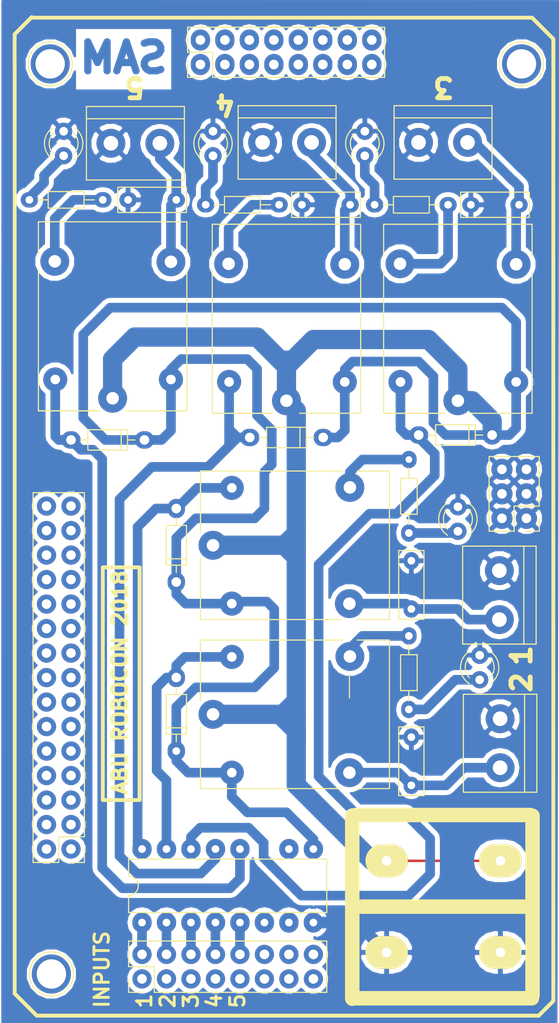
<source format=kicad_pcb>
(kicad_pcb (version 4) (host pcbnew 4.0.7-e2-6376~61~ubuntu18.04.1)

  (general
    (links 75)
    (no_connects 0)
    (area 40.134 36.174 98.309 142.254001)
    (thickness 1.6)
    (drawings 27)
    (tracks 230)
    (zones 0)
    (modules 39)
    (nets 28)
  )

  (page A4)
  (layers
    (0 F.Cu signal)
    (31 B.Cu signal)
    (32 B.Adhes user)
    (33 F.Adhes user)
    (34 B.Paste user)
    (35 F.Paste user)
    (36 B.SilkS user)
    (37 F.SilkS user)
    (38 B.Mask user)
    (39 F.Mask user)
    (40 Dwgs.User user)
    (41 Cmts.User user)
    (42 Eco1.User user)
    (43 Eco2.User user)
    (44 Edge.Cuts user)
    (45 Margin user)
    (46 B.CrtYd user)
    (47 F.CrtYd user)
    (48 B.Fab user)
    (49 F.Fab user)
  )

  (setup
    (last_trace_width 0.25)
    (user_trace_width 0.4)
    (user_trace_width 0.7)
    (user_trace_width 0.8)
    (user_trace_width 1)
    (user_trace_width 1.2)
    (user_trace_width 2)
    (trace_clearance 0.2)
    (zone_clearance 0.508)
    (zone_45_only no)
    (trace_min 0.2)
    (segment_width 0.4)
    (edge_width 0.15)
    (via_size 0.6)
    (via_drill 0.4)
    (via_min_size 0.4)
    (via_min_drill 0.3)
    (uvia_size 0.3)
    (uvia_drill 0.1)
    (uvias_allowed no)
    (uvia_min_size 0.2)
    (uvia_min_drill 0.1)
    (pcb_text_width 0.3)
    (pcb_text_size 1.5 1.5)
    (mod_edge_width 0.15)
    (mod_text_size 1 1)
    (mod_text_width 0.15)
    (pad_size 2.2 2)
    (pad_drill 1)
    (pad_to_mask_clearance 0.2)
    (aux_axis_origin 0 0)
    (visible_elements 7FFFFFFF)
    (pcbplotparams
      (layerselection 0x00030_80000001)
      (usegerberextensions false)
      (excludeedgelayer true)
      (linewidth 0.100000)
      (plotframeref false)
      (viasonmask false)
      (mode 1)
      (useauxorigin false)
      (hpglpennumber 1)
      (hpglpenspeed 20)
      (hpglpendiameter 15)
      (hpglpenoverlay 2)
      (psnegative false)
      (psa4output false)
      (plotreference true)
      (plotvalue true)
      (plotinvisibletext false)
      (padsonsilk false)
      (subtractmaskfromsilk false)
      (outputformat 1)
      (mirror false)
      (drillshape 1)
      (scaleselection 1)
      (outputdirectory ../../../../../Desktop/back.svg))
  )

  (net 0 "")
  (net 1 /NO1)
  (net 2 GND)
  (net 3 /NO2)
  (net 4 /NO3)
  (net 5 /NO4)
  (net 6 /NO5)
  (net 7 "Net-(D1-Pad2)")
  (net 8 /OUT1)
  (net 9 "Net-(D3-Pad2)")
  (net 10 /OUT2)
  (net 11 "Net-(D5-Pad2)")
  (net 12 /OUT3)
  (net 13 "Net-(D7-Pad2)")
  (net 14 /OUT4)
  (net 15 "Net-(D9-Pad2)")
  (net 16 /OUT5)
  (net 17 /IN1)
  (net 18 /IN2)
  (net 19 /IN3)
  (net 20 /IN4)
  (net 21 /IN5)
  (net 22 /NC1)
  (net 23 /NC2)
  (net 24 /NC3)
  (net 25 /NC4)
  (net 26 /NC5)
  (net 27 +12V)

  (net_class Default "This is the default net class."
    (clearance 0.2)
    (trace_width 0.25)
    (via_dia 0.6)
    (via_drill 0.4)
    (uvia_dia 0.3)
    (uvia_drill 0.1)
    (add_net +12V)
    (add_net /IN1)
    (add_net /IN2)
    (add_net /IN3)
    (add_net /IN4)
    (add_net /IN5)
    (add_net /NC1)
    (add_net /NC2)
    (add_net /NC3)
    (add_net /NC4)
    (add_net /NC5)
    (add_net /NO1)
    (add_net /NO2)
    (add_net /NO3)
    (add_net /NO4)
    (add_net /NO5)
    (add_net /OUT1)
    (add_net /OUT2)
    (add_net /OUT3)
    (add_net /OUT4)
    (add_net /OUT5)
    (add_net GND)
    (add_net "Net-(D1-Pad2)")
    (add_net "Net-(D3-Pad2)")
    (add_net "Net-(D5-Pad2)")
    (add_net "Net-(D7-Pad2)")
    (add_net "Net-(D9-Pad2)")
  )

  (module Connectors:1pin (layer F.Cu) (tedit 5B3849F1) (tstamp 5B499316)
    (at 45.339 42.799 90)
    (descr "module 1 pin (ou trou mecanique de percage)")
    (tags DEV)
    (path /5B384A8B)
    (fp_text reference J11 (at 0 -3.048 90) (layer F.SilkS) hide
      (effects (font (size 1 1) (thickness 0.15)))
    )
    (fp_text value Conn_01x01 (at 0 3 90) (layer F.Fab) hide
      (effects (font (size 1 1) (thickness 0.15)))
    )
    (fp_circle (center 0 0) (end 2 0.8) (layer F.Fab) (width 0.1))
    (fp_circle (center 0 0) (end 2.6 0) (layer F.CrtYd) (width 0.05))
    (fp_circle (center 0 0) (end 0 -2.286) (layer F.SilkS) (width 0.12))
    (pad 1 thru_hole circle (at 0 0 90) (size 4.064 4.064) (drill 3.048) (layers *.Cu *.Mask))
  )

  (module Pin_Headers:Pin_Header_Straight_2x08_Pitch2.54mm (layer F.Cu) (tedit 5B49B09B) (tstamp 5B45F853)
    (at 60.9219 42.8625 90)
    (descr "Through hole straight pin header, 2x08, 2.54mm pitch, double rows")
    (tags "Through hole pin header THT 2x08 2.54mm double row")
    (path /5B45FB48)
    (fp_text reference J12 (at 1.27 -2.33 90) (layer F.SilkS) hide
      (effects (font (size 1 1) (thickness 0.15)))
    )
    (fp_text value support (at 1.27 20.11 90) (layer F.Fab)
      (effects (font (size 1 1) (thickness 0.15)))
    )
    (fp_line (start 0 -1.27) (end 3.81 -1.27) (layer F.Fab) (width 0.1))
    (fp_line (start 3.81 -1.27) (end 3.81 19.05) (layer F.Fab) (width 0.1))
    (fp_line (start 3.81 19.05) (end -1.27 19.05) (layer F.Fab) (width 0.1))
    (fp_line (start -1.27 19.05) (end -1.27 0) (layer F.Fab) (width 0.1))
    (fp_line (start -1.27 0) (end 0 -1.27) (layer F.Fab) (width 0.1))
    (fp_line (start -1.33 19.11) (end 3.87 19.11) (layer F.SilkS) (width 0.12))
    (fp_line (start -1.33 1.27) (end -1.33 19.11) (layer F.SilkS) (width 0.12))
    (fp_line (start 3.87 -1.33) (end 3.87 19.11) (layer F.SilkS) (width 0.12))
    (fp_line (start -1.33 1.27) (end 1.27 1.27) (layer F.SilkS) (width 0.12))
    (fp_line (start 1.27 1.27) (end 1.27 -1.33) (layer F.SilkS) (width 0.12))
    (fp_line (start 1.27 -1.33) (end 3.87 -1.33) (layer F.SilkS) (width 0.12))
    (fp_line (start -1.33 0) (end -1.33 -1.33) (layer F.SilkS) (width 0.12))
    (fp_line (start -1.33 -1.33) (end 0 -1.33) (layer F.SilkS) (width 0.12))
    (fp_line (start -1.8 -1.8) (end -1.8 19.55) (layer F.CrtYd) (width 0.05))
    (fp_line (start -1.8 19.55) (end 4.35 19.55) (layer F.CrtYd) (width 0.05))
    (fp_line (start 4.35 19.55) (end 4.35 -1.8) (layer F.CrtYd) (width 0.05))
    (fp_line (start 4.35 -1.8) (end -1.8 -1.8) (layer F.CrtYd) (width 0.05))
    (fp_text user %R (at 1.27 8.89 180) (layer F.Fab)
      (effects (font (size 1 1) (thickness 0.15)))
    )
    (pad 1 thru_hole oval (at 0 0 90) (size 2.2 2) (drill 1) (layers *.Cu *.Mask))
    (pad 2 thru_hole oval (at 2.54 0 90) (size 2.2 2) (drill 1) (layers *.Cu *.Mask))
    (pad 3 thru_hole oval (at 0 2.54 90) (size 2.2 2) (drill 1) (layers *.Cu *.Mask))
    (pad 4 thru_hole oval (at 2.54 2.54 90) (size 2.2 2) (drill 1) (layers *.Cu *.Mask))
    (pad 5 thru_hole oval (at 0 5.08 90) (size 2.2 2) (drill 1) (layers *.Cu *.Mask))
    (pad 6 thru_hole oval (at 2.54 5.08 90) (size 2.2 2) (drill 1) (layers *.Cu *.Mask))
    (pad 7 thru_hole oval (at 0 7.62 90) (size 2.2 2) (drill 1) (layers *.Cu *.Mask))
    (pad 8 thru_hole oval (at 2.54 7.62 90) (size 2.2 2) (drill 1) (layers *.Cu *.Mask))
    (pad 9 thru_hole oval (at 0 10.16 90) (size 2.2 2) (drill 1) (layers *.Cu *.Mask))
    (pad 10 thru_hole oval (at 2.54 10.16 90) (size 2.2 2) (drill 1) (layers *.Cu *.Mask))
    (pad 11 thru_hole oval (at 0 12.7 90) (size 2.2 2) (drill 1) (layers *.Cu *.Mask))
    (pad 12 thru_hole oval (at 2.54 12.7 90) (size 2.2 2) (drill 1) (layers *.Cu *.Mask))
    (pad 13 thru_hole oval (at 0 15.24 90) (size 2.2 2) (drill 1) (layers *.Cu *.Mask))
    (pad 14 thru_hole oval (at 2.54 15.24 90) (size 2.2 2) (drill 1) (layers *.Cu *.Mask))
    (pad 15 thru_hole oval (at 0 17.78 90) (size 2.2 2) (drill 1) (layers *.Cu *.Mask))
    (pad 16 thru_hole oval (at 2.54 17.78 90) (size 2.2 2) (drill 1) (layers *.Cu *.Mask))
    (model ${KISYS3DMOD}/Pin_Headers.3dshapes/Pin_Header_Straight_2x08_Pitch2.54mm.wrl
      (at (xyz 0 0 0))
      (scale (xyz 1 1 1))
      (rotate (xyz 0 0 0))
    )
  )

  (module modFiles:Solar_Connector (layer F.Cu) (tedit 5B49B03E) (tstamp 5B374A00)
    (at 86.614 130.048 270)
    (path /5B3A4E06)
    (fp_text reference J9 (at -0.0762 0.9271 270) (layer F.Fab) hide
      (effects (font (size 1 1) (thickness 0.15)))
    )
    (fp_text value PWR (at -0.1651 -0.8509 270) (layer F.SilkS) hide
      (effects (font (size 1 1) (thickness 0.15)))
    )
    (fp_line (start -9.2964 -8.763) (end 9.3 -8.763) (layer F.SilkS) (width 1.5))
    (fp_line (start 9.6274 -8.7) (end 9.6274 9.5) (layer F.SilkS) (width 1.5))
    (fp_line (start -9.3218 9.9388) (end 9.6782 9.9388) (layer F.SilkS) (width 1.5))
    (fp_line (start -9.3726 -8.5) (end -9.3726 9.6) (layer F.SilkS) (width 1.5))
    (fp_line (start 0.1274 8.9736) (end 0.1274 -8.0264) (layer F.SilkS) (width 1.5))
    (pad 1 thru_hole oval (at -4.6226 -5.4264) (size 4.4 3.4) (drill 1) (layers *.Cu *.Mask F.SilkS)
      (net 27 +12V))
    (pad 2 thru_hole oval (at 4.8774 -5.4264) (size 4.4 3.4) (drill 1) (layers *.Cu *.Mask F.SilkS)
      (net 2 GND))
    (pad 1 thru_hole oval (at -4.6226 6.3736) (size 4.4 3.4) (drill 1) (layers *.Cu *.Mask F.SilkS)
      (net 27 +12V))
    (pad 2 thru_hole oval (at 4.8774 6.3736) (size 4.4 3.4) (drill 1) (layers *.Cu *.Mask F.SilkS)
      (net 2 GND))
  )

  (module modFiles:Relay_6V (layer F.Cu) (tedit 5B49AFFE) (tstamp 5B37429C)
    (at 87.63 77.724 90)
    (descr "relay Sanyou SRD series Form C")
    (path /5B37DA07)
    (fp_text reference RL3 (at 8.382 2.794 90) (layer F.Fab) hide
      (effects (font (size 1 1) (thickness 0.15)))
    )
    (fp_text value RELAY (at 9.652 0.254 90) (layer F.Fab)
      (effects (font (size 1 1) (thickness 0.15)))
    )
    (fp_line (start 18.55 -7.95) (end -1.55 -7.95) (layer F.CrtYd) (width 0.05))
    (fp_line (start -1.55 7.95) (end -1.55 -7.95) (layer F.CrtYd) (width 0.05))
    (fp_line (start 18.55 -7.95) (end 18.55 7.95) (layer F.CrtYd) (width 0.05))
    (fp_line (start -1.55 7.95) (end 18.55 7.95) (layer F.CrtYd) (width 0.05))
    (fp_line (start 15 7.7) (end 18.3 7.7) (layer F.SilkS) (width 0.12))
    (fp_line (start 18.3 7.7) (end 18.3 -7.7) (layer F.SilkS) (width 0.12))
    (fp_line (start 18.3 -7.7) (end 14.95 -7.7) (layer F.SilkS) (width 0.12))
    (fp_line (start -1.3 1.35) (end -1.3 7.7) (layer F.SilkS) (width 0.12))
    (fp_line (start -1.3 7.7) (end 13.25 7.7) (layer F.SilkS) (width 0.12))
    (fp_line (start -1.3 -1.4) (end -1.3 -7.7) (layer F.SilkS) (width 0.12))
    (fp_line (start -1.3 -7.7) (end 13.45 -7.7) (layer F.SilkS) (width 0.12))
    (fp_line (start -1.3 -7.65) (end -1.3 -1.4) (layer F.SilkS) (width 0.12))
    (pad 1 thru_hole circle (at 1.95 6.05 180) (size 2.5 2.5) (drill 1) (layers *.Cu *.Mask)
      (net 27 +12V))
    (pad 3 thru_hole circle (at 14.15 6.05 180) (size 3 3) (drill 1.3) (layers *.Cu *.Mask)
      (net 4 /NO3))
    (pad 4 thru_hole circle (at 14.2 -6 180) (size 3 3) (drill 1.3) (layers *.Cu *.Mask)
      (net 24 /NC3))
    (pad 5 thru_hole circle (at 1.95 -5.95 180) (size 2.5 2.5) (drill 1) (layers *.Cu *.Mask)
      (net 12 /OUT3))
    (pad 2 thru_hole circle (at 0 0 180) (size 3 3) (drill 1.3) (layers *.Cu *.Mask)
      (net 27 +12V))
    (model Relays_THT.3dshapes/Relay_SANYOU_SRD_Series_Form_C.wrl
      (at (xyz 0 0 0))
      (scale (xyz 1 1 1))
      (rotate (xyz 0 0 0))
    )
  )

  (module modFiles:Relay_6V (layer F.Cu) (tedit 5B49B001) (tstamp 5B3742A5)
    (at 69.85 77.724 90)
    (descr "relay Sanyou SRD series Form C")
    (path /5B37DAA0)
    (fp_text reference RL4 (at 8.636 2.794 90) (layer F.Fab) hide
      (effects (font (size 1 1) (thickness 0.15)))
    )
    (fp_text value RELAY (at 7.366 -1.778 90) (layer F.Fab)
      (effects (font (size 1 1) (thickness 0.15)))
    )
    (fp_line (start 18.55 -7.95) (end -1.55 -7.95) (layer F.CrtYd) (width 0.05))
    (fp_line (start -1.55 7.95) (end -1.55 -7.95) (layer F.CrtYd) (width 0.05))
    (fp_line (start 18.55 -7.95) (end 18.55 7.95) (layer F.CrtYd) (width 0.05))
    (fp_line (start -1.55 7.95) (end 18.55 7.95) (layer F.CrtYd) (width 0.05))
    (fp_line (start 15 7.7) (end 18.3 7.7) (layer F.SilkS) (width 0.12))
    (fp_line (start 18.3 7.7) (end 18.3 -7.7) (layer F.SilkS) (width 0.12))
    (fp_line (start 18.3 -7.7) (end 14.95 -7.7) (layer F.SilkS) (width 0.12))
    (fp_line (start -1.3 1.35) (end -1.3 7.7) (layer F.SilkS) (width 0.12))
    (fp_line (start -1.3 7.7) (end 13.25 7.7) (layer F.SilkS) (width 0.12))
    (fp_line (start -1.3 -1.4) (end -1.3 -7.7) (layer F.SilkS) (width 0.12))
    (fp_line (start -1.3 -7.7) (end 13.45 -7.7) (layer F.SilkS) (width 0.12))
    (fp_line (start -1.3 -7.65) (end -1.3 -1.4) (layer F.SilkS) (width 0.12))
    (pad 1 thru_hole circle (at 1.95 6.05 180) (size 2.5 2.5) (drill 1) (layers *.Cu *.Mask)
      (net 27 +12V))
    (pad 3 thru_hole circle (at 14.15 6.05 180) (size 3 3) (drill 1.3) (layers *.Cu *.Mask)
      (net 5 /NO4))
    (pad 4 thru_hole circle (at 14.2 -6 180) (size 3 3) (drill 1.3) (layers *.Cu *.Mask)
      (net 25 /NC4))
    (pad 5 thru_hole circle (at 1.95 -5.95 180) (size 2.5 2.5) (drill 1) (layers *.Cu *.Mask)
      (net 14 /OUT4))
    (pad 2 thru_hole circle (at 0 0 180) (size 3 3) (drill 1.3) (layers *.Cu *.Mask)
      (net 27 +12V))
    (model Relays_THT.3dshapes/Relay_SANYOU_SRD_Series_Form_C.wrl
      (at (xyz 0 0 0))
      (scale (xyz 1 1 1))
      (rotate (xyz 0 0 0))
    )
  )

  (module modFiles:Relay_6V (layer F.Cu) (tedit 5B49B004) (tstamp 5B3742AE)
    (at 51.816 77.47 90)
    (descr "relay Sanyou SRD series Form C")
    (path /5B37DAF6)
    (fp_text reference RL5 (at 8.636 1.27 90) (layer F.Fab) hide
      (effects (font (size 1 1) (thickness 0.15)))
    )
    (fp_text value RELAY (at 9.398 -3.556 90) (layer F.Fab)
      (effects (font (size 1 1) (thickness 0.15)))
    )
    (fp_line (start 18.55 -7.95) (end -1.55 -7.95) (layer F.CrtYd) (width 0.05))
    (fp_line (start -1.55 7.95) (end -1.55 -7.95) (layer F.CrtYd) (width 0.05))
    (fp_line (start 18.55 -7.95) (end 18.55 7.95) (layer F.CrtYd) (width 0.05))
    (fp_line (start -1.55 7.95) (end 18.55 7.95) (layer F.CrtYd) (width 0.05))
    (fp_line (start 15 7.7) (end 18.3 7.7) (layer F.SilkS) (width 0.12))
    (fp_line (start 18.3 7.7) (end 18.3 -7.7) (layer F.SilkS) (width 0.12))
    (fp_line (start 18.3 -7.7) (end 14.95 -7.7) (layer F.SilkS) (width 0.12))
    (fp_line (start -1.3 1.35) (end -1.3 7.7) (layer F.SilkS) (width 0.12))
    (fp_line (start -1.3 7.7) (end 13.25 7.7) (layer F.SilkS) (width 0.12))
    (fp_line (start -1.3 -1.4) (end -1.3 -7.7) (layer F.SilkS) (width 0.12))
    (fp_line (start -1.3 -7.7) (end 13.45 -7.7) (layer F.SilkS) (width 0.12))
    (fp_line (start -1.3 -7.65) (end -1.3 -1.4) (layer F.SilkS) (width 0.12))
    (pad 1 thru_hole circle (at 1.95 6.05 180) (size 2.5 2.5) (drill 1) (layers *.Cu *.Mask)
      (net 27 +12V))
    (pad 3 thru_hole circle (at 14.15 6.05 180) (size 3 3) (drill 1.3) (layers *.Cu *.Mask)
      (net 6 /NO5))
    (pad 4 thru_hole circle (at 14.2 -6 180) (size 3 3) (drill 1.3) (layers *.Cu *.Mask)
      (net 26 /NC5))
    (pad 5 thru_hole circle (at 1.95 -5.95 180) (size 2.5 2.5) (drill 1) (layers *.Cu *.Mask)
      (net 16 /OUT5))
    (pad 2 thru_hole circle (at 0 0 180) (size 3 3) (drill 1.3) (layers *.Cu *.Mask)
      (net 27 +12V))
    (model Relays_THT.3dshapes/Relay_SANYOU_SRD_Series_Form_C.wrl
      (at (xyz 0 0 0))
      (scale (xyz 1 1 1))
      (rotate (xyz 0 0 0))
    )
  )

  (module modFiles:Relay_6V (layer F.Cu) (tedit 5B49B058) (tstamp 5B374293)
    (at 62.23 110.236)
    (descr "relay Sanyou SRD series Form C")
    (path /5B37D9B5)
    (fp_text reference RL2 (at 9.906 -3.302) (layer F.Fab) hide
      (effects (font (size 1 1) (thickness 0.15)))
    )
    (fp_text value RELAY (at 10.414 0) (layer F.Fab)
      (effects (font (size 1 1) (thickness 0.15)))
    )
    (fp_line (start 18.55 -7.95) (end -1.55 -7.95) (layer F.CrtYd) (width 0.05))
    (fp_line (start -1.55 7.95) (end -1.55 -7.95) (layer F.CrtYd) (width 0.05))
    (fp_line (start 18.55 -7.95) (end 18.55 7.95) (layer F.CrtYd) (width 0.05))
    (fp_line (start -1.55 7.95) (end 18.55 7.95) (layer F.CrtYd) (width 0.05))
    (fp_line (start 15 7.7) (end 18.3 7.7) (layer F.SilkS) (width 0.12))
    (fp_line (start 18.3 7.7) (end 18.3 -7.7) (layer F.SilkS) (width 0.12))
    (fp_line (start 18.3 -7.7) (end 14.95 -7.7) (layer F.SilkS) (width 0.12))
    (fp_line (start -1.3 1.35) (end -1.3 7.7) (layer F.SilkS) (width 0.12))
    (fp_line (start -1.3 7.7) (end 13.25 7.7) (layer F.SilkS) (width 0.12))
    (fp_line (start -1.3 -1.4) (end -1.3 -7.7) (layer F.SilkS) (width 0.12))
    (fp_line (start -1.3 -7.7) (end 13.45 -7.7) (layer F.SilkS) (width 0.12))
    (fp_line (start -1.3 -7.65) (end -1.3 -1.4) (layer F.SilkS) (width 0.12))
    (fp_line (start 14.15 -4.2) (end 14.15 -1.7) (layer F.SilkS) (width 0.12))
    (pad 1 thru_hole circle (at 1.95 6.05 90) (size 2.5 2.5) (drill 1) (layers *.Cu *.Mask)
      (net 27 +12V))
    (pad 3 thru_hole circle (at 14.15 6.05 90) (size 3 3) (drill 1.3) (layers *.Cu *.Mask)
      (net 3 /NO2))
    (pad 4 thru_hole circle (at 14.2 -6 90) (size 3 3) (drill 1.3) (layers *.Cu *.Mask)
      (net 23 /NC2))
    (pad 5 thru_hole circle (at 1.95 -5.95 90) (size 2.5 2.5) (drill 1) (layers *.Cu *.Mask)
      (net 10 /OUT2))
    (pad 2 thru_hole circle (at 0 0 90) (size 3 3) (drill 1.3) (layers *.Cu *.Mask)
      (net 27 +12V))
    (model Relays_THT.3dshapes/Relay_SANYOU_SRD_Series_Form_C.wrl
      (at (xyz 0 0 0))
      (scale (xyz 1 1 1))
      (rotate (xyz 0 0 0))
    )
  )

  (module modFiles:Relay_6V (layer F.Cu) (tedit 5B49B05A) (tstamp 5B37428A)
    (at 62.23 92.71)
    (descr "relay Sanyou SRD series Form C")
    (path /5B37D405)
    (fp_text reference RL1 (at 9.652 3.048) (layer F.Fab) hide
      (effects (font (size 1 1) (thickness 0.15)))
    )
    (fp_text value RELAY (at 8.636 -5.334) (layer F.Fab)
      (effects (font (size 1 1) (thickness 0.15)))
    )
    (fp_line (start 18.55 -7.95) (end -1.55 -7.95) (layer F.CrtYd) (width 0.05))
    (fp_line (start -1.55 7.95) (end -1.55 -7.95) (layer F.CrtYd) (width 0.05))
    (fp_line (start 18.55 -7.95) (end 18.55 7.95) (layer F.CrtYd) (width 0.05))
    (fp_line (start -1.55 7.95) (end 18.55 7.95) (layer F.CrtYd) (width 0.05))
    (fp_line (start 15 7.7) (end 18.3 7.7) (layer F.SilkS) (width 0.12))
    (fp_line (start 18.3 7.7) (end 18.3 -7.7) (layer F.SilkS) (width 0.12))
    (fp_line (start 18.3 -7.7) (end 14.95 -7.7) (layer F.SilkS) (width 0.12))
    (fp_line (start -1.3 1.35) (end -1.3 7.7) (layer F.SilkS) (width 0.12))
    (fp_line (start -1.3 7.7) (end 13.25 7.7) (layer F.SilkS) (width 0.12))
    (fp_line (start -1.3 -1.4) (end -1.3 -7.7) (layer F.SilkS) (width 0.12))
    (fp_line (start -1.3 -7.7) (end 13.45 -7.7) (layer F.SilkS) (width 0.12))
    (fp_line (start -1.3 -7.65) (end -1.3 -1.4) (layer F.SilkS) (width 0.12))
    (pad 1 thru_hole circle (at 1.95 6.05 90) (size 2.5 2.5) (drill 1) (layers *.Cu *.Mask)
      (net 27 +12V))
    (pad 3 thru_hole circle (at 14.15 6.05 90) (size 3 3) (drill 1.3) (layers *.Cu *.Mask)
      (net 1 /NO1))
    (pad 4 thru_hole circle (at 14.2 -6 90) (size 3 3) (drill 1.3) (layers *.Cu *.Mask)
      (net 22 /NC1))
    (pad 5 thru_hole circle (at 1.95 -5.95 90) (size 2.5 2.5) (drill 1) (layers *.Cu *.Mask)
      (net 8 /OUT1))
    (pad 2 thru_hole circle (at 0 0 90) (size 3 3) (drill 1.3) (layers *.Cu *.Mask)
      (net 27 +12V))
    (model Relays_THT.3dshapes/Relay_SANYOU_SRD_Series_Form_C.wrl
      (at (xyz 0 0 0))
      (scale (xyz 1 1 1))
      (rotate (xyz 0 0 0))
    )
  )

  (module Capacitors_THT:C_Rect_L7.0mm_W2.5mm_P5.00mm (layer F.Cu) (tedit 5B49B01B) (tstamp 5B3741B5)
    (at 82.804 99.314 90)
    (descr "C, Rect series, Radial, pin pitch=5.00mm, , length*width=7*2.5mm^2, Capacitor")
    (tags "C Rect series Radial pin pitch 5.00mm  length 7mm width 2.5mm Capacitor")
    (path /5B394422)
    (fp_text reference C1 (at 2.5146 -2.413 90) (layer F.Fab) hide
      (effects (font (size 1 1) (thickness 0.15)))
    )
    (fp_text value C (at 2.032 -0.508 90) (layer F.Fab)
      (effects (font (size 1 1) (thickness 0.15)))
    )
    (fp_line (start -1 -1.25) (end -1 1.25) (layer F.Fab) (width 0.1))
    (fp_line (start -1 1.25) (end 6 1.25) (layer F.Fab) (width 0.1))
    (fp_line (start 6 1.25) (end 6 -1.25) (layer F.Fab) (width 0.1))
    (fp_line (start 6 -1.25) (end -1 -1.25) (layer F.Fab) (width 0.1))
    (fp_line (start -1.06 -1.31) (end 6.06 -1.31) (layer F.SilkS) (width 0.12))
    (fp_line (start -1.06 1.31) (end 6.06 1.31) (layer F.SilkS) (width 0.12))
    (fp_line (start -1.06 -1.31) (end -1.06 1.31) (layer F.SilkS) (width 0.12))
    (fp_line (start 6.06 -1.31) (end 6.06 1.31) (layer F.SilkS) (width 0.12))
    (fp_line (start -1.35 -1.6) (end -1.35 1.6) (layer F.CrtYd) (width 0.05))
    (fp_line (start -1.35 1.6) (end 6.35 1.6) (layer F.CrtYd) (width 0.05))
    (fp_line (start 6.35 1.6) (end 6.35 -1.6) (layer F.CrtYd) (width 0.05))
    (fp_line (start 6.35 -1.6) (end -1.35 -1.6) (layer F.CrtYd) (width 0.05))
    (pad 1 thru_hole oval (at 0 0 90) (size 1.8 1.6) (drill 0.8) (layers *.Cu *.Mask)
      (net 1 /NO1))
    (pad 2 thru_hole oval (at 5 0 90) (size 1.8 1.6) (drill 0.8) (layers *.Cu *.Mask)
      (net 2 GND))
    (model Capacitors_THT.3dshapes/C_Rect_L7.0mm_W2.5mm_P5.00mm.wrl
      (at (xyz 0 0 0))
      (scale (xyz 0.393701 0.393701 0.393701))
      (rotate (xyz 0 0 0))
    )
  )

  (module Capacitors_THT:C_Rect_L7.0mm_W2.5mm_P5.00mm (layer F.Cu) (tedit 5B49B037) (tstamp 5B3741BB)
    (at 82.804 117.602 90)
    (descr "C, Rect series, Radial, pin pitch=5.00mm, , length*width=7*2.5mm^2, Capacitor")
    (tags "C Rect series Radial pin pitch 5.00mm  length 7mm width 2.5mm Capacitor")
    (path /5B3944CB)
    (fp_text reference C2 (at 2.5 -2.31 90) (layer F.Fab) hide
      (effects (font (size 1 1) (thickness 0.15)))
    )
    (fp_text value C (at 2.4257 0.0508 90) (layer F.Fab)
      (effects (font (size 1 1) (thickness 0.15)))
    )
    (fp_line (start -1 -1.25) (end -1 1.25) (layer F.Fab) (width 0.1))
    (fp_line (start -1 1.25) (end 6 1.25) (layer F.Fab) (width 0.1))
    (fp_line (start 6 1.25) (end 6 -1.25) (layer F.Fab) (width 0.1))
    (fp_line (start 6 -1.25) (end -1 -1.25) (layer F.Fab) (width 0.1))
    (fp_line (start -1.06 -1.31) (end 6.06 -1.31) (layer F.SilkS) (width 0.12))
    (fp_line (start -1.06 1.31) (end 6.06 1.31) (layer F.SilkS) (width 0.12))
    (fp_line (start -1.06 -1.31) (end -1.06 1.31) (layer F.SilkS) (width 0.12))
    (fp_line (start 6.06 -1.31) (end 6.06 1.31) (layer F.SilkS) (width 0.12))
    (fp_line (start -1.35 -1.6) (end -1.35 1.6) (layer F.CrtYd) (width 0.05))
    (fp_line (start -1.35 1.6) (end 6.35 1.6) (layer F.CrtYd) (width 0.05))
    (fp_line (start 6.35 1.6) (end 6.35 -1.6) (layer F.CrtYd) (width 0.05))
    (fp_line (start 6.35 -1.6) (end -1.35 -1.6) (layer F.CrtYd) (width 0.05))
    (pad 1 thru_hole oval (at 0 0 90) (size 1.8 1.6) (drill 0.8) (layers *.Cu *.Mask)
      (net 3 /NO2))
    (pad 2 thru_hole oval (at 5 0 90) (size 1.8 1.6) (drill 0.8) (layers *.Cu *.Mask)
      (net 2 GND))
    (model Capacitors_THT.3dshapes/C_Rect_L7.0mm_W2.5mm_P5.00mm.wrl
      (at (xyz 0 0 0))
      (scale (xyz 0.393701 0.393701 0.393701))
      (rotate (xyz 0 0 0))
    )
  )

  (module Capacitors_THT:C_Rect_L7.0mm_W2.5mm_P5.00mm (layer F.Cu) (tedit 5B49AFFA) (tstamp 5B3741C1)
    (at 93.98 57.404 180)
    (descr "C, Rect series, Radial, pin pitch=5.00mm, , length*width=7*2.5mm^2, Capacitor")
    (tags "C Rect series Radial pin pitch 5.00mm  length 7mm width 2.5mm Capacitor")
    (path /5B394713)
    (fp_text reference C3 (at 2.794 -2.794 180) (layer F.Fab) hide
      (effects (font (size 1 1) (thickness 0.15)))
    )
    (fp_text value C (at 1.778 0.254 180) (layer F.Fab)
      (effects (font (size 1 1) (thickness 0.15)))
    )
    (fp_line (start -1 -1.25) (end -1 1.25) (layer F.Fab) (width 0.1))
    (fp_line (start -1 1.25) (end 6 1.25) (layer F.Fab) (width 0.1))
    (fp_line (start 6 1.25) (end 6 -1.25) (layer F.Fab) (width 0.1))
    (fp_line (start 6 -1.25) (end -1 -1.25) (layer F.Fab) (width 0.1))
    (fp_line (start -1.06 -1.31) (end 6.06 -1.31) (layer F.SilkS) (width 0.12))
    (fp_line (start -1.06 1.31) (end 6.06 1.31) (layer F.SilkS) (width 0.12))
    (fp_line (start -1.06 -1.31) (end -1.06 1.31) (layer F.SilkS) (width 0.12))
    (fp_line (start 6.06 -1.31) (end 6.06 1.31) (layer F.SilkS) (width 0.12))
    (fp_line (start -1.35 -1.6) (end -1.35 1.6) (layer F.CrtYd) (width 0.05))
    (fp_line (start -1.35 1.6) (end 6.35 1.6) (layer F.CrtYd) (width 0.05))
    (fp_line (start 6.35 1.6) (end 6.35 -1.6) (layer F.CrtYd) (width 0.05))
    (fp_line (start 6.35 -1.6) (end -1.35 -1.6) (layer F.CrtYd) (width 0.05))
    (pad 1 thru_hole oval (at 0 0 180) (size 1.8 1.6) (drill 0.8) (layers *.Cu *.Mask)
      (net 4 /NO3))
    (pad 2 thru_hole oval (at 5 0 180) (size 1.8 1.6) (drill 0.8) (layers *.Cu *.Mask)
      (net 2 GND))
    (model Capacitors_THT.3dshapes/C_Rect_L7.0mm_W2.5mm_P5.00mm.wrl
      (at (xyz 0 0 0))
      (scale (xyz 0.393701 0.393701 0.393701))
      (rotate (xyz 0 0 0))
    )
  )

  (module Capacitors_THT:C_Rect_L7.0mm_W2.5mm_P5.00mm (layer F.Cu) (tedit 5B49AFE8) (tstamp 5B3741C7)
    (at 76.454 57.404 180)
    (descr "C, Rect series, Radial, pin pitch=5.00mm, , length*width=7*2.5mm^2, Capacitor")
    (tags "C Rect series Radial pin pitch 5.00mm  length 7mm width 2.5mm Capacitor")
    (path /5B39493D)
    (fp_text reference C4 (at 2.5 -2.31 180) (layer F.Fab) hide
      (effects (font (size 1 1) (thickness 0.15)))
    )
    (fp_text value C (at 2.3114 0.0381 180) (layer F.Fab)
      (effects (font (size 1 1) (thickness 0.15)))
    )
    (fp_line (start -1 -1.25) (end -1 1.25) (layer F.Fab) (width 0.1))
    (fp_line (start -1 1.25) (end 6 1.25) (layer F.Fab) (width 0.1))
    (fp_line (start 6 1.25) (end 6 -1.25) (layer F.Fab) (width 0.1))
    (fp_line (start 6 -1.25) (end -1 -1.25) (layer F.Fab) (width 0.1))
    (fp_line (start -1.06 -1.31) (end 6.06 -1.31) (layer F.SilkS) (width 0.12))
    (fp_line (start -1.06 1.31) (end 6.06 1.31) (layer F.SilkS) (width 0.12))
    (fp_line (start -1.06 -1.31) (end -1.06 1.31) (layer F.SilkS) (width 0.12))
    (fp_line (start 6.06 -1.31) (end 6.06 1.31) (layer F.SilkS) (width 0.12))
    (fp_line (start -1.35 -1.6) (end -1.35 1.6) (layer F.CrtYd) (width 0.05))
    (fp_line (start -1.35 1.6) (end 6.35 1.6) (layer F.CrtYd) (width 0.05))
    (fp_line (start 6.35 1.6) (end 6.35 -1.6) (layer F.CrtYd) (width 0.05))
    (fp_line (start 6.35 -1.6) (end -1.35 -1.6) (layer F.CrtYd) (width 0.05))
    (pad 1 thru_hole oval (at 0 0 180) (size 1.8 1.6) (drill 0.8) (layers *.Cu *.Mask)
      (net 5 /NO4))
    (pad 2 thru_hole oval (at 5 0 180) (size 1.8 1.6) (drill 0.8) (layers *.Cu *.Mask)
      (net 2 GND))
    (model Capacitors_THT.3dshapes/C_Rect_L7.0mm_W2.5mm_P5.00mm.wrl
      (at (xyz 0 0 0))
      (scale (xyz 0.393701 0.393701 0.393701))
      (rotate (xyz 0 0 0))
    )
  )

  (module Capacitors_THT:C_Rect_L7.0mm_W2.5mm_P5.00mm (layer F.Cu) (tedit 5B49AFD5) (tstamp 5B3741CD)
    (at 58.42 56.896 180)
    (descr "C, Rect series, Radial, pin pitch=5.00mm, , length*width=7*2.5mm^2, Capacitor")
    (tags "C Rect series Radial pin pitch 5.00mm  length 7mm width 2.5mm Capacitor")
    (path /5B394A16)
    (fp_text reference C5 (at 2.5 -2.31 180) (layer F.Fab) hide
      (effects (font (size 1 1) (thickness 0.15)))
    )
    (fp_text value C (at 2.4765 -0.1143 180) (layer F.Fab)
      (effects (font (size 1 1) (thickness 0.15)))
    )
    (fp_line (start -1 -1.25) (end -1 1.25) (layer F.Fab) (width 0.1))
    (fp_line (start -1 1.25) (end 6 1.25) (layer F.Fab) (width 0.1))
    (fp_line (start 6 1.25) (end 6 -1.25) (layer F.Fab) (width 0.1))
    (fp_line (start 6 -1.25) (end -1 -1.25) (layer F.Fab) (width 0.1))
    (fp_line (start -1.06 -1.31) (end 6.06 -1.31) (layer F.SilkS) (width 0.12))
    (fp_line (start -1.06 1.31) (end 6.06 1.31) (layer F.SilkS) (width 0.12))
    (fp_line (start -1.06 -1.31) (end -1.06 1.31) (layer F.SilkS) (width 0.12))
    (fp_line (start 6.06 -1.31) (end 6.06 1.31) (layer F.SilkS) (width 0.12))
    (fp_line (start -1.35 -1.6) (end -1.35 1.6) (layer F.CrtYd) (width 0.05))
    (fp_line (start -1.35 1.6) (end 6.35 1.6) (layer F.CrtYd) (width 0.05))
    (fp_line (start 6.35 1.6) (end 6.35 -1.6) (layer F.CrtYd) (width 0.05))
    (fp_line (start 6.35 -1.6) (end -1.35 -1.6) (layer F.CrtYd) (width 0.05))
    (pad 1 thru_hole oval (at 0 0 180) (size 1.8 1.6) (drill 0.8) (layers *.Cu *.Mask)
      (net 6 /NO5))
    (pad 2 thru_hole oval (at 5 0 180) (size 1.8 1.6) (drill 0.8) (layers *.Cu *.Mask)
      (net 2 GND))
    (model Capacitors_THT.3dshapes/C_Rect_L7.0mm_W2.5mm_P5.00mm.wrl
      (at (xyz 0 0 0))
      (scale (xyz 0.393701 0.393701 0.393701))
      (rotate (xyz 0 0 0))
    )
  )

  (module LEDs:LED_D3.0mm (layer F.Cu) (tedit 5B49B011) (tstamp 5B3741D3)
    (at 87.63508 88.71712 270)
    (descr "LED, diameter 3.0mm, 2 pins")
    (tags "LED diameter 3.0mm 2 pins")
    (path /5B38A1D6)
    (fp_text reference D1 (at -2.35712 -0.22352 270) (layer F.Fab) hide
      (effects (font (size 1 1) (thickness 0.15)))
    )
    (fp_text value LED (at 1.18364 1.25984 270) (layer F.Fab) hide
      (effects (font (size 1 1) (thickness 0.15)))
    )
    (fp_arc (start 1.27 0) (end -0.23 -1.16619) (angle 284.3) (layer F.Fab) (width 0.1))
    (fp_arc (start 1.27 0) (end -0.29 -1.235516) (angle 108.8) (layer F.SilkS) (width 0.12))
    (fp_arc (start 1.27 0) (end -0.29 1.235516) (angle -108.8) (layer F.SilkS) (width 0.12))
    (fp_arc (start 1.27 0) (end 0.229039 -1.08) (angle 87.9) (layer F.SilkS) (width 0.12))
    (fp_arc (start 1.27 0) (end 0.229039 1.08) (angle -87.9) (layer F.SilkS) (width 0.12))
    (fp_circle (center 1.27 0) (end 2.77 0) (layer F.Fab) (width 0.1))
    (fp_line (start -0.23 -1.16619) (end -0.23 1.16619) (layer F.Fab) (width 0.1))
    (fp_line (start -0.29 -1.236) (end -0.29 -1.08) (layer F.SilkS) (width 0.12))
    (fp_line (start -0.29 1.08) (end -0.29 1.236) (layer F.SilkS) (width 0.12))
    (fp_line (start -1.15 -2.25) (end -1.15 2.25) (layer F.CrtYd) (width 0.05))
    (fp_line (start -1.15 2.25) (end 3.7 2.25) (layer F.CrtYd) (width 0.05))
    (fp_line (start 3.7 2.25) (end 3.7 -2.25) (layer F.CrtYd) (width 0.05))
    (fp_line (start 3.7 -2.25) (end -1.15 -2.25) (layer F.CrtYd) (width 0.05))
    (pad 1 thru_hole oval (at 0 0 270) (size 1.8 1.8) (drill 0.9) (layers *.Cu *.Mask)
      (net 2 GND))
    (pad 2 thru_hole circle (at 2.54 0 270) (size 1.8 1.8) (drill 0.9) (layers *.Cu *.Mask)
      (net 7 "Net-(D1-Pad2)"))
    (model LEDs.3dshapes/LED_D3.0mm.wrl
      (at (xyz 0 0 0))
      (scale (xyz 0.393701 0.393701 0.393701))
      (rotate (xyz 0 0 0))
    )
  )

  (module Diodes_THT:D_DO-35_SOD27_P7.62mm_Horizontal (layer F.Cu) (tedit 5B49B015) (tstamp 5B3741D9)
    (at 58.42 96.52 90)
    (descr "D, DO-35_SOD27 series, Axial, Horizontal, pin pitch=7.62mm, , length*diameter=4*2mm^2, , http://www.diodes.com/_files/packages/DO-35.pdf")
    (tags "D DO-35_SOD27 series Axial Horizontal pin pitch 7.62mm  length 4mm diameter 2mm")
    (path /5B37FC7A)
    (fp_text reference D2 (at 3.1877 -2.3368 90) (layer F.Fab) hide
      (effects (font (size 1 1) (thickness 0.15)))
    )
    (fp_text value DIODE (at 3.556 -0.254 90) (layer F.Fab) hide
      (effects (font (size 1 1) (thickness 0.15)))
    )
    (fp_line (start 1.81 -1) (end 1.81 1) (layer F.Fab) (width 0.1))
    (fp_line (start 1.81 1) (end 5.81 1) (layer F.Fab) (width 0.1))
    (fp_line (start 5.81 1) (end 5.81 -1) (layer F.Fab) (width 0.1))
    (fp_line (start 5.81 -1) (end 1.81 -1) (layer F.Fab) (width 0.1))
    (fp_line (start 0 0) (end 1.81 0) (layer F.Fab) (width 0.1))
    (fp_line (start 7.62 0) (end 5.81 0) (layer F.Fab) (width 0.1))
    (fp_line (start 2.41 -1) (end 2.41 1) (layer F.Fab) (width 0.1))
    (fp_line (start 1.75 -1.06) (end 1.75 1.06) (layer F.SilkS) (width 0.12))
    (fp_line (start 1.75 1.06) (end 5.87 1.06) (layer F.SilkS) (width 0.12))
    (fp_line (start 5.87 1.06) (end 5.87 -1.06) (layer F.SilkS) (width 0.12))
    (fp_line (start 5.87 -1.06) (end 1.75 -1.06) (layer F.SilkS) (width 0.12))
    (fp_line (start 0.98 0) (end 1.75 0) (layer F.SilkS) (width 0.12))
    (fp_line (start 6.64 0) (end 5.87 0) (layer F.SilkS) (width 0.12))
    (fp_line (start 2.41 -1.06) (end 2.41 1.06) (layer F.SilkS) (width 0.12))
    (fp_line (start -1.05 -1.35) (end -1.05 1.35) (layer F.CrtYd) (width 0.05))
    (fp_line (start -1.05 1.35) (end 8.7 1.35) (layer F.CrtYd) (width 0.05))
    (fp_line (start 8.7 1.35) (end 8.7 -1.35) (layer F.CrtYd) (width 0.05))
    (fp_line (start 8.7 -1.35) (end -1.05 -1.35) (layer F.CrtYd) (width 0.05))
    (pad 1 thru_hole oval (at 0 0 90) (size 2 1.8) (drill 1) (layers *.Cu *.Mask)
      (net 27 +12V))
    (pad 2 thru_hole oval (at 7.62 0 90) (size 2 1.8) (drill 1) (layers *.Cu *.Mask)
      (net 8 /OUT1))
    (model Diodes_THT.3dshapes/D_DO-35_SOD27_P7.62mm_Horizontal.wrl
      (at (xyz 0 0 0))
      (scale (xyz 0.393701 0.393701 0.393701))
      (rotate (xyz 0 0 0))
    )
  )

  (module LEDs:LED_D3.0mm (layer F.Cu) (tedit 5B49B01E) (tstamp 5B3741DF)
    (at 89.89568 104.1146 270)
    (descr "LED, diameter 3.0mm, 2 pins")
    (tags "LED diameter 3.0mm 2 pins")
    (path /5B38A431)
    (fp_text reference D3 (at 1.2954 3.02768 270) (layer F.Fab) hide
      (effects (font (size 1 1) (thickness 0.15)))
    )
    (fp_text value LED (at 1.27 1.524 270) (layer F.Fab) hide
      (effects (font (size 1 1) (thickness 0.15)))
    )
    (fp_arc (start 1.27 0) (end -0.23 -1.16619) (angle 284.3) (layer F.Fab) (width 0.1))
    (fp_arc (start 1.27 0) (end -0.29 -1.235516) (angle 108.8) (layer F.SilkS) (width 0.12))
    (fp_arc (start 1.27 0) (end -0.29 1.235516) (angle -108.8) (layer F.SilkS) (width 0.12))
    (fp_arc (start 1.27 0) (end 0.229039 -1.08) (angle 87.9) (layer F.SilkS) (width 0.12))
    (fp_arc (start 1.27 0) (end 0.229039 1.08) (angle -87.9) (layer F.SilkS) (width 0.12))
    (fp_circle (center 1.27 0) (end 2.77 0) (layer F.Fab) (width 0.1))
    (fp_line (start -0.23 -1.16619) (end -0.23 1.16619) (layer F.Fab) (width 0.1))
    (fp_line (start -0.29 -1.236) (end -0.29 -1.08) (layer F.SilkS) (width 0.12))
    (fp_line (start -0.29 1.08) (end -0.29 1.236) (layer F.SilkS) (width 0.12))
    (fp_line (start -1.15 -2.25) (end -1.15 2.25) (layer F.CrtYd) (width 0.05))
    (fp_line (start -1.15 2.25) (end 3.7 2.25) (layer F.CrtYd) (width 0.05))
    (fp_line (start 3.7 2.25) (end 3.7 -2.25) (layer F.CrtYd) (width 0.05))
    (fp_line (start 3.7 -2.25) (end -1.15 -2.25) (layer F.CrtYd) (width 0.05))
    (pad 1 thru_hole oval (at 0 0 270) (size 1.8 1.8) (drill 0.9) (layers *.Cu *.Mask)
      (net 2 GND))
    (pad 2 thru_hole circle (at 2.54 0 270) (size 1.8 1.8) (drill 0.9) (layers *.Cu *.Mask)
      (net 9 "Net-(D3-Pad2)"))
    (model LEDs.3dshapes/LED_D3.0mm.wrl
      (at (xyz 0 0 0))
      (scale (xyz 0.393701 0.393701 0.393701))
      (rotate (xyz 0 0 0))
    )
  )

  (module Diodes_THT:D_DO-35_SOD27_P7.62mm_Horizontal (layer F.Cu) (tedit 5B49B055) (tstamp 5B3741E5)
    (at 58.42 114.046 90)
    (descr "D, DO-35_SOD27 series, Axial, Horizontal, pin pitch=7.62mm, , length*diameter=4*2mm^2, , http://www.diodes.com/_files/packages/DO-35.pdf")
    (tags "D DO-35_SOD27 series Axial Horizontal pin pitch 7.62mm  length 4mm diameter 2mm")
    (path /5B37FD73)
    (fp_text reference D4 (at 3.81 -2.06 90) (layer F.Fab) hide
      (effects (font (size 1 1) (thickness 0.15)))
    )
    (fp_text value DIODE (at 3.81 0.254 90) (layer F.Fab) hide
      (effects (font (size 1 1) (thickness 0.15)))
    )
    (fp_line (start 1.81 -1) (end 1.81 1) (layer F.Fab) (width 0.1))
    (fp_line (start 1.81 1) (end 5.81 1) (layer F.Fab) (width 0.1))
    (fp_line (start 5.81 1) (end 5.81 -1) (layer F.Fab) (width 0.1))
    (fp_line (start 5.81 -1) (end 1.81 -1) (layer F.Fab) (width 0.1))
    (fp_line (start 0 0) (end 1.81 0) (layer F.Fab) (width 0.1))
    (fp_line (start 7.62 0) (end 5.81 0) (layer F.Fab) (width 0.1))
    (fp_line (start 2.41 -1) (end 2.41 1) (layer F.Fab) (width 0.1))
    (fp_line (start 1.75 -1.06) (end 1.75 1.06) (layer F.SilkS) (width 0.12))
    (fp_line (start 1.75 1.06) (end 5.87 1.06) (layer F.SilkS) (width 0.12))
    (fp_line (start 5.87 1.06) (end 5.87 -1.06) (layer F.SilkS) (width 0.12))
    (fp_line (start 5.87 -1.06) (end 1.75 -1.06) (layer F.SilkS) (width 0.12))
    (fp_line (start 0.98 0) (end 1.75 0) (layer F.SilkS) (width 0.12))
    (fp_line (start 6.64 0) (end 5.87 0) (layer F.SilkS) (width 0.12))
    (fp_line (start 2.41 -1.06) (end 2.41 1.06) (layer F.SilkS) (width 0.12))
    (fp_line (start -1.05 -1.35) (end -1.05 1.35) (layer F.CrtYd) (width 0.05))
    (fp_line (start -1.05 1.35) (end 8.7 1.35) (layer F.CrtYd) (width 0.05))
    (fp_line (start 8.7 1.35) (end 8.7 -1.35) (layer F.CrtYd) (width 0.05))
    (fp_line (start 8.7 -1.35) (end -1.05 -1.35) (layer F.CrtYd) (width 0.05))
    (pad 1 thru_hole oval (at 0 0 90) (size 2 1.8) (drill 0.8) (layers *.Cu *.Mask)
      (net 27 +12V))
    (pad 2 thru_hole oval (at 7.62 0 90) (size 2 1.8) (drill 1) (layers *.Cu *.Mask)
      (net 10 /OUT2))
    (model Diodes_THT.3dshapes/D_DO-35_SOD27_P7.62mm_Horizontal.wrl
      (at (xyz 0 0 0))
      (scale (xyz 0.393701 0.393701 0.393701))
      (rotate (xyz 0 0 0))
    )
  )

  (module LEDs:LED_D3.0mm (layer F.Cu) (tedit 5B49AFF0) (tstamp 5B3741EB)
    (at 77.978 49.784 270)
    (descr "LED, diameter 3.0mm, 2 pins")
    (tags "LED diameter 3.0mm 2 pins")
    (path /5B38A680)
    (fp_text reference D5 (at 4.318 0.254 360) (layer F.Fab) hide
      (effects (font (size 1 1) (thickness 0.15)))
    )
    (fp_text value LED (at 1.27 2.96 270) (layer F.Fab) hide
      (effects (font (size 1 1) (thickness 0.15)))
    )
    (fp_arc (start 1.27 0) (end -0.23 -1.16619) (angle 284.3) (layer F.Fab) (width 0.1))
    (fp_arc (start 1.27 0) (end -0.29 -1.235516) (angle 108.8) (layer F.SilkS) (width 0.12))
    (fp_arc (start 1.27 0) (end -0.29 1.235516) (angle -108.8) (layer F.SilkS) (width 0.12))
    (fp_arc (start 1.27 0) (end 0.229039 -1.08) (angle 87.9) (layer F.SilkS) (width 0.12))
    (fp_arc (start 1.27 0) (end 0.229039 1.08) (angle -87.9) (layer F.SilkS) (width 0.12))
    (fp_circle (center 1.27 0) (end 2.77 0) (layer F.Fab) (width 0.1))
    (fp_line (start -0.23 -1.16619) (end -0.23 1.16619) (layer F.Fab) (width 0.1))
    (fp_line (start -0.29 -1.236) (end -0.29 -1.08) (layer F.SilkS) (width 0.12))
    (fp_line (start -0.29 1.08) (end -0.29 1.236) (layer F.SilkS) (width 0.12))
    (fp_line (start -1.15 -2.25) (end -1.15 2.25) (layer F.CrtYd) (width 0.05))
    (fp_line (start -1.15 2.25) (end 3.7 2.25) (layer F.CrtYd) (width 0.05))
    (fp_line (start 3.7 2.25) (end 3.7 -2.25) (layer F.CrtYd) (width 0.05))
    (fp_line (start 3.7 -2.25) (end -1.15 -2.25) (layer F.CrtYd) (width 0.05))
    (pad 1 thru_hole oval (at 0 0 270) (size 1.8 1.8) (drill 0.9) (layers *.Cu *.Mask)
      (net 2 GND))
    (pad 2 thru_hole circle (at 2.54 0 270) (size 1.8 1.8) (drill 0.9) (layers *.Cu *.Mask)
      (net 11 "Net-(D5-Pad2)"))
    (model LEDs.3dshapes/LED_D3.0mm.wrl
      (at (xyz 0 0 0))
      (scale (xyz 0.393701 0.393701 0.393701))
      (rotate (xyz 0 0 0))
    )
  )

  (module Diodes_THT:D_DO-35_SOD27_P7.62mm_Horizontal (layer F.Cu) (tedit 5B49B00F) (tstamp 5B3741F1)
    (at 91.186 81.28 180)
    (descr "D, DO-35_SOD27 series, Axial, Horizontal, pin pitch=7.62mm, , length*diameter=4*2mm^2, , http://www.diodes.com/_files/packages/DO-35.pdf")
    (tags "D DO-35_SOD27 series Axial Horizontal pin pitch 7.62mm  length 4mm diameter 2mm")
    (path /5B37FEA3)
    (fp_text reference D6 (at 3.81 -2.06 180) (layer F.Fab) hide
      (effects (font (size 1 1) (thickness 0.15)))
    )
    (fp_text value DIODE (at 3.81 0 180) (layer F.Fab) hide
      (effects (font (size 1 1) (thickness 0.15)))
    )
    (fp_line (start 1.81 -1) (end 1.81 1) (layer F.Fab) (width 0.1))
    (fp_line (start 1.81 1) (end 5.81 1) (layer F.Fab) (width 0.1))
    (fp_line (start 5.81 1) (end 5.81 -1) (layer F.Fab) (width 0.1))
    (fp_line (start 5.81 -1) (end 1.81 -1) (layer F.Fab) (width 0.1))
    (fp_line (start 0 0) (end 1.81 0) (layer F.Fab) (width 0.1))
    (fp_line (start 7.62 0) (end 5.81 0) (layer F.Fab) (width 0.1))
    (fp_line (start 2.41 -1) (end 2.41 1) (layer F.Fab) (width 0.1))
    (fp_line (start 1.75 -1.06) (end 1.75 1.06) (layer F.SilkS) (width 0.12))
    (fp_line (start 1.75 1.06) (end 5.87 1.06) (layer F.SilkS) (width 0.12))
    (fp_line (start 5.87 1.06) (end 5.87 -1.06) (layer F.SilkS) (width 0.12))
    (fp_line (start 5.87 -1.06) (end 1.75 -1.06) (layer F.SilkS) (width 0.12))
    (fp_line (start 0.98 0) (end 1.75 0) (layer F.SilkS) (width 0.12))
    (fp_line (start 6.64 0) (end 5.87 0) (layer F.SilkS) (width 0.12))
    (fp_line (start 2.41 -1.06) (end 2.41 1.06) (layer F.SilkS) (width 0.12))
    (fp_line (start -1.05 -1.35) (end -1.05 1.35) (layer F.CrtYd) (width 0.05))
    (fp_line (start -1.05 1.35) (end 8.7 1.35) (layer F.CrtYd) (width 0.05))
    (fp_line (start 8.7 1.35) (end 8.7 -1.35) (layer F.CrtYd) (width 0.05))
    (fp_line (start 8.7 -1.35) (end -1.05 -1.35) (layer F.CrtYd) (width 0.05))
    (pad 1 thru_hole oval (at 0 0 180) (size 2 1.8) (drill 1) (layers *.Cu *.Mask)
      (net 27 +12V))
    (pad 2 thru_hole oval (at 7.62 0 180) (size 2 1.8) (drill 1) (layers *.Cu *.Mask)
      (net 12 /OUT3))
    (model Diodes_THT.3dshapes/D_DO-35_SOD27_P7.62mm_Horizontal.wrl
      (at (xyz 0 0 0))
      (scale (xyz 0.393701 0.393701 0.393701))
      (rotate (xyz 0 0 0))
    )
  )

  (module LEDs:LED_D3.0mm (layer F.Cu) (tedit 5B49AFDB) (tstamp 5B3741F7)
    (at 62.23 49.784 270)
    (descr "LED, diameter 3.0mm, 2 pins")
    (tags "LED diameter 3.0mm 2 pins")
    (path /5B38AA32)
    (fp_text reference D7 (at 4.318 0.254 360) (layer F.Fab) hide
      (effects (font (size 1 1) (thickness 0.15)))
    )
    (fp_text value LED (at 1.27 2.96 360) (layer F.Fab) hide
      (effects (font (size 1 1) (thickness 0.15)))
    )
    (fp_arc (start 1.27 0) (end -0.23 -1.16619) (angle 284.3) (layer F.Fab) (width 0.1))
    (fp_arc (start 1.27 0) (end -0.29 -1.235516) (angle 108.8) (layer F.SilkS) (width 0.12))
    (fp_arc (start 1.27 0) (end -0.29 1.235516) (angle -108.8) (layer F.SilkS) (width 0.12))
    (fp_arc (start 1.27 0) (end 0.229039 -1.08) (angle 87.9) (layer F.SilkS) (width 0.12))
    (fp_arc (start 1.27 0) (end 0.229039 1.08) (angle -87.9) (layer F.SilkS) (width 0.12))
    (fp_circle (center 1.27 0) (end 2.77 0) (layer F.Fab) (width 0.1))
    (fp_line (start -0.23 -1.16619) (end -0.23 1.16619) (layer F.Fab) (width 0.1))
    (fp_line (start -0.29 -1.236) (end -0.29 -1.08) (layer F.SilkS) (width 0.12))
    (fp_line (start -0.29 1.08) (end -0.29 1.236) (layer F.SilkS) (width 0.12))
    (fp_line (start -1.15 -2.25) (end -1.15 2.25) (layer F.CrtYd) (width 0.05))
    (fp_line (start -1.15 2.25) (end 3.7 2.25) (layer F.CrtYd) (width 0.05))
    (fp_line (start 3.7 2.25) (end 3.7 -2.25) (layer F.CrtYd) (width 0.05))
    (fp_line (start 3.7 -2.25) (end -1.15 -2.25) (layer F.CrtYd) (width 0.05))
    (pad 1 thru_hole oval (at 0 0 270) (size 1.8 1.8) (drill 0.9) (layers *.Cu *.Mask)
      (net 2 GND))
    (pad 2 thru_hole circle (at 2.54 0 270) (size 1.8 1.8) (drill 0.9) (layers *.Cu *.Mask)
      (net 13 "Net-(D7-Pad2)"))
    (model LEDs.3dshapes/LED_D3.0mm.wrl
      (at (xyz 0 0 0))
      (scale (xyz 0.393701 0.393701 0.393701))
      (rotate (xyz 0 0 0))
    )
  )

  (module Diodes_THT:D_DO-35_SOD27_P7.62mm_Horizontal (layer F.Cu) (tedit 5B49B00B) (tstamp 5B3741FD)
    (at 73.66 81.534 180)
    (descr "D, DO-35_SOD27 series, Axial, Horizontal, pin pitch=7.62mm, , length*diameter=4*2mm^2, , http://www.diodes.com/_files/packages/DO-35.pdf")
    (tags "D DO-35_SOD27 series Axial Horizontal pin pitch 7.62mm  length 4mm diameter 2mm")
    (path /5B37FF95)
    (fp_text reference D8 (at 3.81 -2.06 180) (layer F.Fab) hide
      (effects (font (size 1 1) (thickness 0.15)))
    )
    (fp_text value DIODE (at 3.302 0 180) (layer F.Fab)
      (effects (font (size 1 1) (thickness 0.15)))
    )
    (fp_line (start 1.81 -1) (end 1.81 1) (layer F.Fab) (width 0.1))
    (fp_line (start 1.81 1) (end 5.81 1) (layer F.Fab) (width 0.1))
    (fp_line (start 5.81 1) (end 5.81 -1) (layer F.Fab) (width 0.1))
    (fp_line (start 5.81 -1) (end 1.81 -1) (layer F.Fab) (width 0.1))
    (fp_line (start 0 0) (end 1.81 0) (layer F.Fab) (width 0.1))
    (fp_line (start 7.62 0) (end 5.81 0) (layer F.Fab) (width 0.1))
    (fp_line (start 2.41 -1) (end 2.41 1) (layer F.Fab) (width 0.1))
    (fp_line (start 1.75 -1.06) (end 1.75 1.06) (layer F.SilkS) (width 0.12))
    (fp_line (start 1.75 1.06) (end 5.87 1.06) (layer F.SilkS) (width 0.12))
    (fp_line (start 5.87 1.06) (end 5.87 -1.06) (layer F.SilkS) (width 0.12))
    (fp_line (start 5.87 -1.06) (end 1.75 -1.06) (layer F.SilkS) (width 0.12))
    (fp_line (start 0.98 0) (end 1.75 0) (layer F.SilkS) (width 0.12))
    (fp_line (start 6.64 0) (end 5.87 0) (layer F.SilkS) (width 0.12))
    (fp_line (start 2.41 -1.06) (end 2.41 1.06) (layer F.SilkS) (width 0.12))
    (fp_line (start -1.05 -1.35) (end -1.05 1.35) (layer F.CrtYd) (width 0.05))
    (fp_line (start -1.05 1.35) (end 8.7 1.35) (layer F.CrtYd) (width 0.05))
    (fp_line (start 8.7 1.35) (end 8.7 -1.35) (layer F.CrtYd) (width 0.05))
    (fp_line (start 8.7 -1.35) (end -1.05 -1.35) (layer F.CrtYd) (width 0.05))
    (pad 1 thru_hole oval (at 0 0 180) (size 2 1.8) (drill 1) (layers *.Cu *.Mask)
      (net 27 +12V))
    (pad 2 thru_hole oval (at 7.62 0 180) (size 2 1.8) (drill 1) (layers *.Cu *.Mask)
      (net 14 /OUT4))
    (model Diodes_THT.3dshapes/D_DO-35_SOD27_P7.62mm_Horizontal.wrl
      (at (xyz 0 0 0))
      (scale (xyz 0.393701 0.393701 0.393701))
      (rotate (xyz 0 0 0))
    )
  )

  (module LEDs:LED_D3.0mm (layer F.Cu) (tedit 5B49AFCE) (tstamp 5B374203)
    (at 46.736 49.784 270)
    (descr "LED, diameter 3.0mm, 2 pins")
    (tags "LED diameter 3.0mm 2 pins")
    (path /5B38AEAB)
    (fp_text reference D9 (at 4.318 0.254 360) (layer F.Fab) hide
      (effects (font (size 1 1) (thickness 0.15)))
    )
    (fp_text value LED (at 1.27 2.96 270) (layer F.Fab) hide
      (effects (font (size 1 1) (thickness 0.15)))
    )
    (fp_arc (start 1.27 0) (end -0.23 -1.16619) (angle 284.3) (layer F.Fab) (width 0.1))
    (fp_arc (start 1.27 0) (end -0.29 -1.235516) (angle 108.8) (layer F.SilkS) (width 0.12))
    (fp_arc (start 1.27 0) (end -0.29 1.235516) (angle -108.8) (layer F.SilkS) (width 0.12))
    (fp_arc (start 1.27 0) (end 0.229039 -1.08) (angle 87.9) (layer F.SilkS) (width 0.12))
    (fp_arc (start 1.27 0) (end 0.229039 1.08) (angle -87.9) (layer F.SilkS) (width 0.12))
    (fp_circle (center 1.27 0) (end 2.77 0) (layer F.Fab) (width 0.1))
    (fp_line (start -0.23 -1.16619) (end -0.23 1.16619) (layer F.Fab) (width 0.1))
    (fp_line (start -0.29 -1.236) (end -0.29 -1.08) (layer F.SilkS) (width 0.12))
    (fp_line (start -0.29 1.08) (end -0.29 1.236) (layer F.SilkS) (width 0.12))
    (fp_line (start -1.15 -2.25) (end -1.15 2.25) (layer F.CrtYd) (width 0.05))
    (fp_line (start -1.15 2.25) (end 3.7 2.25) (layer F.CrtYd) (width 0.05))
    (fp_line (start 3.7 2.25) (end 3.7 -2.25) (layer F.CrtYd) (width 0.05))
    (fp_line (start 3.7 -2.25) (end -1.15 -2.25) (layer F.CrtYd) (width 0.05))
    (pad 1 thru_hole circle (at 0 0 270) (size 1.8 1.8) (drill 0.9) (layers *.Cu *.Mask)
      (net 2 GND))
    (pad 2 thru_hole circle (at 2.54 0 270) (size 1.8 1.8) (drill 0.9) (layers *.Cu *.Mask)
      (net 15 "Net-(D9-Pad2)"))
    (model LEDs.3dshapes/LED_D3.0mm.wrl
      (at (xyz 0 0 0))
      (scale (xyz 0.393701 0.393701 0.393701))
      (rotate (xyz 0 0 0))
    )
  )

  (module Diodes_THT:D_DO-35_SOD27_P7.62mm_Horizontal (layer F.Cu) (tedit 5B49B008) (tstamp 5B374209)
    (at 55.118 81.788 180)
    (descr "D, DO-35_SOD27 series, Axial, Horizontal, pin pitch=7.62mm, , length*diameter=4*2mm^2, , http://www.diodes.com/_files/packages/DO-35.pdf")
    (tags "D DO-35_SOD27 series Axial Horizontal pin pitch 7.62mm  length 4mm diameter 2mm")
    (path /5B38001C)
    (fp_text reference D10 (at 3.81 -2.06 180) (layer F.Fab) hide
      (effects (font (size 1 1) (thickness 0.15)))
    )
    (fp_text value DIODE (at 3.556 0.254 180) (layer F.Fab)
      (effects (font (size 1 1) (thickness 0.15)))
    )
    (fp_line (start 1.81 -1) (end 1.81 1) (layer F.Fab) (width 0.1))
    (fp_line (start 1.81 1) (end 5.81 1) (layer F.Fab) (width 0.1))
    (fp_line (start 5.81 1) (end 5.81 -1) (layer F.Fab) (width 0.1))
    (fp_line (start 5.81 -1) (end 1.81 -1) (layer F.Fab) (width 0.1))
    (fp_line (start 0 0) (end 1.81 0) (layer F.Fab) (width 0.1))
    (fp_line (start 7.62 0) (end 5.81 0) (layer F.Fab) (width 0.1))
    (fp_line (start 2.41 -1) (end 2.41 1) (layer F.Fab) (width 0.1))
    (fp_line (start 1.75 -1.06) (end 1.75 1.06) (layer F.SilkS) (width 0.12))
    (fp_line (start 1.75 1.06) (end 5.87 1.06) (layer F.SilkS) (width 0.12))
    (fp_line (start 5.87 1.06) (end 5.87 -1.06) (layer F.SilkS) (width 0.12))
    (fp_line (start 5.87 -1.06) (end 1.75 -1.06) (layer F.SilkS) (width 0.12))
    (fp_line (start 0.98 0) (end 1.75 0) (layer F.SilkS) (width 0.12))
    (fp_line (start 6.64 0) (end 5.87 0) (layer F.SilkS) (width 0.12))
    (fp_line (start 2.41 -1.06) (end 2.41 1.06) (layer F.SilkS) (width 0.12))
    (fp_line (start -1.05 -1.35) (end -1.05 1.35) (layer F.CrtYd) (width 0.05))
    (fp_line (start -1.05 1.35) (end 8.7 1.35) (layer F.CrtYd) (width 0.05))
    (fp_line (start 8.7 1.35) (end 8.7 -1.35) (layer F.CrtYd) (width 0.05))
    (fp_line (start 8.7 -1.35) (end -1.05 -1.35) (layer F.CrtYd) (width 0.05))
    (pad 1 thru_hole oval (at 0 0 180) (size 2 1.8) (drill 1) (layers *.Cu *.Mask)
      (net 27 +12V))
    (pad 2 thru_hole oval (at 7.62 0 180) (size 2 1.8) (drill 1) (layers *.Cu *.Mask)
      (net 16 /OUT5))
    (model Diodes_THT.3dshapes/D_DO-35_SOD27_P7.62mm_Horizontal.wrl
      (at (xyz 0 0 0))
      (scale (xyz 0.393701 0.393701 0.393701))
      (rotate (xyz 0 0 0))
    )
  )

  (module modFiles:Bornier2 (layer F.Cu) (tedit 5B49B021) (tstamp 5B37420F)
    (at 91.93784 100.41636 90)
    (descr "Bornier d'alimentation 2 pins")
    (tags DEV)
    (path /5B38EC34)
    (fp_text reference J1 (at 2.794 -2.286 90) (layer F.Fab) hide
      (effects (font (size 1 1) (thickness 0.15)))
    )
    (fp_text value bournier2 (at -12.954 3.23596 90) (layer F.Fab)
      (effects (font (size 1 1) (thickness 0.15)))
    )
    (fp_line (start -2.41 2.55) (end 7.49 2.55) (layer F.Fab) (width 0.1))
    (fp_line (start -2.46 -3.75) (end -2.46 3.75) (layer F.Fab) (width 0.1))
    (fp_line (start -2.46 3.75) (end 7.54 3.75) (layer F.Fab) (width 0.1))
    (fp_line (start 7.54 3.75) (end 7.54 -3.75) (layer F.Fab) (width 0.1))
    (fp_line (start 7.54 -3.75) (end -2.46 -3.75) (layer F.Fab) (width 0.1))
    (fp_line (start 7.62 2.54) (end -2.54 2.54) (layer F.SilkS) (width 0.12))
    (fp_line (start 7.62 3.81) (end 7.62 -3.81) (layer F.SilkS) (width 0.12))
    (fp_line (start 7.62 -3.81) (end -2.54 -3.81) (layer F.SilkS) (width 0.12))
    (fp_line (start -2.54 -3.81) (end -2.54 3.81) (layer F.SilkS) (width 0.12))
    (fp_line (start -2.54 3.81) (end 7.62 3.81) (layer F.SilkS) (width 0.12))
    (fp_line (start -2.71 -4) (end 7.79 -4) (layer F.CrtYd) (width 0.05))
    (fp_line (start -2.71 -4) (end -2.71 4) (layer F.CrtYd) (width 0.05))
    (fp_line (start 7.79 4) (end 7.79 -4) (layer F.CrtYd) (width 0.05))
    (fp_line (start 7.79 4) (end -2.71 4) (layer F.CrtYd) (width 0.05))
    (pad 1 thru_hole oval (at 0 0 90) (size 3 3) (drill 1.52) (layers *.Cu *.Mask)
      (net 1 /NO1))
    (pad 2 thru_hole circle (at 5.08 0 90) (size 3 3) (drill 1.52) (layers *.Cu *.Mask)
      (net 2 GND))
    (model Connectors.3dshapes/bornier2.wrl
      (at (xyz 0 0 0))
      (scale (xyz 1 1 1))
      (rotate (xyz 0 0 0))
    )
  )

  (module Pin_Headers:Pin_Header_Straight_2x08_Pitch2.54mm (layer F.Cu) (tedit 5B49B04D) (tstamp 5B374223)
    (at 54.864 137.668 90)
    (descr "Through hole straight pin header, 2x08, 2.54mm pitch, double rows")
    (tags "Through hole pin header THT 2x08 2.54mm double row")
    (path /5B374C43)
    (fp_text reference J2 (at 1.0922 -2.3749 90) (layer F.Fab) hide
      (effects (font (size 1 1) (thickness 0.15)))
    )
    (fp_text value inputs (at 1.397 -2.413 90) (layer F.Fab) hide
      (effects (font (size 1 1) (thickness 0.15)))
    )
    (fp_line (start -1.27 -1.27) (end -1.27 19.05) (layer F.Fab) (width 0.1))
    (fp_line (start -1.27 19.05) (end 3.81 19.05) (layer F.Fab) (width 0.1))
    (fp_line (start 3.81 19.05) (end 3.81 -1.27) (layer F.Fab) (width 0.1))
    (fp_line (start 3.81 -1.27) (end -1.27 -1.27) (layer F.Fab) (width 0.1))
    (fp_line (start -1.39 1.27) (end -1.39 19.17) (layer F.SilkS) (width 0.12))
    (fp_line (start -1.39 19.17) (end 3.93 19.17) (layer F.SilkS) (width 0.12))
    (fp_line (start 3.93 19.17) (end 3.93 -1.39) (layer F.SilkS) (width 0.12))
    (fp_line (start 3.93 -1.39) (end 1.27 -1.39) (layer F.SilkS) (width 0.12))
    (fp_line (start 1.27 -1.39) (end 1.27 1.27) (layer F.SilkS) (width 0.12))
    (fp_line (start 1.27 1.27) (end -1.39 1.27) (layer F.SilkS) (width 0.12))
    (fp_line (start -1.39 0) (end -1.39 -1.39) (layer F.SilkS) (width 0.12))
    (fp_line (start -1.39 -1.39) (end 0 -1.39) (layer F.SilkS) (width 0.12))
    (fp_line (start -1.6 -1.6) (end -1.6 19.3) (layer F.CrtYd) (width 0.05))
    (fp_line (start -1.6 19.3) (end 4.1 19.3) (layer F.CrtYd) (width 0.05))
    (fp_line (start 4.1 19.3) (end 4.1 -1.6) (layer F.CrtYd) (width 0.05))
    (fp_line (start 4.1 -1.6) (end -1.6 -1.6) (layer F.CrtYd) (width 0.05))
    (pad 1 thru_hole circle (at 0 0 90) (size 2 2) (drill 1) (layers *.Cu *.Mask))
    (pad 2 thru_hole circle (at 2.54 0 90) (size 2 2) (drill 1) (layers *.Cu *.Mask)
      (net 17 /IN1))
    (pad 3 thru_hole circle (at 0 2.54 90) (size 2 2) (drill 1) (layers *.Cu *.Mask))
    (pad 4 thru_hole circle (at 2.54 2.54 90) (size 2 2) (drill 1) (layers *.Cu *.Mask)
      (net 18 /IN2))
    (pad 5 thru_hole circle (at 0 5.08 90) (size 2 2) (drill 1) (layers *.Cu *.Mask))
    (pad 6 thru_hole circle (at 2.54 5.08 90) (size 2 2) (drill 1) (layers *.Cu *.Mask)
      (net 19 /IN3))
    (pad 7 thru_hole circle (at 0 7.62 90) (size 2 2) (drill 1) (layers *.Cu *.Mask))
    (pad 8 thru_hole circle (at 2.54 7.62 90) (size 2 2) (drill 1) (layers *.Cu *.Mask)
      (net 20 /IN4))
    (pad 9 thru_hole circle (at 0 10.16 90) (size 2 2) (drill 1) (layers *.Cu *.Mask))
    (pad 10 thru_hole circle (at 2.54 10.16 90) (size 2 2) (drill 1) (layers *.Cu *.Mask)
      (net 21 /IN5))
    (pad 11 thru_hole circle (at 0 12.7 90) (size 2 2) (drill 1) (layers *.Cu *.Mask))
    (pad 12 thru_hole circle (at 2.54 12.7 90) (size 2 2) (drill 1) (layers *.Cu *.Mask))
    (pad 13 thru_hole circle (at 0 15.24 90) (size 2 2) (drill 1) (layers *.Cu *.Mask))
    (pad 14 thru_hole circle (at 2.54 15.24 90) (size 2 2) (drill 1) (layers *.Cu *.Mask))
    (pad 15 thru_hole circle (at 0 17.78 90) (size 2 2) (drill 1) (layers *.Cu *.Mask))
    (pad 16 thru_hole circle (at 2.54 17.78 90) (size 2 2) (drill 1) (layers *.Cu *.Mask))
    (model Pin_Headers.3dshapes/Pin_Header_Straight_2x08_Pitch2.54mm.wrl
      (at (xyz 0.1 0 -0.07000000000000001))
      (scale (xyz 1 1 1))
      (rotate (xyz 0 180 0))
    )
  )

  (module modFiles:Bornier2 (layer F.Cu) (tedit 5B49B03A) (tstamp 5B374229)
    (at 92.01404 115.7732 90)
    (descr "Bornier d'alimentation 2 pins")
    (tags DEV)
    (path /5B38ECC4)
    (fp_text reference J3 (at 2.4638 -2.6416 90) (layer F.Fab) hide
      (effects (font (size 1 1) (thickness 0.15)))
    )
    (fp_text value bournier1 (at 17.94764 2.9718 90) (layer F.Fab)
      (effects (font (size 1 1) (thickness 0.15)))
    )
    (fp_line (start -2.41 2.55) (end 7.49 2.55) (layer F.Fab) (width 0.1))
    (fp_line (start -2.46 -3.75) (end -2.46 3.75) (layer F.Fab) (width 0.1))
    (fp_line (start -2.46 3.75) (end 7.54 3.75) (layer F.Fab) (width 0.1))
    (fp_line (start 7.54 3.75) (end 7.54 -3.75) (layer F.Fab) (width 0.1))
    (fp_line (start 7.54 -3.75) (end -2.46 -3.75) (layer F.Fab) (width 0.1))
    (fp_line (start 7.62 2.54) (end -2.54 2.54) (layer F.SilkS) (width 0.12))
    (fp_line (start 7.62 3.81) (end 7.62 -3.81) (layer F.SilkS) (width 0.12))
    (fp_line (start 7.62 -3.81) (end -2.54 -3.81) (layer F.SilkS) (width 0.12))
    (fp_line (start -2.54 -3.81) (end -2.54 3.81) (layer F.SilkS) (width 0.12))
    (fp_line (start -2.54 3.81) (end 7.62 3.81) (layer F.SilkS) (width 0.12))
    (fp_line (start -2.71 -4) (end 7.79 -4) (layer F.CrtYd) (width 0.05))
    (fp_line (start -2.71 -4) (end -2.71 4) (layer F.CrtYd) (width 0.05))
    (fp_line (start 7.79 4) (end 7.79 -4) (layer F.CrtYd) (width 0.05))
    (fp_line (start 7.79 4) (end -2.71 4) (layer F.CrtYd) (width 0.05))
    (pad 1 thru_hole oval (at 0 0 90) (size 3 3) (drill 1.52) (layers *.Cu *.Mask)
      (net 3 /NO2))
    (pad 2 thru_hole circle (at 5.08 0 90) (size 3 3) (drill 1.52) (layers *.Cu *.Mask)
      (net 2 GND))
    (model Connectors.3dshapes/bornier2.wrl
      (at (xyz 0 0 0))
      (scale (xyz 1 1 1))
      (rotate (xyz 0 0 0))
    )
  )

  (module modFiles:Bornier2 (layer F.Cu) (tedit 5B49AFF6) (tstamp 5B374243)
    (at 88.6333 50.9397 180)
    (descr "Bornier d'alimentation 2 pins")
    (tags DEV)
    (path /5B38EE3A)
    (fp_text reference J5 (at 2.5654 -2.667 180) (layer F.Fab) hide
      (effects (font (size 1 1) (thickness 0.15)))
    )
    (fp_text value bournier3 (at 2.032 3.048 180) (layer F.Fab)
      (effects (font (size 1 1) (thickness 0.15)))
    )
    (fp_line (start -2.41 2.55) (end 7.49 2.55) (layer F.Fab) (width 0.1))
    (fp_line (start -2.46 -3.75) (end -2.46 3.75) (layer F.Fab) (width 0.1))
    (fp_line (start -2.46 3.75) (end 7.54 3.75) (layer F.Fab) (width 0.1))
    (fp_line (start 7.54 3.75) (end 7.54 -3.75) (layer F.Fab) (width 0.1))
    (fp_line (start 7.54 -3.75) (end -2.46 -3.75) (layer F.Fab) (width 0.1))
    (fp_line (start 7.62 2.54) (end -2.54 2.54) (layer F.SilkS) (width 0.12))
    (fp_line (start 7.62 3.81) (end 7.62 -3.81) (layer F.SilkS) (width 0.12))
    (fp_line (start 7.62 -3.81) (end -2.54 -3.81) (layer F.SilkS) (width 0.12))
    (fp_line (start -2.54 -3.81) (end -2.54 3.81) (layer F.SilkS) (width 0.12))
    (fp_line (start -2.54 3.81) (end 7.62 3.81) (layer F.SilkS) (width 0.12))
    (fp_line (start -2.71 -4) (end 7.79 -4) (layer F.CrtYd) (width 0.05))
    (fp_line (start -2.71 -4) (end -2.71 4) (layer F.CrtYd) (width 0.05))
    (fp_line (start 7.79 4) (end 7.79 -4) (layer F.CrtYd) (width 0.05))
    (fp_line (start 7.79 4) (end -2.71 4) (layer F.CrtYd) (width 0.05))
    (pad 1 thru_hole oval (at 0 0 180) (size 3 3) (drill 1.52) (layers *.Cu *.Mask)
      (net 4 /NO3))
    (pad 2 thru_hole circle (at 5.08 0 180) (size 3 3) (drill 1.52) (layers *.Cu *.Mask)
      (net 2 GND))
    (model Connectors.3dshapes/bornier2.wrl
      (at (xyz 0 0 0))
      (scale (xyz 1 1 1))
      (rotate (xyz 0 0 0))
    )
  )

  (module modFiles:Bornier2 (layer F.Cu) (tedit 5B49AFDE) (tstamp 5B37425D)
    (at 72.4535 50.9397 180)
    (descr "Bornier d'alimentation 2 pins")
    (tags DEV)
    (path /5B38EEE3)
    (fp_text reference J7 (at 2.3622 -2.9718 180) (layer F.Fab) hide
      (effects (font (size 1 1) (thickness 0.15)))
    )
    (fp_text value bournier4 (at 2.286 3.048 180) (layer F.Fab)
      (effects (font (size 1 1) (thickness 0.15)))
    )
    (fp_line (start -2.41 2.55) (end 7.49 2.55) (layer F.Fab) (width 0.1))
    (fp_line (start -2.46 -3.75) (end -2.46 3.75) (layer F.Fab) (width 0.1))
    (fp_line (start -2.46 3.75) (end 7.54 3.75) (layer F.Fab) (width 0.1))
    (fp_line (start 7.54 3.75) (end 7.54 -3.75) (layer F.Fab) (width 0.1))
    (fp_line (start 7.54 -3.75) (end -2.46 -3.75) (layer F.Fab) (width 0.1))
    (fp_line (start 7.62 2.54) (end -2.54 2.54) (layer F.SilkS) (width 0.12))
    (fp_line (start 7.62 3.81) (end 7.62 -3.81) (layer F.SilkS) (width 0.12))
    (fp_line (start 7.62 -3.81) (end -2.54 -3.81) (layer F.SilkS) (width 0.12))
    (fp_line (start -2.54 -3.81) (end -2.54 3.81) (layer F.SilkS) (width 0.12))
    (fp_line (start -2.54 3.81) (end 7.62 3.81) (layer F.SilkS) (width 0.12))
    (fp_line (start -2.71 -4) (end 7.79 -4) (layer F.CrtYd) (width 0.05))
    (fp_line (start -2.71 -4) (end -2.71 4) (layer F.CrtYd) (width 0.05))
    (fp_line (start 7.79 4) (end 7.79 -4) (layer F.CrtYd) (width 0.05))
    (fp_line (start 7.79 4) (end -2.71 4) (layer F.CrtYd) (width 0.05))
    (pad 1 thru_hole oval (at 0 0 180) (size 3 3) (drill 1.52) (layers *.Cu *.Mask)
      (net 5 /NO4))
    (pad 2 thru_hole circle (at 5.08 0 180) (size 3 3) (drill 1.52) (layers *.Cu *.Mask)
      (net 2 GND))
    (model Connectors.3dshapes/bornier2.wrl
      (at (xyz 0 0 0))
      (scale (xyz 1 1 1))
      (rotate (xyz 0 0 0))
    )
  )

  (module modFiles:Bornier2 (layer F.Cu) (tedit 5B49AFD8) (tstamp 5B374263)
    (at 56.7182 51.0286 180)
    (descr "Bornier d'alimentation 2 pins")
    (tags DEV)
    (path /5B38F04D)
    (fp_text reference J8 (at 2.5781 -2.2606 180) (layer F.Fab) hide
      (effects (font (size 1 1) (thickness 0.15)))
    )
    (fp_text value bournier5 (at 2.032 3.048 180) (layer F.Fab)
      (effects (font (size 1 1) (thickness 0.15)))
    )
    (fp_line (start -2.41 2.55) (end 7.49 2.55) (layer F.Fab) (width 0.1))
    (fp_line (start -2.46 -3.75) (end -2.46 3.75) (layer F.Fab) (width 0.1))
    (fp_line (start -2.46 3.75) (end 7.54 3.75) (layer F.Fab) (width 0.1))
    (fp_line (start 7.54 3.75) (end 7.54 -3.75) (layer F.Fab) (width 0.1))
    (fp_line (start 7.54 -3.75) (end -2.46 -3.75) (layer F.Fab) (width 0.1))
    (fp_line (start 7.62 2.54) (end -2.54 2.54) (layer F.SilkS) (width 0.12))
    (fp_line (start 7.62 3.81) (end 7.62 -3.81) (layer F.SilkS) (width 0.12))
    (fp_line (start 7.62 -3.81) (end -2.54 -3.81) (layer F.SilkS) (width 0.12))
    (fp_line (start -2.54 -3.81) (end -2.54 3.81) (layer F.SilkS) (width 0.12))
    (fp_line (start -2.54 3.81) (end 7.62 3.81) (layer F.SilkS) (width 0.12))
    (fp_line (start -2.71 -4) (end 7.79 -4) (layer F.CrtYd) (width 0.05))
    (fp_line (start -2.71 -4) (end -2.71 4) (layer F.CrtYd) (width 0.05))
    (fp_line (start 7.79 4) (end 7.79 -4) (layer F.CrtYd) (width 0.05))
    (fp_line (start 7.79 4) (end -2.71 4) (layer F.CrtYd) (width 0.05))
    (pad 1 thru_hole oval (at 0 0 180) (size 3 3) (drill 1.52) (layers *.Cu *.Mask)
      (net 6 /NO5))
    (pad 2 thru_hole circle (at 5.08 0 180) (size 3 3) (drill 1.52) (layers *.Cu *.Mask)
      (net 2 GND))
    (model Connectors.3dshapes/bornier2.wrl
      (at (xyz 0 0 0))
      (scale (xyz 1 1 1))
      (rotate (xyz 0 0 0))
    )
  )

  (module Resistors_THT:R_Axial_DIN0204_L3.6mm_D1.6mm_P7.62mm_Horizontal (layer F.Cu) (tedit 5B49B066) (tstamp 5B374269)
    (at 82.55 83.82 270)
    (descr "Resistor, Axial_DIN0204 series, Axial, Horizontal, pin pitch=7.62mm, 0.16666666666666666W = 1/6W, length*diameter=3.6*1.6mm^2, http://cdn-reichelt.de/documents/datenblatt/B400/1_4W%23YAG.pdf")
    (tags "Resistor Axial_DIN0204 series Axial Horizontal pin pitch 7.62mm 0.16666666666666666W = 1/6W length 3.6mm diameter 1.6mm")
    (path /5B38999F)
    (fp_text reference R1 (at 3.81 -1.86 270) (layer F.Fab) hide
      (effects (font (size 1 1) (thickness 0.15)))
    )
    (fp_text value R (at 3.81 1.86 270) (layer F.Fab)
      (effects (font (size 1 1) (thickness 0.15)))
    )
    (fp_line (start 2.01 -0.8) (end 2.01 0.8) (layer F.Fab) (width 0.1))
    (fp_line (start 2.01 0.8) (end 5.61 0.8) (layer F.Fab) (width 0.1))
    (fp_line (start 5.61 0.8) (end 5.61 -0.8) (layer F.Fab) (width 0.1))
    (fp_line (start 5.61 -0.8) (end 2.01 -0.8) (layer F.Fab) (width 0.1))
    (fp_line (start 0 0) (end 2.01 0) (layer F.Fab) (width 0.1))
    (fp_line (start 7.62 0) (end 5.61 0) (layer F.Fab) (width 0.1))
    (fp_line (start 1.95 -0.86) (end 1.95 0.86) (layer F.SilkS) (width 0.12))
    (fp_line (start 1.95 0.86) (end 5.67 0.86) (layer F.SilkS) (width 0.12))
    (fp_line (start 5.67 0.86) (end 5.67 -0.86) (layer F.SilkS) (width 0.12))
    (fp_line (start 5.67 -0.86) (end 1.95 -0.86) (layer F.SilkS) (width 0.12))
    (fp_line (start 0.88 0) (end 1.95 0) (layer F.SilkS) (width 0.12))
    (fp_line (start 6.74 0) (end 5.67 0) (layer F.SilkS) (width 0.12))
    (fp_line (start -0.95 -1.15) (end -0.95 1.15) (layer F.CrtYd) (width 0.05))
    (fp_line (start -0.95 1.15) (end 8.6 1.15) (layer F.CrtYd) (width 0.05))
    (fp_line (start 8.6 1.15) (end 8.6 -1.15) (layer F.CrtYd) (width 0.05))
    (fp_line (start 8.6 -1.15) (end -0.95 -1.15) (layer F.CrtYd) (width 0.05))
    (pad 1 thru_hole oval (at 0 0 270) (size 1.8 1.6) (drill 0.7) (layers *.Cu *.Mask)
      (net 22 /NC1))
    (pad 2 thru_hole oval (at 7.62 0 270) (size 1.8 1.6) (drill 0.8) (layers *.Cu *.Mask)
      (net 7 "Net-(D1-Pad2)"))
    (model Resistors_THT.3dshapes/R_Axial_DIN0204_L3.6mm_D1.6mm_P7.62mm_Horizontal.wrl
      (at (xyz 0 0 0))
      (scale (xyz 0.393701 0.393701 0.393701))
      (rotate (xyz 0 0 0))
    )
  )

  (module Resistors_THT:R_Axial_DIN0204_L3.6mm_D1.6mm_P7.62mm_Horizontal (layer F.Cu) (tedit 5B49B027) (tstamp 5B37426F)
    (at 82.55 102.108 270)
    (descr "Resistor, Axial_DIN0204 series, Axial, Horizontal, pin pitch=7.62mm, 0.16666666666666666W = 1/6W, length*diameter=3.6*1.6mm^2, http://cdn-reichelt.de/documents/datenblatt/B400/1_4W%23YAG.pdf")
    (tags "Resistor Axial_DIN0204 series Axial Horizontal pin pitch 7.62mm 0.16666666666666666W = 1/6W length 3.6mm diameter 1.6mm")
    (path /5B389A45)
    (fp_text reference R2 (at 4.0767 1.8796 270) (layer F.Fab) hide
      (effects (font (size 1 1) (thickness 0.15)))
    )
    (fp_text value R (at 3.9624 -0.0254 270) (layer F.Fab)
      (effects (font (size 1 1) (thickness 0.15)))
    )
    (fp_line (start 2.01 -0.8) (end 2.01 0.8) (layer F.Fab) (width 0.1))
    (fp_line (start 2.01 0.8) (end 5.61 0.8) (layer F.Fab) (width 0.1))
    (fp_line (start 5.61 0.8) (end 5.61 -0.8) (layer F.Fab) (width 0.1))
    (fp_line (start 5.61 -0.8) (end 2.01 -0.8) (layer F.Fab) (width 0.1))
    (fp_line (start 0 0) (end 2.01 0) (layer F.Fab) (width 0.1))
    (fp_line (start 7.62 0) (end 5.61 0) (layer F.Fab) (width 0.1))
    (fp_line (start 1.95 -0.86) (end 1.95 0.86) (layer F.SilkS) (width 0.12))
    (fp_line (start 1.95 0.86) (end 5.67 0.86) (layer F.SilkS) (width 0.12))
    (fp_line (start 5.67 0.86) (end 5.67 -0.86) (layer F.SilkS) (width 0.12))
    (fp_line (start 5.67 -0.86) (end 1.95 -0.86) (layer F.SilkS) (width 0.12))
    (fp_line (start 0.88 0) (end 1.95 0) (layer F.SilkS) (width 0.12))
    (fp_line (start 6.74 0) (end 5.67 0) (layer F.SilkS) (width 0.12))
    (fp_line (start -0.95 -1.15) (end -0.95 1.15) (layer F.CrtYd) (width 0.05))
    (fp_line (start -0.95 1.15) (end 8.6 1.15) (layer F.CrtYd) (width 0.05))
    (fp_line (start 8.6 1.15) (end 8.6 -1.15) (layer F.CrtYd) (width 0.05))
    (fp_line (start 8.6 -1.15) (end -0.95 -1.15) (layer F.CrtYd) (width 0.05))
    (pad 1 thru_hole oval (at 0 0 270) (size 1.8 1.6) (drill 0.8) (layers *.Cu *.Mask)
      (net 23 /NC2))
    (pad 2 thru_hole oval (at 7.62 0 270) (size 1.8 1.6) (drill 0.8) (layers *.Cu *.Mask)
      (net 9 "Net-(D3-Pad2)"))
    (model Resistors_THT.3dshapes/R_Axial_DIN0204_L3.6mm_D1.6mm_P7.62mm_Horizontal.wrl
      (at (xyz 0 0 0))
      (scale (xyz 0.393701 0.393701 0.393701))
      (rotate (xyz 0 0 0))
    )
  )

  (module Resistors_THT:R_Axial_DIN0204_L3.6mm_D1.6mm_P7.62mm_Horizontal (layer F.Cu) (tedit 5B49AFF4) (tstamp 5B374275)
    (at 86.614 57.404 180)
    (descr "Resistor, Axial_DIN0204 series, Axial, Horizontal, pin pitch=7.62mm, 0.16666666666666666W = 1/6W, length*diameter=3.6*1.6mm^2, http://cdn-reichelt.de/documents/datenblatt/B400/1_4W%23YAG.pdf")
    (tags "Resistor Axial_DIN0204 series Axial Horizontal pin pitch 7.62mm 0.16666666666666666W = 1/6W length 3.6mm diameter 1.6mm")
    (path /5B389AB3)
    (fp_text reference R3 (at 3.81 -1.86 180) (layer F.Fab) hide
      (effects (font (size 1 1) (thickness 0.15)))
    )
    (fp_text value R (at 3.8735 0 180) (layer F.Fab)
      (effects (font (size 1 1) (thickness 0.15)))
    )
    (fp_line (start 2.01 -0.8) (end 2.01 0.8) (layer F.Fab) (width 0.1))
    (fp_line (start 2.01 0.8) (end 5.61 0.8) (layer F.Fab) (width 0.1))
    (fp_line (start 5.61 0.8) (end 5.61 -0.8) (layer F.Fab) (width 0.1))
    (fp_line (start 5.61 -0.8) (end 2.01 -0.8) (layer F.Fab) (width 0.1))
    (fp_line (start 0 0) (end 2.01 0) (layer F.Fab) (width 0.1))
    (fp_line (start 7.62 0) (end 5.61 0) (layer F.Fab) (width 0.1))
    (fp_line (start 1.95 -0.86) (end 1.95 0.86) (layer F.SilkS) (width 0.12))
    (fp_line (start 1.95 0.86) (end 5.67 0.86) (layer F.SilkS) (width 0.12))
    (fp_line (start 5.67 0.86) (end 5.67 -0.86) (layer F.SilkS) (width 0.12))
    (fp_line (start 5.67 -0.86) (end 1.95 -0.86) (layer F.SilkS) (width 0.12))
    (fp_line (start 0.88 0) (end 1.95 0) (layer F.SilkS) (width 0.12))
    (fp_line (start 6.74 0) (end 5.67 0) (layer F.SilkS) (width 0.12))
    (fp_line (start -0.95 -1.15) (end -0.95 1.15) (layer F.CrtYd) (width 0.05))
    (fp_line (start -0.95 1.15) (end 8.6 1.15) (layer F.CrtYd) (width 0.05))
    (fp_line (start 8.6 1.15) (end 8.6 -1.15) (layer F.CrtYd) (width 0.05))
    (fp_line (start 8.6 -1.15) (end -0.95 -1.15) (layer F.CrtYd) (width 0.05))
    (pad 1 thru_hole oval (at 0 0 180) (size 1.8 1.6) (drill 0.8) (layers *.Cu *.Mask)
      (net 24 /NC3))
    (pad 2 thru_hole oval (at 7.62 0 180) (size 1.8 1.6) (drill 0.8) (layers *.Cu *.Mask)
      (net 11 "Net-(D5-Pad2)"))
    (model Resistors_THT.3dshapes/R_Axial_DIN0204_L3.6mm_D1.6mm_P7.62mm_Horizontal.wrl
      (at (xyz 0 0 0))
      (scale (xyz 0.393701 0.393701 0.393701))
      (rotate (xyz 0 0 0))
    )
  )

  (module Resistors_THT:R_Axial_DIN0204_L3.6mm_D1.6mm_P7.62mm_Horizontal (layer F.Cu) (tedit 5B49AFE1) (tstamp 5B37427B)
    (at 69.088 57.404 180)
    (descr "Resistor, Axial_DIN0204 series, Axial, Horizontal, pin pitch=7.62mm, 0.16666666666666666W = 1/6W, length*diameter=3.6*1.6mm^2, http://cdn-reichelt.de/documents/datenblatt/B400/1_4W%23YAG.pdf")
    (tags "Resistor Axial_DIN0204 series Axial Horizontal pin pitch 7.62mm 0.16666666666666666W = 1/6W length 3.6mm diameter 1.6mm")
    (path /5B389B98)
    (fp_text reference R4 (at 3.81 -1.86 180) (layer F.Fab) hide
      (effects (font (size 1 1) (thickness 0.15)))
    )
    (fp_text value R (at 3.7211 -0.1016 180) (layer F.Fab)
      (effects (font (size 1 1) (thickness 0.15)))
    )
    (fp_line (start 2.01 -0.8) (end 2.01 0.8) (layer F.Fab) (width 0.1))
    (fp_line (start 2.01 0.8) (end 5.61 0.8) (layer F.Fab) (width 0.1))
    (fp_line (start 5.61 0.8) (end 5.61 -0.8) (layer F.Fab) (width 0.1))
    (fp_line (start 5.61 -0.8) (end 2.01 -0.8) (layer F.Fab) (width 0.1))
    (fp_line (start 0 0) (end 2.01 0) (layer F.Fab) (width 0.1))
    (fp_line (start 7.62 0) (end 5.61 0) (layer F.Fab) (width 0.1))
    (fp_line (start 1.95 -0.86) (end 1.95 0.86) (layer F.SilkS) (width 0.12))
    (fp_line (start 1.95 0.86) (end 5.67 0.86) (layer F.SilkS) (width 0.12))
    (fp_line (start 5.67 0.86) (end 5.67 -0.86) (layer F.SilkS) (width 0.12))
    (fp_line (start 5.67 -0.86) (end 1.95 -0.86) (layer F.SilkS) (width 0.12))
    (fp_line (start 0.88 0) (end 1.95 0) (layer F.SilkS) (width 0.12))
    (fp_line (start 6.74 0) (end 5.67 0) (layer F.SilkS) (width 0.12))
    (fp_line (start -0.95 -1.15) (end -0.95 1.15) (layer F.CrtYd) (width 0.05))
    (fp_line (start -0.95 1.15) (end 8.6 1.15) (layer F.CrtYd) (width 0.05))
    (fp_line (start 8.6 1.15) (end 8.6 -1.15) (layer F.CrtYd) (width 0.05))
    (fp_line (start 8.6 -1.15) (end -0.95 -1.15) (layer F.CrtYd) (width 0.05))
    (pad 1 thru_hole oval (at 0 0 180) (size 1.8 1.6) (drill 0.8) (layers *.Cu *.Mask)
      (net 25 /NC4))
    (pad 2 thru_hole oval (at 7.62 0 180) (size 1.8 1.6) (drill 0.8) (layers *.Cu *.Mask)
      (net 13 "Net-(D7-Pad2)"))
    (model Resistors_THT.3dshapes/R_Axial_DIN0204_L3.6mm_D1.6mm_P7.62mm_Horizontal.wrl
      (at (xyz 0 0 0))
      (scale (xyz 0.393701 0.393701 0.393701))
      (rotate (xyz 0 0 0))
    )
  )

  (module Resistors_THT:R_Axial_DIN0204_L3.6mm_D1.6mm_P7.62mm_Horizontal (layer F.Cu) (tedit 5B49AFD1) (tstamp 5B374281)
    (at 50.8 56.896 180)
    (descr "Resistor, Axial_DIN0204 series, Axial, Horizontal, pin pitch=7.62mm, 0.16666666666666666W = 1/6W, length*diameter=3.6*1.6mm^2, http://cdn-reichelt.de/documents/datenblatt/B400/1_4W%23YAG.pdf")
    (tags "Resistor Axial_DIN0204 series Axial Horizontal pin pitch 7.62mm 0.16666666666666666W = 1/6W length 3.6mm diameter 1.6mm")
    (path /5B389C3E)
    (fp_text reference R5 (at 3.81 -1.86 180) (layer F.Fab) hide
      (effects (font (size 1 1) (thickness 0.15)))
    )
    (fp_text value R (at 3.8227 -0.0254 180) (layer F.Fab)
      (effects (font (size 1 1) (thickness 0.15)))
    )
    (fp_line (start 2.01 -0.8) (end 2.01 0.8) (layer F.Fab) (width 0.1))
    (fp_line (start 2.01 0.8) (end 5.61 0.8) (layer F.Fab) (width 0.1))
    (fp_line (start 5.61 0.8) (end 5.61 -0.8) (layer F.Fab) (width 0.1))
    (fp_line (start 5.61 -0.8) (end 2.01 -0.8) (layer F.Fab) (width 0.1))
    (fp_line (start 0 0) (end 2.01 0) (layer F.Fab) (width 0.1))
    (fp_line (start 7.62 0) (end 5.61 0) (layer F.Fab) (width 0.1))
    (fp_line (start 1.95 -0.86) (end 1.95 0.86) (layer F.SilkS) (width 0.12))
    (fp_line (start 1.95 0.86) (end 5.67 0.86) (layer F.SilkS) (width 0.12))
    (fp_line (start 5.67 0.86) (end 5.67 -0.86) (layer F.SilkS) (width 0.12))
    (fp_line (start 5.67 -0.86) (end 1.95 -0.86) (layer F.SilkS) (width 0.12))
    (fp_line (start 0.88 0) (end 1.95 0) (layer F.SilkS) (width 0.12))
    (fp_line (start 6.74 0) (end 5.67 0) (layer F.SilkS) (width 0.12))
    (fp_line (start -0.95 -1.15) (end -0.95 1.15) (layer F.CrtYd) (width 0.05))
    (fp_line (start -0.95 1.15) (end 8.6 1.15) (layer F.CrtYd) (width 0.05))
    (fp_line (start 8.6 1.15) (end 8.6 -1.15) (layer F.CrtYd) (width 0.05))
    (fp_line (start 8.6 -1.15) (end -0.95 -1.15) (layer F.CrtYd) (width 0.05))
    (pad 1 thru_hole oval (at 0 0 180) (size 1.8 1.6) (drill 0.8) (layers *.Cu *.Mask)
      (net 26 /NC5))
    (pad 2 thru_hole oval (at 7.62 0 180) (size 1.8 1.6) (drill 0.8) (layers *.Cu *.Mask)
      (net 15 "Net-(D9-Pad2)"))
    (model Resistors_THT.3dshapes/R_Axial_DIN0204_L3.6mm_D1.6mm_P7.62mm_Horizontal.wrl
      (at (xyz 0 0 0))
      (scale (xyz 0.393701 0.393701 0.393701))
      (rotate (xyz 0 0 0))
    )
  )

  (module Housings_DIP:DIP-16_W7.62mm (layer F.Cu) (tedit 5B49B042) (tstamp 5B3742C2)
    (at 54.864 131.826 90)
    (descr "16-lead dip package, row spacing 7.62 mm (300 mils)")
    (tags "DIL DIP PDIP 2.54mm 7.62mm 300mil")
    (path /5B372CE8)
    (fp_text reference U1 (at 3.81 -2.39 90) (layer F.Fab) hide
      (effects (font (size 1 1) (thickness 0.15)))
    )
    (fp_text value ULN2003A (at 3.81 20.17 90) (layer F.Fab)
      (effects (font (size 1 1) (thickness 0.15)))
    )
    (fp_arc (start 3.81 -1.39) (end 2.81 -1.39) (angle -180) (layer F.SilkS) (width 0.12))
    (fp_line (start 1.635 -1.27) (end 6.985 -1.27) (layer F.Fab) (width 0.1))
    (fp_line (start 6.985 -1.27) (end 6.985 19.05) (layer F.Fab) (width 0.1))
    (fp_line (start 6.985 19.05) (end 0.635 19.05) (layer F.Fab) (width 0.1))
    (fp_line (start 0.635 19.05) (end 0.635 -0.27) (layer F.Fab) (width 0.1))
    (fp_line (start 0.635 -0.27) (end 1.635 -1.27) (layer F.Fab) (width 0.1))
    (fp_line (start 2.81 -1.39) (end 1.04 -1.39) (layer F.SilkS) (width 0.12))
    (fp_line (start 1.04 -1.39) (end 1.04 19.17) (layer F.SilkS) (width 0.12))
    (fp_line (start 1.04 19.17) (end 6.58 19.17) (layer F.SilkS) (width 0.12))
    (fp_line (start 6.58 19.17) (end 6.58 -1.39) (layer F.SilkS) (width 0.12))
    (fp_line (start 6.58 -1.39) (end 4.81 -1.39) (layer F.SilkS) (width 0.12))
    (fp_line (start -1.1 -1.6) (end -1.1 19.3) (layer F.CrtYd) (width 0.05))
    (fp_line (start -1.1 19.3) (end 8.7 19.3) (layer F.CrtYd) (width 0.05))
    (fp_line (start 8.7 19.3) (end 8.7 -1.6) (layer F.CrtYd) (width 0.05))
    (fp_line (start 8.7 -1.6) (end -1.1 -1.6) (layer F.CrtYd) (width 0.05))
    (pad 1 thru_hole oval (at 0 0 90) (size 2.1 2) (drill 0.8) (layers *.Cu *.Mask)
      (net 17 /IN1))
    (pad 9 thru_hole oval (at 7.62 17.78 90) (size 2.1 2) (drill 0.8) (layers *.Cu *.Mask)
      (net 27 +12V))
    (pad 2 thru_hole oval (at 0 2.54 90) (size 2.1 2) (drill 0.8) (layers *.Cu *.Mask)
      (net 18 /IN2))
    (pad 10 thru_hole oval (at 7.62 15.24 90) (size 2.1 2) (drill 0.8) (layers *.Cu *.Mask))
    (pad 3 thru_hole oval (at 0 5.08 90) (size 2.1 2) (drill 0.8) (layers *.Cu *.Mask)
      (net 19 /IN3))
    (pad 4 thru_hole oval (at 0 7.62 90) (size 2.1 2) (drill 0.8) (layers *.Cu *.Mask)
      (net 20 /IN4))
    (pad 12 thru_hole oval (at 7.62 10.16 90) (size 2.1 2) (drill 0.8) (layers *.Cu *.Mask)
      (net 16 /OUT5))
    (pad 5 thru_hole oval (at 0 10.16 90) (size 2.1 2) (drill 0.8) (layers *.Cu *.Mask)
      (net 21 /IN5))
    (pad 13 thru_hole oval (at 7.62 7.62 90) (size 2.1 2) (drill 0.8) (layers *.Cu *.Mask)
      (net 14 /OUT4))
    (pad 6 thru_hole oval (at 0 12.7 90) (size 2.1 2) (drill 0.8) (layers *.Cu *.Mask))
    (pad 14 thru_hole oval (at 7.62 5.08 90) (size 2.1 2) (drill 0.8) (layers *.Cu *.Mask)
      (net 12 /OUT3))
    (pad 7 thru_hole oval (at 0 15.24 90) (size 2.1 2) (drill 0.8) (layers *.Cu *.Mask))
    (pad 15 thru_hole oval (at 7.62 2.54 90) (size 2.1 2) (drill 0.8) (layers *.Cu *.Mask)
      (net 10 /OUT2))
    (pad 8 thru_hole oval (at 0 17.78 90) (size 2.1 2) (drill 0.8) (layers *.Cu *.Mask)
      (net 2 GND))
    (pad 16 thru_hole oval (at 7.62 0 90) (size 2.1 2) (drill 0.8) (layers *.Cu *.Mask)
      (net 8 /OUT1))
    (model Housings_DIP.3dshapes/DIP-16_W7.62mm.wrl
      (at (xyz 0 0 0))
      (scale (xyz 1 1 1))
      (rotate (xyz 0 0 0))
    )
  )

  (module Pin_Headers:Pin_Header_Straight_2x15_Pitch2.54mm (layer F.Cu) (tedit 5B49B046) (tstamp 5B379E27)
    (at 47.498 124.206 180)
    (descr "Through hole straight pin header, 2x15, 2.54mm pitch, double rows")
    (tags "Through hole pin header THT 2x15 2.54mm double row")
    (path /5B37C65B)
    (fp_text reference J4 (at 1.27 -2.39 180) (layer F.Fab) hide
      (effects (font (size 1 1) (thickness 0.15)))
    )
    (fp_text value support (at 1.27 37.95 180) (layer F.Fab) hide
      (effects (font (size 1 1) (thickness 0.15)))
    )
    (fp_line (start -1.27 -1.27) (end -1.27 36.83) (layer F.Fab) (width 0.1))
    (fp_line (start -1.27 36.83) (end 3.81 36.83) (layer F.Fab) (width 0.1))
    (fp_line (start 3.81 36.83) (end 3.81 -1.27) (layer F.Fab) (width 0.1))
    (fp_line (start 3.81 -1.27) (end -1.27 -1.27) (layer F.Fab) (width 0.1))
    (fp_line (start -1.39 1.27) (end -1.39 36.95) (layer F.SilkS) (width 0.12))
    (fp_line (start -1.39 36.95) (end 3.93 36.95) (layer F.SilkS) (width 0.12))
    (fp_line (start 3.93 36.95) (end 3.93 -1.39) (layer F.SilkS) (width 0.12))
    (fp_line (start 3.93 -1.39) (end 1.27 -1.39) (layer F.SilkS) (width 0.12))
    (fp_line (start 1.27 -1.39) (end 1.27 1.27) (layer F.SilkS) (width 0.12))
    (fp_line (start 1.27 1.27) (end -1.39 1.27) (layer F.SilkS) (width 0.12))
    (fp_line (start -1.39 0) (end -1.39 -1.39) (layer F.SilkS) (width 0.12))
    (fp_line (start -1.39 -1.39) (end 0 -1.39) (layer F.SilkS) (width 0.12))
    (fp_line (start -1.6 -1.6) (end -1.6 37.1) (layer F.CrtYd) (width 0.05))
    (fp_line (start -1.6 37.1) (end 4.1 37.1) (layer F.CrtYd) (width 0.05))
    (fp_line (start 4.1 37.1) (end 4.1 -1.6) (layer F.CrtYd) (width 0.05))
    (fp_line (start 4.1 -1.6) (end -1.6 -1.6) (layer F.CrtYd) (width 0.05))
    (pad 1 thru_hole circle (at 0 0 180) (size 2 2) (drill 1) (layers *.Cu *.Mask))
    (pad 2 thru_hole circle (at 2.54 0 180) (size 2 2) (drill 1) (layers *.Cu *.Mask))
    (pad 3 thru_hole circle (at 0 2.54 180) (size 2 2) (drill 1) (layers *.Cu *.Mask))
    (pad 4 thru_hole circle (at 2.54 2.54 180) (size 2 2) (drill 1) (layers *.Cu *.Mask))
    (pad 5 thru_hole circle (at 0 5.08 180) (size 2 2) (drill 1) (layers *.Cu *.Mask))
    (pad 6 thru_hole circle (at 2.54 5.08 180) (size 2 2) (drill 1) (layers *.Cu *.Mask))
    (pad 7 thru_hole circle (at 0 7.62 180) (size 2 2) (drill 1) (layers *.Cu *.Mask))
    (pad 8 thru_hole circle (at 2.54 7.62 180) (size 2 2) (drill 1) (layers *.Cu *.Mask))
    (pad 9 thru_hole circle (at 0 10.16 180) (size 2 2) (drill 1) (layers *.Cu *.Mask))
    (pad 10 thru_hole circle (at 2.54 10.16 180) (size 2 2) (drill 1) (layers *.Cu *.Mask))
    (pad 11 thru_hole circle (at 0 12.7 180) (size 2 2) (drill 1) (layers *.Cu *.Mask))
    (pad 12 thru_hole circle (at 2.54 12.7 180) (size 2 2) (drill 1) (layers *.Cu *.Mask))
    (pad 13 thru_hole circle (at 0 15.24 180) (size 2 2) (drill 1) (layers *.Cu *.Mask))
    (pad 14 thru_hole circle (at 2.54 15.24 180) (size 2 2) (drill 1) (layers *.Cu *.Mask))
    (pad 15 thru_hole circle (at 0 17.78 180) (size 2 2) (drill 1) (layers *.Cu *.Mask))
    (pad 16 thru_hole circle (at 2.54 17.78 180) (size 2 2) (drill 1) (layers *.Cu *.Mask))
    (pad 17 thru_hole circle (at 0 20.32 180) (size 2 2) (drill 1) (layers *.Cu *.Mask))
    (pad 18 thru_hole circle (at 2.54 20.32 180) (size 2 2) (drill 1) (layers *.Cu *.Mask))
    (pad 19 thru_hole circle (at 0 22.86 180) (size 2 2) (drill 1) (layers *.Cu *.Mask))
    (pad 20 thru_hole circle (at 2.54 22.86 180) (size 2 2) (drill 1) (layers *.Cu *.Mask))
    (pad 21 thru_hole circle (at 0 25.4 180) (size 2 2) (drill 1) (layers *.Cu *.Mask))
    (pad 22 thru_hole circle (at 2.54 25.4 180) (size 2 2) (drill 1) (layers *.Cu *.Mask))
    (pad 23 thru_hole circle (at 0 27.94 180) (size 2 2) (drill 1) (layers *.Cu *.Mask))
    (pad 24 thru_hole circle (at 2.54 27.94 180) (size 2 2) (drill 1) (layers *.Cu *.Mask))
    (pad 25 thru_hole circle (at 0 30.48 180) (size 2 2) (drill 1) (layers *.Cu *.Mask))
    (pad 26 thru_hole circle (at 2.54 30.48 180) (size 2 2) (drill 1) (layers *.Cu *.Mask))
    (pad 27 thru_hole circle (at 0 33.02 180) (size 2 2) (drill 1) (layers *.Cu *.Mask))
    (pad 28 thru_hole circle (at 2.54 33.02 180) (size 2 2) (drill 1) (layers *.Cu *.Mask))
    (pad 29 thru_hole circle (at 0 35.56 180) (size 2 2) (drill 1) (layers *.Cu *.Mask))
    (pad 30 thru_hole circle (at 2.54 35.56 180) (size 2 2) (drill 1) (layers *.Cu *.Mask))
    (model Pin_Headers.3dshapes/Pin_Header_Straight_2x15_Pitch2.54mm.wrl
      (at (xyz 0.1 0 -0.07000000000000001))
      (scale (xyz 1 1 1))
      (rotate (xyz 0 180 0))
    )
  )

  (module Pin_Headers:Pin_Header_Straight_2x03_Pitch2.54mm (layer F.Cu) (tedit 5B49B07F) (tstamp 5B4D31B2)
    (at 94.742 89.916 180)
    (descr "Through hole straight pin header, 2x03, 2.54mm pitch, double rows")
    (tags "Through hole pin header THT 2x03 2.54mm double row")
    (path /5B384970)
    (fp_text reference J10 (at 0.508 7.62 180) (layer F.SilkS) hide
      (effects (font (size 1 1) (thickness 0.15)))
    )
    (fp_text value Conn_02x03_Counter_Clockwise (at -0.508 13.716 270) (layer F.Fab) hide
      (effects (font (size 1 1) (thickness 0.15)))
    )
    (fp_line (start 0 -1.27) (end 3.81 -1.27) (layer F.Fab) (width 0.1))
    (fp_line (start 3.81 -1.27) (end 3.81 6.35) (layer F.Fab) (width 0.1))
    (fp_line (start 3.81 6.35) (end -1.27 6.35) (layer F.Fab) (width 0.1))
    (fp_line (start -1.27 6.35) (end -1.27 0) (layer F.Fab) (width 0.1))
    (fp_line (start -1.27 0) (end 0 -1.27) (layer F.Fab) (width 0.1))
    (fp_line (start -1.33 6.41) (end 3.87 6.41) (layer F.SilkS) (width 0.12))
    (fp_line (start -1.33 1.27) (end -1.33 6.41) (layer F.SilkS) (width 0.12))
    (fp_line (start 3.87 -1.33) (end 3.87 6.41) (layer F.SilkS) (width 0.12))
    (fp_line (start -1.33 1.27) (end 1.27 1.27) (layer F.SilkS) (width 0.12))
    (fp_line (start 1.27 1.27) (end 1.27 -1.33) (layer F.SilkS) (width 0.12))
    (fp_line (start 1.27 -1.33) (end 3.87 -1.33) (layer F.SilkS) (width 0.12))
    (fp_line (start -1.33 0) (end -1.33 -1.33) (layer F.SilkS) (width 0.12))
    (fp_line (start -1.33 -1.33) (end 0 -1.33) (layer F.SilkS) (width 0.12))
    (fp_line (start -1.8 -1.8) (end -1.8 6.85) (layer F.CrtYd) (width 0.05))
    (fp_line (start -1.8 6.85) (end 4.35 6.85) (layer F.CrtYd) (width 0.05))
    (fp_line (start 4.35 6.85) (end 4.35 -1.8) (layer F.CrtYd) (width 0.05))
    (fp_line (start 4.35 -1.8) (end -1.8 -1.8) (layer F.CrtYd) (width 0.05))
    (fp_text user %R (at 1.27 2.54 270) (layer F.Fab) hide
      (effects (font (size 1 1) (thickness 0.15)))
    )
    (pad 1 thru_hole circle (at 0 0 180) (size 2.2 2.2) (drill 1) (layers *.Cu *.Mask)
      (net 2 GND))
    (pad 2 thru_hole circle (at 2.54 0 180) (size 2.2 2.2) (drill 1) (layers *.Cu *.Mask)
      (net 2 GND))
    (pad 3 thru_hole circle (at 0 2.54 180) (size 2.2 2.2) (drill 1) (layers *.Cu *.Mask)
      (net 2 GND))
    (pad 4 thru_hole circle (at 2.54 2.54 180) (size 2.2 2.2) (drill 1) (layers *.Cu *.Mask)
      (net 2 GND))
    (pad 5 thru_hole circle (at 0 5.08 180) (size 2.2 2.2) (drill 1) (layers *.Cu *.Mask)
      (net 2 GND))
    (pad 6 thru_hole circle (at 2.54 5.08 180) (size 2.2 2.2) (drill 1) (layers *.Cu *.Mask)
      (net 2 GND))
    (model ${KISYS3DMOD}/Pin_Headers.3dshapes/Pin_Header_Straight_2x03_Pitch2.54mm.wrl
      (at (xyz 0.1 0 -0.07000000000000001))
      (scale (xyz 1 1 1))
      (rotate (xyz 0 180 0))
    )
  )

  (module Connectors:1pin (layer F.Cu) (tedit 5B3849F1) (tstamp 5B4D31BA)
    (at 94.234 42.799 90)
    (descr "module 1 pin (ou trou mecanique de percage)")
    (tags DEV)
    (path /5B384A8B)
    (fp_text reference J11 (at 0 -3.048 90) (layer F.SilkS) hide
      (effects (font (size 1 1) (thickness 0.15)))
    )
    (fp_text value Conn_01x01 (at 0 3 90) (layer F.Fab) hide
      (effects (font (size 1 1) (thickness 0.15)))
    )
    (fp_circle (center 0 0) (end 2 0.8) (layer F.Fab) (width 0.1))
    (fp_circle (center 0 0) (end 2.6 0) (layer F.CrtYd) (width 0.05))
    (fp_circle (center 0 0) (end 0 -2.286) (layer F.SilkS) (width 0.12))
    (pad 1 thru_hole circle (at 0 0 90) (size 4.064 4.064) (drill 3.048) (layers *.Cu *.Mask))
  )

  (module Connectors:1pin (layer F.Cu) (tedit 5B384B91) (tstamp 5B558CA0)
    (at 45.466 137.16 90)
    (descr "module 1 pin (ou trou mecanique de percage)")
    (tags DEV)
    (path /5B3866CB)
    (fp_text reference J6 (at 0 -3.048 90) (layer F.SilkS) hide
      (effects (font (size 1 1) (thickness 0.15)))
    )
    (fp_text value Conn_01x01 (at 0 3 90) (layer F.Fab) hide
      (effects (font (size 1 1) (thickness 0.15)))
    )
    (fp_circle (center 0 0) (end 2 0.8) (layer F.Fab) (width 0.1))
    (fp_circle (center 0 0) (end 2.6 0) (layer F.CrtYd) (width 0.05))
    (fp_circle (center 0 0) (end 0 -2.286) (layer F.SilkS) (width 0.12))
    (pad 1 thru_hole circle (at 0 0 90) (size 4.064 4.064) (drill 3.048) (layers *.Cu *.Mask))
  )

  (gr_text SAM (at 52.959 42.164) (layer B.Cu)
    (effects (font (size 3 3) (thickness 0.75)) (justify mirror))
  )
  (gr_line (start 41.65092 39.7256) (end 43.42384 37.95268) (angle 90) (layer F.SilkS) (width 0.4))
  (gr_line (start 41.65092 39.90848) (end 41.65092 39.7256) (angle 90) (layer F.SilkS) (width 0.4))
  (gr_line (start 41.65092 40.07104) (end 41.65092 39.90848) (angle 90) (layer F.SilkS) (width 0.4))
  (gr_line (start 41.65092 42.96156) (end 41.65092 40.07104) (angle 90) (layer F.SilkS) (width 0.4))
  (gr_line (start 97.536 40.21582) (end 97.536 42.73296) (angle 90) (layer F.SilkS) (width 0.4))
  (gr_line (start 95.3262 38.00602) (end 97.536 40.21582) (angle 90) (layer F.SilkS) (width 0.4))
  (gr_line (start 94.94012 38.00602) (end 95.3262 38.00602) (angle 90) (layer F.SilkS) (width 0.4))
  (gr_line (start 50.8 94.996) (end 51.308 94.996) (angle 90) (layer F.SilkS) (width 0.4))
  (gr_line (start 50.8 119.126) (end 50.8 94.996) (angle 90) (layer F.SilkS) (width 0.4))
  (gr_line (start 54.61 119.126) (end 50.8 119.126) (angle 90) (layer F.SilkS) (width 0.4))
  (gr_line (start 54.61 94.996) (end 54.61 119.126) (angle 90) (layer F.SilkS) (width 0.4))
  (gr_line (start 51.054 94.996) (end 54.61 94.996) (angle 90) (layer F.SilkS) (width 0.4))
  (gr_text "ABU ROBOCON 2018" (at 52.578 106.934 90) (layer F.SilkS)
    (effects (font (size 1.5 1.5) (thickness 0.375)))
  )
  (gr_line (start 41.656 139.192) (end 41.656 42.926) (angle 90) (layer F.SilkS) (width 0.4))
  (gr_line (start 43.942 141.478) (end 41.656 139.192) (angle 90) (layer F.SilkS) (width 0.4))
  (gr_line (start 96.012 141.478) (end 43.942 141.478) (angle 90) (layer F.SilkS) (width 0.4))
  (gr_line (start 97.536 139.954) (end 96.012 141.478) (angle 90) (layer F.SilkS) (width 0.4))
  (gr_line (start 97.536 42.672) (end 97.536 139.954) (angle 90) (layer F.SilkS) (width 0.4))
  (gr_line (start 43.3578 38.00602) (end 94.9198 38.00602) (angle 90) (layer F.SilkS) (width 0.4))
  (gr_text 1 (at 94.234 104.14 90) (layer F.SilkS)
    (effects (font (size 2 2) (thickness 0.5)))
  )
  (gr_text 2 (at 94.234 106.934 90) (layer F.SilkS)
    (effects (font (size 2 2) (thickness 0.5)))
  )
  (gr_text 3 (at 86.106 45.212 180) (layer F.SilkS)
    (effects (font (size 2 2) (thickness 0.5)))
  )
  (gr_text 4 (at 63.5 46.99 180) (layer F.SilkS)
    (effects (font (size 2 2) (thickness 0.5)))
  )
  (gr_text 5 (at 54.102 45.212 180) (layer F.SilkS)
    (effects (font (size 2 2) (thickness 0.5)))
  )
  (gr_text "1\n2\n3\n4\n5" (at 59.944 139.954 90) (layer F.SilkS)
    (effects (font (size 1.5 1.5) (thickness 0.3)))
  )
  (gr_text INPUTS (at 50.6984 136.6901 90) (layer F.SilkS)
    (effects (font (size 1.5 1.5) (thickness 0.3)))
  )

  (segment (start 91.93784 100.41636) (end 88.71204 100.41636) (width 1) (layer B.Cu) (net 1))
  (segment (start 87.60968 99.314) (end 82.804 99.314) (width 1) (layer B.Cu) (net 1) (tstamp 5B44D55C))
  (segment (start 88.71204 100.41636) (end 87.60968 99.314) (width 1) (layer B.Cu) (net 1) (tstamp 5B44D55B))
  (segment (start 76.38 98.76) (end 82.25 98.76) (width 1) (layer B.Cu) (net 1))
  (segment (start 82.25 98.76) (end 82.804 99.314) (width 1) (layer B.Cu) (net 1) (tstamp 5B379A9C))
  (segment (start 76.934 99.314) (end 76.38 98.76) (width 1) (layer B.Cu) (net 1) (tstamp 5B3799C5))
  (segment (start 72.644 131.826) (end 77.141 131.826) (width 1.2) (layer B.Cu) (net 2))
  (segment (start 77.141 131.826) (end 80.2404 134.9254) (width 1.2) (layer B.Cu) (net 2) (tstamp 5B499431))
  (segment (start 77.141 131.826) (end 80.2404 134.9254) (width 1) (layer B.Cu) (net 2) (tstamp 5B499424))
  (segment (start 81.0024 135.1794) (end 80.3154 135.1794) (width 2) (layer B.Cu) (net 2))
  (segment (start 82.804 117.602) (end 86.4108 117.602) (width 1) (layer B.Cu) (net 3))
  (segment (start 88.2396 115.7732) (end 92.01404 115.7732) (width 1) (layer B.Cu) (net 3) (tstamp 5B44D554))
  (segment (start 86.4108 117.602) (end 88.2396 115.7732) (width 1) (layer B.Cu) (net 3) (tstamp 5B44D553))
  (segment (start 76.38 116.286) (end 81.488 116.286) (width 1) (layer B.Cu) (net 3))
  (segment (start 81.488 116.286) (end 82.804 117.602) (width 1) (layer B.Cu) (net 3) (tstamp 5B38445E))
  (segment (start 93.98 57.404) (end 93.98 55.499) (width 1) (layer B.Cu) (net 4))
  (segment (start 93.345 54.9021) (end 89.3826 50.9397) (width 1) (layer B.Cu) (net 4) (tstamp 5B45F298))
  (segment (start 93.3831 54.9021) (end 93.345 54.9021) (width 1) (layer B.Cu) (net 4) (tstamp 5B45F296))
  (segment (start 93.98 55.499) (end 93.3831 54.9021) (width 1) (layer B.Cu) (net 4) (tstamp 5B45F295))
  (segment (start 89.3826 50.9397) (end 88.6333 50.9397) (width 1) (layer B.Cu) (net 4) (tstamp 5B45F29D))
  (segment (start 93.68 63.574) (end 93.68 57.704) (width 1) (layer B.Cu) (net 4))
  (segment (start 93.68 57.704) (end 93.98 57.404) (width 1) (layer B.Cu) (net 4) (tstamp 5B3796E1))
  (segment (start 76.454 57.404) (end 76.454 56.0705) (width 1) (layer B.Cu) (net 5))
  (segment (start 76.454 56.0705) (end 72.4535 52.07) (width 1) (layer B.Cu) (net 5) (tstamp 5B45F2A7))
  (segment (start 72.4535 52.07) (end 72.4535 50.9397) (width 1) (layer B.Cu) (net 5) (tstamp 5B45F2A8))
  (segment (start 75.9 63.574) (end 75.9 57.958) (width 1) (layer B.Cu) (net 5))
  (segment (start 75.9 57.958) (end 76.454 57.404) (width 1) (layer B.Cu) (net 5) (tstamp 5B3796F0))
  (segment (start 56.7182 51.0286) (end 56.7182 52.63896) (width 1) (layer B.Cu) (net 6))
  (segment (start 58.42 54.34076) (end 58.42 56.896) (width 1) (layer B.Cu) (net 6) (tstamp 5B45F1D7))
  (segment (start 56.7182 52.63896) (end 58.42 54.34076) (width 1) (layer B.Cu) (net 6) (tstamp 5B45F1D5))
  (segment (start 57.866 63.32) (end 57.866 57.45) (width 1) (layer B.Cu) (net 6))
  (segment (start 57.866 57.45) (end 58.42 56.896) (width 1) (layer B.Cu) (net 6) (tstamp 5B3796FF))
  (segment (start 82.55 91.44) (end 87.4522 91.44) (width 1) (layer B.Cu) (net 7))
  (segment (start 87.4522 91.44) (end 87.63508 91.25712) (width 1) (layer B.Cu) (net 7) (tstamp 5B4D2E4E))
  (segment (start 82.64652 91.34348) (end 82.55 91.44) (width 1) (layer B.Cu) (net 7) (tstamp 5B44D5A0))
  (segment (start 58.42 88.9) (end 56.31688 88.9) (width 1) (layer B.Cu) (net 8))
  (segment (start 54.41188 90.805) (end 54.41188 123.75388) (width 1) (layer B.Cu) (net 8) (tstamp 5B3846F0))
  (segment (start 56.31688 88.9) (end 54.41188 90.805) (width 1) (layer B.Cu) (net 8) (tstamp 5B3846EF))
  (segment (start 54.41188 123.75388) (end 54.864 124.206) (width 1) (layer B.Cu) (net 8) (tstamp 5B3846F1))
  (segment (start 64.18 86.76) (end 60.598 86.76) (width 1) (layer B.Cu) (net 8))
  (segment (start 58.42 88.938) (end 58.42 88.9) (width 1) (layer B.Cu) (net 8) (tstamp 5B379B2F))
  (segment (start 60.598 86.76) (end 58.42 88.938) (width 1) (layer B.Cu) (net 8) (tstamp 5B379B2E))
  (segment (start 54.864 124.206) (end 54.864 123.952) (width 1) (layer B.Cu) (net 8))
  (segment (start 82.55 109.728) (end 84.28228 109.728) (width 1) (layer B.Cu) (net 9))
  (segment (start 87.35568 106.6546) (end 89.89568 106.6546) (width 1) (layer B.Cu) (net 9) (tstamp 5B44D5A4))
  (segment (start 84.28228 109.728) (end 87.35568 106.6546) (width 1) (layer B.Cu) (net 9) (tstamp 5B44D5A3))
  (segment (start 82.55 109.728) (end 82.55 109.3343) (width 1) (layer B.Cu) (net 9))
  (segment (start 57.404 124.206) (end 57.404 117.094) (width 1) (layer B.Cu) (net 10))
  (segment (start 57.404 106.426) (end 58.42 106.426) (width 1) (layer B.Cu) (net 10) (tstamp 5B379A4C))
  (segment (start 56.388 107.442) (end 57.404 106.426) (width 1) (layer B.Cu) (net 10) (tstamp 5B379A4B))
  (segment (start 56.388 116.078) (end 56.388 107.442) (width 1) (layer B.Cu) (net 10) (tstamp 5B379A4A))
  (segment (start 57.404 117.094) (end 56.388 116.078) (width 1) (layer B.Cu) (net 10) (tstamp 5B379A49))
  (segment (start 64.18 104.286) (end 59.29 104.286) (width 1) (layer B.Cu) (net 10))
  (segment (start 58.42 105.156) (end 58.42 106.426) (width 1) (layer B.Cu) (net 10) (tstamp 5B379A3E))
  (segment (start 59.29 104.286) (end 58.42 105.156) (width 1) (layer B.Cu) (net 10) (tstamp 5B379A3D))
  (segment (start 78.994 57.404) (end 78.994 55.372) (width 1) (layer B.Cu) (net 11))
  (segment (start 77.978 54.356) (end 77.978 52.324) (width 1) (layer B.Cu) (net 11) (tstamp 5B55ADC8))
  (segment (start 78.994 55.372) (end 77.978 54.356) (width 1) (layer B.Cu) (net 11) (tstamp 5B55ADC7))
  (segment (start 84.75472 123.1138) (end 84.75472 126.80188) (width 1) (layer B.Cu) (net 12))
  (segment (start 85.23224 83.21548) (end 85.23224 85.47608) (width 1) (layer B.Cu) (net 12) (tstamp 5B384709))
  (segment (start 85.23224 85.47608) (end 81.26476 89.44356) (width 1) (layer B.Cu) (net 12) (tstamp 5B38470A))
  (segment (start 81.26476 89.44356) (end 78.45044 89.44356) (width 1) (layer B.Cu) (net 12) (tstamp 5B38470B))
  (segment (start 78.45044 89.44356) (end 73.18756 94.70644) (width 1) (layer B.Cu) (net 12) (tstamp 5B38470C))
  (segment (start 73.18756 94.70644) (end 73.18756 116.67236) (width 1) (layer B.Cu) (net 12) (tstamp 5B38470D))
  (segment (start 73.18756 116.67236) (end 77.1144 120.5992) (width 1) (layer B.Cu) (net 12) (tstamp 5B38470F))
  (segment (start 77.1144 120.5992) (end 82.24012 120.5992) (width 1) (layer B.Cu) (net 12) (tstamp 5B384710))
  (segment (start 82.24012 120.5992) (end 84.75472 123.1138) (width 1) (layer B.Cu) (net 12) (tstamp 5B384711))
  (segment (start 83.566 81.54924) (end 85.23224 83.21548) (width 1) (layer B.Cu) (net 12) (tstamp 5B384708))
  (segment (start 59.944 122.94616) (end 59.944 124.206) (width 1) (layer B.Cu) (net 12) (tstamp 5B38471C))
  (segment (start 60.89396 121.9962) (end 59.944 122.94616) (width 1) (layer B.Cu) (net 12) (tstamp 5B38471B))
  (segment (start 65.92824 121.9962) (end 60.89396 121.9962) (width 1) (layer B.Cu) (net 12) (tstamp 5B38471A))
  (segment (start 67.4878 123.55576) (end 65.92824 121.9962) (width 1) (layer B.Cu) (net 12) (tstamp 5B384719))
  (segment (start 67.4878 125.11532) (end 67.4878 123.55576) (width 1) (layer B.Cu) (net 12) (tstamp 5B384718))
  (segment (start 71.40448 129.032) (end 67.4878 125.11532) (width 1) (layer B.Cu) (net 12) (tstamp 5B384717))
  (segment (start 82.5246 129.032) (end 71.40448 129.032) (width 1) (layer B.Cu) (net 12) (tstamp 5B384716))
  (segment (start 84.75472 126.80188) (end 82.5246 129.032) (width 1) (layer B.Cu) (net 12) (tstamp 5B384715))
  (segment (start 83.566 81.28) (end 83.566 81.54924) (width 1) (layer B.Cu) (net 12))
  (segment (start 83.566 81.28) (end 82.296 81.28) (width 1) (layer B.Cu) (net 12))
  (segment (start 81.68 80.664) (end 81.68 75.774) (width 1) (layer B.Cu) (net 12) (tstamp 5B3796DA))
  (segment (start 82.296 81.28) (end 81.68 80.664) (width 1) (layer B.Cu) (net 12) (tstamp 5B3796D9))
  (segment (start 61.468 57.404) (end 61.468 55.626) (width 1) (layer B.Cu) (net 13))
  (segment (start 62.23 54.864) (end 62.23 52.324) (width 1) (layer B.Cu) (net 13) (tstamp 5B55ADCC))
  (segment (start 61.468 55.626) (end 62.23 54.864) (width 1) (layer B.Cu) (net 13) (tstamp 5B55ADCB))
  (segment (start 64.77 81.534) (end 64.77 81.54416) (width 1) (layer B.Cu) (net 14))
  (segment (start 64.77 81.54416) (end 63.9 82.41416) (width 1) (layer B.Cu) (net 14) (tstamp 5B384511))
  (segment (start 62.484 124.206) (end 62.484 125.222) (width 1) (layer B.Cu) (net 14))
  (segment (start 62.484 125.222) (end 60.96 126.746) (width 1) (layer B.Cu) (net 14) (tstamp 5B379B99))
  (segment (start 60.96 126.746) (end 54.356 126.746) (width 1) (layer B.Cu) (net 14) (tstamp 5B379B9A))
  (segment (start 54.356 126.746) (end 52.53228 124.92228) (width 1) (layer B.Cu) (net 14) (tstamp 5B379B9B))
  (segment (start 52.53228 124.92228) (end 52.53228 87.92972) (width 1) (layer B.Cu) (net 14) (tstamp 5B379B9C))
  (segment (start 52.53228 87.92972) (end 55.88 84.582) (width 1) (layer B.Cu) (net 14) (tstamp 5B379B9D))
  (segment (start 55.88 84.582) (end 61.722 84.582) (width 1) (layer B.Cu) (net 14) (tstamp 5B379B9E))
  (segment (start 61.722 84.582) (end 63.9 82.404) (width 1) (layer B.Cu) (net 14) (tstamp 5B379B9F))
  (segment (start 63.9 82.404) (end 63.9 82.41416) (width 1) (layer B.Cu) (net 14) (tstamp 5B379BA0))
  (segment (start 63.9 82.41416) (end 63.9 80.664) (width 1) (layer B.Cu) (net 14) (tstamp 5B384514))
  (segment (start 66.04 81.534) (end 64.77 81.534) (width 1) (layer B.Cu) (net 14))
  (segment (start 63.9 80.664) (end 63.9 75.774) (width 1) (layer B.Cu) (net 14) (tstamp 5B379716))
  (segment (start 64.77 81.534) (end 63.9 80.664) (width 1) (layer B.Cu) (net 14) (tstamp 5B379715))
  (segment (start 43.18 56.896) (end 43.18 56.642) (width 1) (layer B.Cu) (net 15))
  (segment (start 43.18 56.642) (end 44.704 55.118) (width 1) (layer B.Cu) (net 15) (tstamp 5B55ADD8))
  (segment (start 44.704 55.118) (end 44.704 54.356) (width 1) (layer B.Cu) (net 15) (tstamp 5B55ADD9))
  (segment (start 44.704 54.356) (end 46.736 52.324) (width 1) (layer B.Cu) (net 15) (tstamp 5B55ADDA))
  (segment (start 65.024 124.206) (end 65.024 127.254) (width 1) (layer B.Cu) (net 16))
  (segment (start 48.514 82.804) (end 47.498 81.788) (width 1) (layer B.Cu) (net 16) (tstamp 5B379BAA))
  (segment (start 49.784 82.804) (end 48.514 82.804) (width 1) (layer B.Cu) (net 16) (tstamp 5B379BA9))
  (segment (start 50.73396 83.75396) (end 49.784 82.804) (width 1) (layer B.Cu) (net 16) (tstamp 5B379BA8))
  (segment (start 50.73396 126.17196) (end 50.73396 83.75396) (width 1) (layer B.Cu) (net 16) (tstamp 5B379BA7))
  (segment (start 52.832 128.27) (end 50.73396 126.17196) (width 1) (layer B.Cu) (net 16) (tstamp 5B379BA6))
  (segment (start 64.008 128.27) (end 52.832 128.27) (width 1) (layer B.Cu) (net 16) (tstamp 5B379BA5))
  (segment (start 65.024 127.254) (end 64.008 128.27) (width 1) (layer B.Cu) (net 16) (tstamp 5B379BA4))
  (segment (start 47.498 81.788) (end 46.228 81.788) (width 1) (layer B.Cu) (net 16))
  (segment (start 45.866 81.426) (end 45.866 75.52) (width 1) (layer B.Cu) (net 16) (tstamp 5B37970E))
  (segment (start 46.228 81.788) (end 45.866 81.426) (width 1) (layer B.Cu) (net 16) (tstamp 5B37970D))
  (segment (start 54.864 135.128) (end 54.864 131.826) (width 1) (layer B.Cu) (net 17))
  (segment (start 57.404 131.826) (end 57.404 135.128) (width 1) (layer B.Cu) (net 18))
  (segment (start 59.944 135.128) (end 59.944 131.826) (width 1) (layer B.Cu) (net 19))
  (segment (start 62.484 135.128) (end 62.484 131.826) (width 1) (layer B.Cu) (net 20))
  (segment (start 65.024 135.128) (end 65.024 131.826) (width 1) (layer B.Cu) (net 21))
  (segment (start 76.43 86.71) (end 76.43 85.114) (width 1) (layer B.Cu) (net 22))
  (segment (start 77.724 83.82) (end 82.55 83.82) (width 1) (layer B.Cu) (net 22) (tstamp 5B379AA3))
  (segment (start 76.43 85.114) (end 77.724 83.82) (width 1) (layer B.Cu) (net 22) (tstamp 5B379AA2))
  (segment (start 76.43 104.236) (end 76.43 103.402) (width 1) (layer B.Cu) (net 23))
  (segment (start 76.43 103.402) (end 77.724 102.108) (width 1) (layer B.Cu) (net 23) (tstamp 5B3799C1))
  (segment (start 77.724 102.108) (end 82.55 102.108) (width 1) (layer B.Cu) (net 23) (tstamp 5B3799C2))
  (segment (start 81.63 63.524) (end 85.828 63.524) (width 1) (layer B.Cu) (net 24))
  (segment (start 86.614 62.738) (end 86.614 57.404) (width 1) (layer B.Cu) (net 24) (tstamp 5B3796E9))
  (segment (start 85.828 63.524) (end 86.614 62.738) (width 1) (layer B.Cu) (net 24) (tstamp 5B3796E8))
  (segment (start 63.85 63.524) (end 63.85 59.848) (width 1) (layer B.Cu) (net 25))
  (segment (start 66.294 57.404) (end 69.088 57.404) (width 1) (layer B.Cu) (net 25) (tstamp 5B3796F8))
  (segment (start 63.85 59.848) (end 66.294 57.404) (width 1) (layer B.Cu) (net 25) (tstamp 5B3796F7))
  (segment (start 45.816 63.27) (end 45.816 58.832) (width 1) (layer B.Cu) (net 26))
  (segment (start 47.752 56.896) (end 50.8 56.896) (width 1) (layer B.Cu) (net 26) (tstamp 5B37970A))
  (segment (start 45.816 58.832) (end 47.752 56.896) (width 1) (layer B.Cu) (net 26) (tstamp 5B379709))
  (segment (start 92.0404 125.4254) (end 80.2404 125.4254) (width 0.25) (layer F.Cu) (net 27))
  (segment (start 64.18 118.79) (end 64.18 116.286) (width 1) (layer B.Cu) (net 27) (tstamp 5B379ACA))
  (segment (start 72.644 123.19) (end 69.85 120.396) (width 1) (layer B.Cu) (net 27) (tstamp 5B379AC7))
  (segment (start 69.85 120.396) (end 65.786 120.396) (width 1) (layer B.Cu) (net 27) (tstamp 5B379AC8))
  (segment (start 65.786 120.396) (end 64.18 118.79) (width 1) (layer B.Cu) (net 27) (tstamp 5B379AC9))
  (segment (start 87.63 77.724) (end 89.1159 77.724) (width 2) (layer B.Cu) (net 27))
  (segment (start 89.1159 77.724) (end 91.186 79.7941) (width 2) (layer B.Cu) (net 27) (tstamp 5B45EE3F))
  (segment (start 91.186 79.7941) (end 91.186 81.28) (width 2) (layer B.Cu) (net 27) (tstamp 5B45EE42))
  (segment (start 67.564 88.9) (end 67.564 85.09) (width 1) (layer B.Cu) (net 27))
  (segment (start 66.548 89.916) (end 67.564 88.9) (width 1) (layer B.Cu) (net 27) (tstamp 5B379B34))
  (segment (start 60.452 89.916) (end 66.548 89.916) (width 1) (layer B.Cu) (net 27) (tstamp 5B379B33))
  (segment (start 58.42 91.948) (end 60.452 89.916) (width 1) (layer B.Cu) (net 27) (tstamp 5B379B32))
  (segment (start 58.42 96.52) (end 58.42 91.948) (width 1) (layer B.Cu) (net 27))
  (segment (start 57.866 74.468) (end 57.866 75.52) (width 1) (layer B.Cu) (net 27) (tstamp 5B379B8C))
  (segment (start 58.928 73.406) (end 57.866 74.468) (width 1) (layer B.Cu) (net 27) (tstamp 5B379B8B))
  (segment (start 65.786 73.406) (end 58.928 73.406) (width 1) (layer B.Cu) (net 27) (tstamp 5B379B8A))
  (segment (start 66.802 74.422) (end 65.786 73.406) (width 1) (layer B.Cu) (net 27) (tstamp 5B379B89))
  (segment (start 66.802 79.248) (end 66.802 74.422) (width 1) (layer B.Cu) (net 27) (tstamp 5B379B88))
  (segment (start 68.326 80.772) (end 66.802 79.248) (width 1) (layer B.Cu) (net 27) (tstamp 5B379B87))
  (segment (start 68.326 84.328) (end 68.326 80.772) (width 1) (layer B.Cu) (net 27) (tstamp 5B379B86))
  (segment (start 67.564 85.09) (end 68.326 84.328) (width 1) (layer B.Cu) (net 27) (tstamp 5B379B85))
  (segment (start 91.186 81.28) (end 86.36 81.28) (width 1) (layer B.Cu) (net 27))
  (segment (start 75.9 74.468) (end 75.9 75.774) (width 1) (layer B.Cu) (net 27) (tstamp 5B379B59))
  (segment (start 76.708 73.66) (end 75.9 74.468) (width 1) (layer B.Cu) (net 27) (tstamp 5B379B58))
  (segment (start 83.566 73.66) (end 76.708 73.66) (width 1) (layer B.Cu) (net 27) (tstamp 5B379B57))
  (segment (start 85.09 75.184) (end 83.566 73.66) (width 1) (layer B.Cu) (net 27) (tstamp 5B379B56))
  (segment (start 85.09 80.01) (end 85.09 75.184) (width 1) (layer B.Cu) (net 27) (tstamp 5B379B55))
  (segment (start 86.36 81.28) (end 85.09 80.01) (width 1) (layer B.Cu) (net 27) (tstamp 5B379B54))
  (segment (start 55.118 81.788) (end 51.054 81.788) (width 1) (layer B.Cu) (net 27))
  (segment (start 93.68 69.55) (end 93.68 75.774) (width 1) (layer B.Cu) (net 27) (tstamp 5B379B49))
  (segment (start 92.202 68.072) (end 93.68 69.55) (width 1) (layer B.Cu) (net 27) (tstamp 5B379B48))
  (segment (start 51.562 68.072) (end 92.202 68.072) (width 1) (layer B.Cu) (net 27) (tstamp 5B379B47))
  (segment (start 48.768 70.866) (end 51.562 68.072) (width 1) (layer B.Cu) (net 27) (tstamp 5B379B46))
  (segment (start 48.768 79.502) (end 48.768 70.866) (width 1) (layer B.Cu) (net 27) (tstamp 5B379B45))
  (segment (start 51.054 81.788) (end 48.768 79.502) (width 1) (layer B.Cu) (net 27) (tstamp 5B379B44))
  (segment (start 58.42 114.046) (end 58.42 109.474) (width 1) (layer B.Cu) (net 27))
  (segment (start 67.818 98.552) (end 64.388 98.552) (width 1) (layer B.Cu) (net 27) (tstamp 5B379AE9))
  (segment (start 68.58 99.314) (end 67.818 98.552) (width 1) (layer B.Cu) (net 27) (tstamp 5B379AE8))
  (segment (start 68.58 105.41) (end 68.58 99.314) (width 1) (layer B.Cu) (net 27) (tstamp 5B379AE7))
  (segment (start 66.548 107.442) (end 68.58 105.41) (width 1) (layer B.Cu) (net 27) (tstamp 5B379AE6))
  (segment (start 60.452 107.442) (end 66.548 107.442) (width 1) (layer B.Cu) (net 27) (tstamp 5B379AE5))
  (segment (start 58.42 109.474) (end 60.452 107.442) (width 1) (layer B.Cu) (net 27) (tstamp 5B379AE4))
  (segment (start 64.388 98.552) (end 64.18 98.76) (width 1) (layer B.Cu) (net 27) (tstamp 5B379AEA))
  (segment (start 72.644 124.206) (end 72.644 123.19) (width 1) (layer B.Cu) (net 27))
  (segment (start 64.18 98.76) (end 59.39 98.76) (width 1) (layer B.Cu) (net 27))
  (segment (start 58.42 97.79) (end 58.42 96.52) (width 1) (layer B.Cu) (net 27) (tstamp 5B379A42))
  (segment (start 59.39 98.76) (end 58.42 97.79) (width 1) (layer B.Cu) (net 27) (tstamp 5B379A41))
  (segment (start 64.18 116.286) (end 59.644 116.286) (width 1) (layer B.Cu) (net 27))
  (segment (start 58.42 115.062) (end 58.42 114.046) (width 1) (layer B.Cu) (net 27) (tstamp 5B379A35))
  (segment (start 59.644 116.286) (end 58.42 115.062) (width 1) (layer B.Cu) (net 27) (tstamp 5B379A34))
  (segment (start 75.9 75.774) (end 75.9 80.818) (width 1) (layer B.Cu) (net 27))
  (segment (start 75.184 81.534) (end 73.66 81.534) (width 1) (layer B.Cu) (net 27) (tstamp 5B37971A))
  (segment (start 75.9 80.818) (end 75.184 81.534) (width 1) (layer B.Cu) (net 27) (tstamp 5B379719))
  (segment (start 57.866 75.52) (end 57.866 80.818) (width 1) (layer B.Cu) (net 27))
  (segment (start 57.866 80.818) (end 56.896 81.788) (width 1) (layer B.Cu) (net 27) (tstamp 5B379711))
  (segment (start 56.896 81.788) (end 55.118 81.788) (width 1) (layer B.Cu) (net 27) (tstamp 5B379712))
  (segment (start 91.186 81.28) (end 92.964 81.28) (width 1) (layer B.Cu) (net 27))
  (segment (start 92.964 81.28) (end 93.68 80.564) (width 1) (layer B.Cu) (net 27) (tstamp 5B3796DD))
  (segment (start 93.68 80.564) (end 93.68 75.774) (width 1) (layer B.Cu) (net 27) (tstamp 5B3796DE))
  (segment (start 70.866 113.14176) (end 70.866 111.95304) (width 2) (layer B.Cu) (net 27))
  (segment (start 70.866 111.95304) (end 69.14896 110.236) (width 2) (layer B.Cu) (net 27) (tstamp 5B384705))
  (segment (start 80.2404 125.4254) (end 78.73004 125.4254) (width 2) (layer B.Cu) (net 27))
  (segment (start 78.73004 125.4254) (end 70.866 117.56136) (width 2) (layer B.Cu) (net 27) (tstamp 5B3846FF))
  (segment (start 70.866 117.56136) (end 70.866 113.14176) (width 2) (layer B.Cu) (net 27) (tstamp 5B384700))
  (segment (start 70.866 113.14176) (end 70.866 110.236) (width 2) (layer B.Cu) (net 27) (tstamp 5B384703))
  (segment (start 68.69684 73.01484) (end 70.72884 73.01484) (width 1) (layer B.Cu) (net 27))
  (segment (start 71.18096 72.56272) (end 71.45528 72.56272) (width 1) (layer B.Cu) (net 27) (tstamp 5B38450E))
  (segment (start 70.72884 73.01484) (end 71.18096 72.56272) (width 1) (layer B.Cu) (net 27) (tstamp 5B38450C))
  (segment (start 69.37248 92.71) (end 69.37248 93.15704) (width 1) (layer B.Cu) (net 27))
  (segment (start 69.37248 93.15704) (end 70.866 94.65056) (width 1) (layer B.Cu) (net 27) (tstamp 5B384505))
  (segment (start 69.37248 92.71) (end 69.37248 92.27312) (width 1) (layer B.Cu) (net 27))
  (segment (start 69.37248 92.27312) (end 70.866 90.7796) (width 1) (layer B.Cu) (net 27) (tstamp 5B384500))
  (segment (start 69.14896 110.236) (end 69.14896 109.87024) (width 1) (layer B.Cu) (net 27))
  (segment (start 69.14896 109.87024) (end 70.866 108.1532) (width 1) (layer B.Cu) (net 27) (tstamp 5B3844F6))
  (segment (start 51.816 77.47) (end 51.816 73.406) (width 2) (layer B.Cu) (net 27))
  (segment (start 66.802 71.12) (end 68.69684 73.01484) (width 2) (layer B.Cu) (net 27) (tstamp 5B379B27))
  (segment (start 68.69684 73.01484) (end 69.85 74.168) (width 2) (layer B.Cu) (net 27) (tstamp 5B38450A))
  (segment (start 54.102 71.12) (end 66.802 71.12) (width 2) (layer B.Cu) (net 27) (tstamp 5B379B26))
  (segment (start 51.816 73.406) (end 54.102 71.12) (width 2) (layer B.Cu) (net 27) (tstamp 5B379B25))
  (segment (start 69.85 77.724) (end 69.85 74.168) (width 2) (layer B.Cu) (net 27))
  (segment (start 87.63 74.422) (end 87.63 77.724) (width 2) (layer B.Cu) (net 27) (tstamp 5B379B22))
  (segment (start 71.45528 72.56272) (end 72.644 71.374) (width 2) (layer B.Cu) (net 27) (tstamp 5B38450F))
  (segment (start 72.644 71.374) (end 84.582 71.374) (width 2) (layer B.Cu) (net 27) (tstamp 5B379B20))
  (segment (start 84.582 71.374) (end 87.63 74.422) (width 2) (layer B.Cu) (net 27) (tstamp 5B379B21))
  (segment (start 69.85 74.168) (end 71.45528 72.56272) (width 2) (layer B.Cu) (net 27) (tstamp 5B379B1F))
  (segment (start 62.23 92.71) (end 69.37248 92.71) (width 2) (layer B.Cu) (net 27))
  (segment (start 69.37248 92.71) (end 70.866 92.71) (width 2) (layer B.Cu) (net 27) (tstamp 5B3844FE))
  (segment (start 70.866 110.236) (end 70.866 108.1532) (width 2) (layer B.Cu) (net 27))
  (segment (start 70.866 108.1532) (end 70.866 94.65056) (width 2) (layer B.Cu) (net 27) (tstamp 5B3844F9))
  (segment (start 70.866 94.65056) (end 70.866 92.71) (width 2) (layer B.Cu) (net 27) (tstamp 5B384508))
  (segment (start 70.866 92.71) (end 70.866 90.7796) (width 2) (layer B.Cu) (net 27) (tstamp 5B379B1D))
  (segment (start 70.866 90.7796) (end 70.866 78.74) (width 2) (layer B.Cu) (net 27) (tstamp 5B384503))
  (segment (start 70.866 78.74) (end 69.85 77.724) (width 2) (layer B.Cu) (net 27) (tstamp 5B379B18))
  (segment (start 62.23 110.236) (end 69.14896 110.236) (width 2) (layer B.Cu) (net 27))
  (segment (start 69.14896 110.236) (end 70.866 110.236) (width 2) (layer B.Cu) (net 27) (tstamp 5B3844F4))
  (segment (start 69.596 77.978) (end 69.85 77.724) (width 2) (layer B.Cu) (net 27) (tstamp 5B379A5C))
  (segment (start 81.0024 125.6794) (end 80.4674 125.6794) (width 1) (layer B.Cu) (net 27))

  (zone (net 2) (net_name GND) (layer B.Cu) (tstamp 5B379BBB) (hatch edge 0.508)
    (connect_pads (clearance 0.508))
    (min_thickness 0.254)
    (fill yes (arc_segments 16) (thermal_gap 0.508) (thermal_bridge_width 0.508))
    (polygon
      (pts
        (xy 98.144 36.184) (xy 97.964 142.244) (xy 40.264 142.254) (xy 40.274 36.174024)
      )
    )
    (filled_polygon
      (pts
        (xy 98.016784 36.310978) (xy 97.837215 142.117022) (xy 40.391012 142.126978) (xy 40.39143 137.688172) (xy 42.798538 137.688172)
        (xy 43.203709 138.668761) (xy 43.953293 139.419655) (xy 44.933173 139.826536) (xy 45.994172 139.827462) (xy 46.974761 139.422291)
        (xy 47.725655 138.672707) (xy 48.132536 137.692827) (xy 48.133462 136.631828) (xy 47.728291 135.651239) (xy 46.978707 134.900345)
        (xy 45.998827 134.493464) (xy 44.937828 134.492538) (xy 43.957239 134.897709) (xy 43.206345 135.647293) (xy 42.799464 136.627173)
        (xy 42.798538 137.688172) (xy 40.39143 137.688172) (xy 40.396022 88.969795) (xy 43.322716 88.969795) (xy 43.571106 89.570943)
        (xy 43.915759 89.916199) (xy 43.572722 90.258637) (xy 43.323284 90.859352) (xy 43.322716 91.509795) (xy 43.571106 92.110943)
        (xy 43.915759 92.456199) (xy 43.572722 92.798637) (xy 43.323284 93.399352) (xy 43.322716 94.049795) (xy 43.571106 94.650943)
        (xy 43.915759 94.996199) (xy 43.572722 95.338637) (xy 43.323284 95.939352) (xy 43.322716 96.589795) (xy 43.571106 97.190943)
        (xy 43.915759 97.536199) (xy 43.572722 97.878637) (xy 43.323284 98.479352) (xy 43.322716 99.129795) (xy 43.571106 99.730943)
        (xy 43.915759 100.076199) (xy 43.572722 100.418637) (xy 43.323284 101.019352) (xy 43.322716 101.669795) (xy 43.571106 102.270943)
        (xy 43.915759 102.616199) (xy 43.572722 102.958637) (xy 43.323284 103.559352) (xy 43.322716 104.209795) (xy 43.571106 104.810943)
        (xy 43.915759 105.156199) (xy 43.572722 105.498637) (xy 43.323284 106.099352) (xy 43.322716 106.749795) (xy 43.571106 107.350943)
        (xy 43.915759 107.696199) (xy 43.572722 108.038637) (xy 43.323284 108.639352) (xy 43.322716 109.289795) (xy 43.571106 109.890943)
        (xy 43.915759 110.236199) (xy 43.572722 110.578637) (xy 43.323284 111.179352) (xy 43.322716 111.829795) (xy 43.571106 112.430943)
        (xy 43.915759 112.776199) (xy 43.572722 113.118637) (xy 43.323284 113.719352) (xy 43.322716 114.369795) (xy 43.571106 114.970943)
        (xy 43.915759 115.316199) (xy 43.572722 115.658637) (xy 43.323284 116.259352) (xy 43.322716 116.909795) (xy 43.571106 117.510943)
        (xy 43.915759 117.856199) (xy 43.572722 118.198637) (xy 43.323284 118.799352) (xy 43.322716 119.449795) (xy 43.571106 120.050943)
        (xy 43.915759 120.396199) (xy 43.572722 120.738637) (xy 43.323284 121.339352) (xy 43.322716 121.989795) (xy 43.571106 122.590943)
        (xy 43.915759 122.936199) (xy 43.572722 123.278637) (xy 43.323284 123.879352) (xy 43.322716 124.529795) (xy 43.571106 125.130943)
        (xy 44.030637 125.591278) (xy 44.631352 125.840716) (xy 45.281795 125.841284) (xy 45.882943 125.592894) (xy 46.228199 125.248241)
        (xy 46.570637 125.591278) (xy 47.171352 125.840716) (xy 47.821795 125.841284) (xy 48.422943 125.592894) (xy 48.883278 125.133363)
        (xy 49.132716 124.532648) (xy 49.133284 123.882205) (xy 48.884894 123.281057) (xy 48.540241 122.935801) (xy 48.883278 122.593363)
        (xy 49.132716 121.992648) (xy 49.133284 121.342205) (xy 48.884894 120.741057) (xy 48.540241 120.395801) (xy 48.883278 120.053363)
        (xy 49.132716 119.452648) (xy 49.133284 118.802205) (xy 48.884894 118.201057) (xy 48.540241 117.855801) (xy 48.883278 117.513363)
        (xy 49.132716 116.912648) (xy 49.133284 116.262205) (xy 48.884894 115.661057) (xy 48.540241 115.315801) (xy 48.883278 114.973363)
        (xy 49.132716 114.372648) (xy 49.133284 113.722205) (xy 48.884894 113.121057) (xy 48.540241 112.775801) (xy 48.883278 112.433363)
        (xy 49.132716 111.832648) (xy 49.133284 111.182205) (xy 48.884894 110.581057) (xy 48.540241 110.235801) (xy 48.883278 109.893363)
        (xy 49.132716 109.292648) (xy 49.133284 108.642205) (xy 48.884894 108.041057) (xy 48.540241 107.695801) (xy 48.883278 107.353363)
        (xy 49.132716 106.752648) (xy 49.133284 106.102205) (xy 48.884894 105.501057) (xy 48.540241 105.155801) (xy 48.883278 104.813363)
        (xy 49.132716 104.212648) (xy 49.133284 103.562205) (xy 48.884894 102.961057) (xy 48.540241 102.615801) (xy 48.883278 102.273363)
        (xy 49.132716 101.672648) (xy 49.133284 101.022205) (xy 48.884894 100.421057) (xy 48.540241 100.075801) (xy 48.883278 99.733363)
        (xy 49.132716 99.132648) (xy 49.133284 98.482205) (xy 48.884894 97.881057) (xy 48.540241 97.535801) (xy 48.883278 97.193363)
        (xy 49.132716 96.592648) (xy 49.133284 95.942205) (xy 48.884894 95.341057) (xy 48.540241 94.995801) (xy 48.883278 94.653363)
        (xy 49.132716 94.052648) (xy 49.133284 93.402205) (xy 48.884894 92.801057) (xy 48.540241 92.455801) (xy 48.883278 92.113363)
        (xy 49.132716 91.512648) (xy 49.133284 90.862205) (xy 48.884894 90.261057) (xy 48.540241 89.915801) (xy 48.883278 89.573363)
        (xy 49.132716 88.972648) (xy 49.133284 88.322205) (xy 48.884894 87.721057) (xy 48.425363 87.260722) (xy 47.824648 87.011284)
        (xy 47.174205 87.010716) (xy 46.573057 87.259106) (xy 46.227801 87.603759) (xy 45.885363 87.260722) (xy 45.284648 87.011284)
        (xy 44.634205 87.010716) (xy 44.033057 87.259106) (xy 43.572722 87.718637) (xy 43.323284 88.319352) (xy 43.322716 88.969795)
        (xy 40.396022 88.969795) (xy 40.397254 75.893305) (xy 43.980674 75.893305) (xy 44.267043 76.586372) (xy 44.731 77.051139)
        (xy 44.731 81.426) (xy 44.817397 81.860346) (xy 44.991841 82.121419) (xy 45.063434 82.228566) (xy 45.425434 82.590566)
        (xy 45.793654 82.836603) (xy 46.228 82.923) (xy 46.354777 82.923) (xy 46.778549 83.206155) (xy 47.365968 83.323)
        (xy 47.427868 83.323) (xy 47.711434 83.606566) (xy 48.079654 83.852603) (xy 48.514 83.939) (xy 49.313868 83.939)
        (xy 49.59896 84.224092) (xy 49.59896 126.17196) (xy 49.685357 126.606306) (xy 49.905614 126.935943) (xy 49.931394 126.974526)
        (xy 52.029434 129.072566) (xy 52.397655 129.318604) (xy 52.832 129.405) (xy 64.008 129.405) (xy 64.442346 129.318603)
        (xy 64.810566 129.072566) (xy 65.826566 128.056566) (xy 65.875456 127.983397) (xy 66.072603 127.688346) (xy 66.159 127.254)
        (xy 66.159 125.459243) (xy 66.18012 125.445131) (xy 66.363741 125.170322) (xy 66.439197 125.549666) (xy 66.517517 125.66688)
        (xy 66.685234 125.917886) (xy 70.601914 129.834566) (xy 70.970134 130.080603) (xy 71.40448 130.167) (xy 72.516998 130.167)
        (xy 72.516998 130.305222) (xy 72.263566 130.185876) (xy 71.747021 130.410415) (xy 71.382184 130.769551) (xy 71.26012 130.586869)
        (xy 70.729687 130.232446) (xy 70.104 130.107989) (xy 69.478313 130.232446) (xy 68.94788 130.586869) (xy 68.834 130.757303)
        (xy 68.72012 130.586869) (xy 68.189687 130.232446) (xy 67.564 130.107989) (xy 66.938313 130.232446) (xy 66.40788 130.586869)
        (xy 66.294 130.757303) (xy 66.18012 130.586869) (xy 65.649687 130.232446) (xy 65.024 130.107989) (xy 64.398313 130.232446)
        (xy 63.86788 130.586869) (xy 63.754 130.757303) (xy 63.64012 130.586869) (xy 63.109687 130.232446) (xy 62.484 130.107989)
        (xy 61.858313 130.232446) (xy 61.32788 130.586869) (xy 61.214 130.757303) (xy 61.10012 130.586869) (xy 60.569687 130.232446)
        (xy 59.944 130.107989) (xy 59.318313 130.232446) (xy 58.78788 130.586869) (xy 58.674 130.757303) (xy 58.56012 130.586869)
        (xy 58.029687 130.232446) (xy 57.404 130.107989) (xy 56.778313 130.232446) (xy 56.24788 130.586869) (xy 56.134 130.757303)
        (xy 56.02012 130.586869) (xy 55.489687 130.232446) (xy 54.864 130.107989) (xy 54.238313 130.232446) (xy 53.70788 130.586869)
        (xy 53.353457 131.117302) (xy 53.229 131.742989) (xy 53.229 131.909011) (xy 53.353457 132.534698) (xy 53.70788 133.065131)
        (xy 53.729 133.079243) (xy 53.729 133.950796) (xy 53.478722 134.200637) (xy 53.229284 134.801352) (xy 53.228716 135.451795)
        (xy 53.477106 136.052943) (xy 53.821759 136.398199) (xy 53.478722 136.740637) (xy 53.229284 137.341352) (xy 53.228716 137.991795)
        (xy 53.477106 138.592943) (xy 53.936637 139.053278) (xy 54.537352 139.302716) (xy 55.187795 139.303284) (xy 55.788943 139.054894)
        (xy 56.134199 138.710241) (xy 56.476637 139.053278) (xy 57.077352 139.302716) (xy 57.727795 139.303284) (xy 58.328943 139.054894)
        (xy 58.674199 138.710241) (xy 59.016637 139.053278) (xy 59.617352 139.302716) (xy 60.267795 139.303284) (xy 60.868943 139.054894)
        (xy 61.214199 138.710241) (xy 61.556637 139.053278) (xy 62.157352 139.302716) (xy 62.807795 139.303284) (xy 63.408943 139.054894)
        (xy 63.754199 138.710241) (xy 64.096637 139.053278) (xy 64.697352 139.302716) (xy 65.347795 139.303284) (xy 65.948943 139.054894)
        (xy 66.294199 138.710241) (xy 66.636637 139.053278) (xy 67.237352 139.302716) (xy 67.887795 139.303284) (xy 68.488943 139.054894)
        (xy 68.834199 138.710241) (xy 69.176637 139.053278) (xy 69.777352 139.302716) (xy 70.427795 139.303284) (xy 71.028943 139.054894)
        (xy 71.374199 138.710241) (xy 71.716637 139.053278) (xy 72.317352 139.302716) (xy 72.967795 139.303284) (xy 73.568943 139.054894)
        (xy 74.029278 138.595363) (xy 74.278716 137.994648) (xy 74.279284 137.344205) (xy 74.030894 136.743057) (xy 73.686241 136.397801)
        (xy 74.029278 136.055363) (xy 74.278716 135.454648) (xy 74.27875 135.41557) (xy 77.457428 135.41557) (xy 77.53454 135.701633)
        (xy 77.999503 136.486692) (xy 78.729501 137.034058) (xy 79.6134 137.2604) (xy 80.1134 137.2604) (xy 80.1134 135.0524)
        (xy 80.3674 135.0524) (xy 80.3674 137.2604) (xy 80.8674 137.2604) (xy 81.751299 137.034058) (xy 82.481297 136.486692)
        (xy 82.94626 135.701633) (xy 83.023372 135.41557) (xy 89.257428 135.41557) (xy 89.33454 135.701633) (xy 89.799503 136.486692)
        (xy 90.529501 137.034058) (xy 91.4134 137.2604) (xy 91.9134 137.2604) (xy 91.9134 135.0524) (xy 92.1674 135.0524)
        (xy 92.1674 137.2604) (xy 92.6674 137.2604) (xy 93.551299 137.034058) (xy 94.281297 136.486692) (xy 94.74626 135.701633)
        (xy 94.823372 135.41557) (xy 94.712941 135.0524) (xy 92.1674 135.0524) (xy 91.9134 135.0524) (xy 89.367859 135.0524)
        (xy 89.257428 135.41557) (xy 83.023372 135.41557) (xy 82.912941 135.0524) (xy 80.3674 135.0524) (xy 80.1134 135.0524)
        (xy 77.567859 135.0524) (xy 77.457428 135.41557) (xy 74.27875 135.41557) (xy 74.279284 134.804205) (xy 74.126827 134.43523)
        (xy 77.457428 134.43523) (xy 77.567859 134.7984) (xy 80.1134 134.7984) (xy 80.1134 132.5904) (xy 80.3674 132.5904)
        (xy 80.3674 134.7984) (xy 82.912941 134.7984) (xy 83.023372 134.43523) (xy 89.257428 134.43523) (xy 89.367859 134.7984)
        (xy 91.9134 134.7984) (xy 91.9134 132.5904) (xy 92.1674 132.5904) (xy 92.1674 134.7984) (xy 94.712941 134.7984)
        (xy 94.823372 134.43523) (xy 94.74626 134.149167) (xy 94.281297 133.364108) (xy 93.551299 132.816742) (xy 92.6674 132.5904)
        (xy 92.1674 132.5904) (xy 91.9134 132.5904) (xy 91.4134 132.5904) (xy 90.529501 132.816742) (xy 89.799503 133.364108)
        (xy 89.33454 134.149167) (xy 89.257428 134.43523) (xy 83.023372 134.43523) (xy 82.94626 134.149167) (xy 82.481297 133.364108)
        (xy 81.751299 132.816742) (xy 80.8674 132.5904) (xy 80.3674 132.5904) (xy 80.1134 132.5904) (xy 79.6134 132.5904)
        (xy 78.729501 132.816742) (xy 77.999503 133.364108) (xy 77.53454 134.149167) (xy 77.457428 134.43523) (xy 74.126827 134.43523)
        (xy 74.030894 134.203057) (xy 73.571363 133.742722) (xy 72.970648 133.493284) (xy 72.771002 133.49311) (xy 72.771002 133.346778)
        (xy 73.024434 133.466124) (xy 73.540979 133.241585) (xy 73.995287 132.794377) (xy 74.243874 132.207355) (xy 74.117262 131.953)
        (xy 72.771 131.953) (xy 72.771 131.973) (xy 72.517 131.973) (xy 72.517 131.953) (xy 72.497 131.953)
        (xy 72.497 131.699) (xy 72.517 131.699) (xy 72.517 131.679) (xy 72.771 131.679) (xy 72.771 131.699)
        (xy 74.117262 131.699) (xy 74.243874 131.444645) (xy 73.995287 130.857623) (xy 73.540979 130.410415) (xy 73.024434 130.185876)
        (xy 72.771002 130.305222) (xy 72.771002 130.167) (xy 82.5246 130.167) (xy 82.958946 130.080603) (xy 83.327166 129.834566)
        (xy 85.557286 127.604446) (xy 85.594624 127.548566) (xy 85.803323 127.236226) (xy 85.88972 126.80188) (xy 85.88972 125.4254)
        (xy 89.149859 125.4254) (xy 89.3276 126.318966) (xy 89.833765 127.076494) (xy 90.591293 127.582659) (xy 91.484859 127.7604)
        (xy 92.595941 127.7604) (xy 93.489507 127.582659) (xy 94.247035 127.076494) (xy 94.7532 126.318966) (xy 94.930941 125.4254)
        (xy 94.7532 124.531834) (xy 94.247035 123.774306) (xy 93.489507 123.268141) (xy 92.595941 123.0904) (xy 91.484859 123.0904)
        (xy 90.591293 123.268141) (xy 89.833765 123.774306) (xy 89.3276 124.531834) (xy 89.149859 125.4254) (xy 85.88972 125.4254)
        (xy 85.88972 123.1138) (xy 85.803323 122.679454) (xy 85.557286 122.311234) (xy 83.042686 119.796634) (xy 82.674466 119.550597)
        (xy 82.24012 119.4642) (xy 77.584532 119.4642) (xy 76.541474 118.421142) (xy 76.802815 118.42137) (xy 77.5878 118.09702)
        (xy 78.188909 117.496959) (xy 78.22045 117.421) (xy 81.017868 117.421) (xy 81.378947 117.782079) (xy 81.478233 118.281223)
        (xy 81.789302 118.74677) (xy 82.254849 119.057839) (xy 82.804 119.167072) (xy 83.353151 119.057839) (xy 83.818698 118.74677)
        (xy 83.825226 118.737) (xy 86.4108 118.737) (xy 86.845146 118.650603) (xy 87.213366 118.404566) (xy 88.709732 116.9082)
        (xy 90.226071 116.9082) (xy 90.504367 117.3247) (xy 91.197011 117.78751) (xy 92.01404 117.950027) (xy 92.831069 117.78751)
        (xy 93.523713 117.3247) (xy 93.986523 116.632056) (xy 94.14904 115.815027) (xy 94.14904 115.731373) (xy 93.986523 114.914344)
        (xy 93.523713 114.2217) (xy 92.831069 113.75889) (xy 92.01404 113.596373) (xy 91.197011 113.75889) (xy 90.504367 114.2217)
        (xy 90.226071 114.6382) (xy 88.2396 114.6382) (xy 87.805254 114.724597) (xy 87.521278 114.914344) (xy 87.437034 114.970634)
        (xy 85.940668 116.467) (xy 83.825226 116.467) (xy 83.818698 116.45723) (xy 83.353151 116.146161) (xy 82.854007 116.046875)
        (xy 82.290566 115.483434) (xy 81.922346 115.237397) (xy 81.488 115.151) (xy 78.2211 115.151) (xy 78.19102 115.0782)
        (xy 77.590959 114.477091) (xy 76.806541 114.151372) (xy 75.957185 114.15063) (xy 75.1722 114.47498) (xy 74.571091 115.075041)
        (xy 74.32256 115.67357) (xy 74.32256 112.952964) (xy 81.392069 112.952964) (xy 81.595586 113.474183) (xy 81.983073 113.877844)
        (xy 82.454961 114.093904) (xy 82.677 113.971915) (xy 82.677 112.729) (xy 82.931 112.729) (xy 82.931 113.971915)
        (xy 83.153039 114.093904) (xy 83.624927 113.877844) (xy 84.012414 113.474183) (xy 84.215931 112.952964) (xy 84.079057 112.729)
        (xy 82.931 112.729) (xy 82.677 112.729) (xy 81.528943 112.729) (xy 81.392069 112.952964) (xy 74.32256 112.952964)
        (xy 74.32256 109.597928) (xy 81.115 109.597928) (xy 81.115 109.858072) (xy 81.224233 110.407223) (xy 81.535302 110.87277)
        (xy 82.000849 111.183839) (xy 82.205147 111.224476) (xy 81.983073 111.326156) (xy 81.595586 111.729817) (xy 81.392069 112.251036)
        (xy 81.528943 112.475) (xy 82.677 112.475) (xy 82.677 112.455) (xy 82.931 112.455) (xy 82.931 112.475)
        (xy 84.079057 112.475) (xy 84.215931 112.251036) (xy 84.198803 112.20717) (xy 90.679675 112.20717) (xy 90.839458 112.525939)
        (xy 91.630227 112.835923) (xy 92.479427 112.819697) (xy 93.188622 112.525939) (xy 93.348405 112.20717) (xy 92.01404 110.872805)
        (xy 90.679675 112.20717) (xy 84.198803 112.20717) (xy 84.012414 111.729817) (xy 83.624927 111.326156) (xy 83.186551 111.12544)
        (xy 83.564698 110.87277) (xy 83.571226 110.863) (xy 84.28228 110.863) (xy 84.716626 110.776603) (xy 85.084846 110.530566)
        (xy 85.306025 110.309387) (xy 89.871317 110.309387) (xy 89.887543 111.158587) (xy 90.181301 111.867782) (xy 90.50007 112.027565)
        (xy 91.834435 110.6932) (xy 92.193645 110.6932) (xy 93.52801 112.027565) (xy 93.846779 111.867782) (xy 94.156763 111.077013)
        (xy 94.140537 110.227813) (xy 93.846779 109.518618) (xy 93.52801 109.358835) (xy 92.193645 110.6932) (xy 91.834435 110.6932)
        (xy 90.50007 109.358835) (xy 90.181301 109.518618) (xy 89.871317 110.309387) (xy 85.306025 110.309387) (xy 86.436182 109.17923)
        (xy 90.679675 109.17923) (xy 92.01404 110.513595) (xy 93.348405 109.17923) (xy 93.188622 108.860461) (xy 92.397853 108.550477)
        (xy 91.548653 108.566703) (xy 90.839458 108.860461) (xy 90.679675 109.17923) (xy 86.436182 109.17923) (xy 87.825812 107.7896)
        (xy 88.859775 107.7896) (xy 89.025037 107.955151) (xy 89.58901 108.189333) (xy 90.199671 108.189865) (xy 90.764051 107.956668)
        (xy 91.196231 107.525243) (xy 91.430413 106.96127) (xy 91.430945 106.350609) (xy 91.197748 105.786229) (xy 90.768807 105.356538)
        (xy 91.133646 105.022176) (xy 91.386726 104.479342) (xy 91.266677 104.2416) (xy 90.02268 104.2416) (xy 90.02268 104.2616)
        (xy 89.76868 104.2616) (xy 89.76868 104.2416) (xy 88.524683 104.2416) (xy 88.404634 104.479342) (xy 88.657714 105.022176)
        (xy 89.02294 105.356893) (xy 88.859949 105.5196) (xy 87.35568 105.5196) (xy 86.921334 105.605997) (xy 86.651598 105.786229)
        (xy 86.553114 105.852034) (xy 83.812148 108.593) (xy 83.571226 108.593) (xy 83.564698 108.58323) (xy 83.099151 108.272161)
        (xy 82.55 108.162928) (xy 82.000849 108.272161) (xy 81.535302 108.58323) (xy 81.224233 109.048777) (xy 81.115 109.597928)
        (xy 74.32256 109.597928) (xy 74.32256 104.726411) (xy 74.61898 105.4438) (xy 75.219041 106.044909) (xy 76.003459 106.370628)
        (xy 76.852815 106.37137) (xy 77.6378 106.04702) (xy 78.238909 105.446959) (xy 78.564628 104.662541) (xy 78.56537 103.813185)
        (xy 78.539204 103.749858) (xy 88.404634 103.749858) (xy 88.524683 103.9876) (xy 89.76868 103.9876) (xy 89.76868 102.744222)
        (xy 90.02268 102.744222) (xy 90.02268 103.9876) (xy 91.266677 103.9876) (xy 91.386726 103.749858) (xy 91.133646 103.207024)
        (xy 90.692097 102.80236) (xy 90.26042 102.623564) (xy 90.02268 102.744222) (xy 89.76868 102.744222) (xy 89.53094 102.623564)
        (xy 89.099263 102.80236) (xy 88.657714 103.207024) (xy 88.404634 103.749858) (xy 78.539204 103.749858) (xy 78.329774 103.243)
        (xy 81.528774 103.243) (xy 81.535302 103.25277) (xy 82.000849 103.563839) (xy 82.55 103.673072) (xy 83.099151 103.563839)
        (xy 83.564698 103.25277) (xy 83.875767 102.787223) (xy 83.985 102.238072) (xy 83.985 101.977928) (xy 83.875767 101.428777)
        (xy 83.564698 100.96323) (xy 83.293135 100.781777) (xy 83.353151 100.769839) (xy 83.818698 100.45877) (xy 83.825226 100.449)
        (xy 87.139548 100.449) (xy 87.909473 101.218926) (xy 88.038942 101.305434) (xy 88.277694 101.464963) (xy 88.71204 101.55136)
        (xy 90.149871 101.55136) (xy 90.428167 101.96786) (xy 91.120811 102.43067) (xy 91.93784 102.593187) (xy 92.754869 102.43067)
        (xy 93.447513 101.96786) (xy 93.910323 101.275216) (xy 94.07284 100.458187) (xy 94.07284 100.374533) (xy 93.910323 99.557504)
        (xy 93.447513 98.86486) (xy 92.754869 98.40205) (xy 91.93784 98.239533) (xy 91.120811 98.40205) (xy 90.428167 98.86486)
        (xy 90.149871 99.28136) (xy 89.182173 99.28136) (xy 88.412246 98.511434) (xy 88.151464 98.337185) (xy 88.044026 98.265397)
        (xy 87.60968 98.179) (xy 83.825226 98.179) (xy 83.818698 98.16923) (xy 83.353151 97.858161) (xy 82.804 97.748928)
        (xy 82.755079 97.758659) (xy 82.684346 97.711397) (xy 82.25 97.625) (xy 78.2211 97.625) (xy 78.19102 97.5522)
        (xy 77.590959 96.951091) (xy 77.3483 96.85033) (xy 90.603475 96.85033) (xy 90.763258 97.169099) (xy 91.554027 97.479083)
        (xy 92.403227 97.462857) (xy 93.112422 97.169099) (xy 93.272205 96.85033) (xy 91.93784 95.515965) (xy 90.603475 96.85033)
        (xy 77.3483 96.85033) (xy 76.806541 96.625372) (xy 75.957185 96.62463) (xy 75.1722 96.94898) (xy 74.571091 97.549041)
        (xy 74.32256 98.14757) (xy 74.32256 95.176572) (xy 74.834168 94.664964) (xy 81.392069 94.664964) (xy 81.595586 95.186183)
        (xy 81.983073 95.589844) (xy 82.454961 95.805904) (xy 82.677 95.683915) (xy 82.677 94.441) (xy 82.931 94.441)
        (xy 82.931 95.683915) (xy 83.153039 95.805904) (xy 83.624927 95.589844) (xy 84.012414 95.186183) (xy 84.10364 94.952547)
        (xy 89.795117 94.952547) (xy 89.811343 95.801747) (xy 90.105101 96.510942) (xy 90.42387 96.670725) (xy 91.758235 95.33636)
        (xy 92.117445 95.33636) (xy 93.45181 96.670725) (xy 93.770579 96.510942) (xy 94.080563 95.720173) (xy 94.064337 94.870973)
        (xy 93.770579 94.161778) (xy 93.45181 94.001995) (xy 92.117445 95.33636) (xy 91.758235 95.33636) (xy 90.42387 94.001995)
        (xy 90.105101 94.161778) (xy 89.795117 94.952547) (xy 84.10364 94.952547) (xy 84.215931 94.664964) (xy 84.079057 94.441)
        (xy 82.931 94.441) (xy 82.677 94.441) (xy 81.528943 94.441) (xy 81.392069 94.664964) (xy 74.834168 94.664964)
        (xy 78.920572 90.57856) (xy 81.26476 90.57856) (xy 81.358437 90.559926) (xy 81.224233 90.760777) (xy 81.115 91.309928)
        (xy 81.115 91.570072) (xy 81.224233 92.119223) (xy 81.535302 92.58477) (xy 82.000849 92.895839) (xy 82.205147 92.936476)
        (xy 81.983073 93.038156) (xy 81.595586 93.441817) (xy 81.392069 93.963036) (xy 81.528943 94.187) (xy 82.677 94.187)
        (xy 82.677 94.167) (xy 82.931 94.167) (xy 82.931 94.187) (xy 84.079057 94.187) (xy 84.215931 93.963036)
        (xy 84.161014 93.82239) (xy 90.603475 93.82239) (xy 91.93784 95.156755) (xy 93.272205 93.82239) (xy 93.112422 93.503621)
        (xy 92.321653 93.193637) (xy 91.472453 93.209863) (xy 90.763258 93.503621) (xy 90.603475 93.82239) (xy 84.161014 93.82239)
        (xy 84.012414 93.441817) (xy 83.624927 93.038156) (xy 83.186551 92.83744) (xy 83.564698 92.58477) (xy 83.571226 92.575)
        (xy 86.80617 92.575) (xy 87.32841 92.791853) (xy 87.939071 92.792385) (xy 88.503451 92.559188) (xy 88.935631 92.127763)
        (xy 89.169813 91.56379) (xy 89.170181 91.140868) (xy 91.156737 91.140868) (xy 91.267641 91.418099) (xy 91.913593 91.661323)
        (xy 92.603453 91.638836) (xy 93.136359 91.418099) (xy 93.247263 91.140868) (xy 93.696737 91.140868) (xy 93.807641 91.418099)
        (xy 94.453593 91.661323) (xy 95.143453 91.638836) (xy 95.676359 91.418099) (xy 95.787263 91.140868) (xy 94.742 90.095605)
        (xy 93.696737 91.140868) (xy 93.247263 91.140868) (xy 92.202 90.095605) (xy 91.156737 91.140868) (xy 89.170181 91.140868)
        (xy 89.170345 90.953129) (xy 88.937148 90.388749) (xy 88.508207 89.959058) (xy 88.869884 89.627593) (xy 90.456677 89.627593)
        (xy 90.479164 90.317453) (xy 90.699901 90.850359) (xy 90.977132 90.961263) (xy 92.022395 89.916) (xy 92.381605 89.916)
        (xy 93.186116 90.720511) (xy 93.239901 90.850359) (xy 93.366682 90.901077) (xy 93.426868 90.961263) (xy 93.472 90.943208)
        (xy 93.517132 90.961263) (xy 93.577318 90.901077) (xy 93.704099 90.850359) (xy 93.750037 90.728358) (xy 94.562395 89.916)
        (xy 94.921605 89.916) (xy 95.966868 90.961263) (xy 96.244099 90.850359) (xy 96.487323 90.204407) (xy 96.464836 89.514547)
        (xy 96.244099 88.981641) (xy 95.966868 88.870737) (xy 94.921605 89.916) (xy 94.562395 89.916) (xy 93.757884 89.111489)
        (xy 93.704099 88.981641) (xy 93.577318 88.930923) (xy 93.517132 88.870737) (xy 93.472 88.888792) (xy 93.426868 88.870737)
        (xy 93.366682 88.930923) (xy 93.239901 88.981641) (xy 93.193963 89.103642) (xy 92.381605 89.916) (xy 92.022395 89.916)
        (xy 90.977132 88.870737) (xy 90.699901 88.981641) (xy 90.456677 89.627593) (xy 88.869884 89.627593) (xy 88.873046 89.624696)
        (xy 89.126126 89.081862) (xy 89.006077 88.84412) (xy 87.76208 88.84412) (xy 87.76208 88.86412) (xy 87.50808 88.86412)
        (xy 87.50808 88.84412) (xy 86.264083 88.84412) (xy 86.144034 89.081862) (xy 86.397114 89.624696) (xy 86.76234 89.959413)
        (xy 86.416149 90.305) (xy 83.571226 90.305) (xy 83.564698 90.29523) (xy 83.099151 89.984161) (xy 82.55 89.874928)
        (xy 82.410844 89.902608) (xy 83.712584 88.600868) (xy 91.156737 88.600868) (xy 91.174792 88.646) (xy 91.156737 88.691132)
        (xy 91.216923 88.751318) (xy 91.267641 88.878099) (xy 91.389642 88.924037) (xy 92.202 89.736395) (xy 93.006511 88.931884)
        (xy 93.136359 88.878099) (xy 93.187077 88.751318) (xy 93.247263 88.691132) (xy 93.229208 88.646) (xy 93.247263 88.600868)
        (xy 93.696737 88.600868) (xy 93.714792 88.646) (xy 93.696737 88.691132) (xy 93.756923 88.751318) (xy 93.807641 88.878099)
        (xy 93.929642 88.924037) (xy 94.742 89.736395) (xy 95.546511 88.931884) (xy 95.676359 88.878099) (xy 95.727077 88.751318)
        (xy 95.787263 88.691132) (xy 95.769208 88.646) (xy 95.787263 88.600868) (xy 95.727077 88.540682) (xy 95.676359 88.413901)
        (xy 95.554358 88.367963) (xy 94.742 87.555605) (xy 93.937489 88.360116) (xy 93.807641 88.413901) (xy 93.756923 88.540682)
        (xy 93.696737 88.600868) (xy 93.247263 88.600868) (xy 93.187077 88.540682) (xy 93.136359 88.413901) (xy 93.014358 88.367963)
        (xy 92.202 87.555605) (xy 91.397489 88.360116) (xy 91.267641 88.413901) (xy 91.216923 88.540682) (xy 91.156737 88.600868)
        (xy 83.712584 88.600868) (xy 83.961074 88.352378) (xy 86.144034 88.352378) (xy 86.264083 88.59012) (xy 87.50808 88.59012)
        (xy 87.50808 87.346742) (xy 87.76208 87.346742) (xy 87.76208 88.59012) (xy 89.006077 88.59012) (xy 89.126126 88.352378)
        (xy 88.873046 87.809544) (xy 88.431497 87.40488) (xy 87.99982 87.226084) (xy 87.76208 87.346742) (xy 87.50808 87.346742)
        (xy 87.27034 87.226084) (xy 86.838663 87.40488) (xy 86.397114 87.809544) (xy 86.144034 88.352378) (xy 83.961074 88.352378)
        (xy 85.225859 87.087593) (xy 90.456677 87.087593) (xy 90.479164 87.777453) (xy 90.699901 88.310359) (xy 90.977132 88.421263)
        (xy 92.022395 87.376) (xy 92.381605 87.376) (xy 93.186116 88.180511) (xy 93.239901 88.310359) (xy 93.366682 88.361077)
        (xy 93.426868 88.421263) (xy 93.472 88.403208) (xy 93.517132 88.421263) (xy 93.577318 88.361077) (xy 93.704099 88.310359)
        (xy 93.750037 88.188358) (xy 94.562395 87.376) (xy 94.921605 87.376) (xy 95.966868 88.421263) (xy 96.244099 88.310359)
        (xy 96.487323 87.664407) (xy 96.464836 86.974547) (xy 96.244099 86.441641) (xy 95.966868 86.330737) (xy 94.921605 87.376)
        (xy 94.562395 87.376) (xy 93.757884 86.571489) (xy 93.704099 86.441641) (xy 93.577318 86.390923) (xy 93.517132 86.330737)
        (xy 93.472 86.348792) (xy 93.426868 86.330737) (xy 93.366682 86.390923) (xy 93.239901 86.441641) (xy 93.193963 86.563642)
        (xy 92.381605 87.376) (xy 92.022395 87.376) (xy 90.977132 86.330737) (xy 90.699901 86.441641) (xy 90.456677 87.087593)
        (xy 85.225859 87.087593) (xy 86.034806 86.278646) (xy 86.070651 86.225) (xy 86.18032 86.060868) (xy 91.156737 86.060868)
        (xy 91.174792 86.106) (xy 91.156737 86.151132) (xy 91.216923 86.211318) (xy 91.267641 86.338099) (xy 91.389642 86.384037)
        (xy 92.202 87.196395) (xy 93.006511 86.391884) (xy 93.136359 86.338099) (xy 93.187077 86.211318) (xy 93.247263 86.151132)
        (xy 93.229208 86.106) (xy 93.247263 86.060868) (xy 93.696737 86.060868) (xy 93.714792 86.106) (xy 93.696737 86.151132)
        (xy 93.756923 86.211318) (xy 93.807641 86.338099) (xy 93.929642 86.384037) (xy 94.742 87.196395) (xy 95.546511 86.391884)
        (xy 95.676359 86.338099) (xy 95.727077 86.211318) (xy 95.787263 86.151132) (xy 95.769208 86.106) (xy 95.787263 86.060868)
        (xy 95.727077 86.000682) (xy 95.676359 85.873901) (xy 95.554358 85.827963) (xy 94.742 85.015605) (xy 93.937489 85.820116)
        (xy 93.807641 85.873901) (xy 93.756923 86.000682) (xy 93.696737 86.060868) (xy 93.247263 86.060868) (xy 93.187077 86.000682)
        (xy 93.136359 85.873901) (xy 93.014358 85.827963) (xy 92.202 85.015605) (xy 91.397489 85.820116) (xy 91.267641 85.873901)
        (xy 91.216923 86.000682) (xy 91.156737 86.060868) (xy 86.18032 86.060868) (xy 86.280843 85.910426) (xy 86.36724 85.47608)
        (xy 86.36724 84.547593) (xy 90.456677 84.547593) (xy 90.479164 85.237453) (xy 90.699901 85.770359) (xy 90.977132 85.881263)
        (xy 92.022395 84.836) (xy 92.381605 84.836) (xy 93.186116 85.640511) (xy 93.239901 85.770359) (xy 93.366682 85.821077)
        (xy 93.426868 85.881263) (xy 93.472 85.863208) (xy 93.517132 85.881263) (xy 93.577318 85.821077) (xy 93.704099 85.770359)
        (xy 93.750037 85.648358) (xy 94.562395 84.836) (xy 94.921605 84.836) (xy 95.966868 85.881263) (xy 96.244099 85.770359)
        (xy 96.487323 85.124407) (xy 96.464836 84.434547) (xy 96.244099 83.901641) (xy 95.966868 83.790737) (xy 94.921605 84.836)
        (xy 94.562395 84.836) (xy 93.757884 84.031489) (xy 93.704099 83.901641) (xy 93.577318 83.850923) (xy 93.517132 83.790737)
        (xy 93.472 83.808792) (xy 93.426868 83.790737) (xy 93.366682 83.850923) (xy 93.239901 83.901641) (xy 93.193963 84.023642)
        (xy 92.381605 84.836) (xy 92.022395 84.836) (xy 90.977132 83.790737) (xy 90.699901 83.901641) (xy 90.456677 84.547593)
        (xy 86.36724 84.547593) (xy 86.36724 83.611132) (xy 91.156737 83.611132) (xy 92.202 84.656395) (xy 93.247263 83.611132)
        (xy 93.696737 83.611132) (xy 94.742 84.656395) (xy 95.787263 83.611132) (xy 95.676359 83.333901) (xy 95.030407 83.090677)
        (xy 94.340547 83.113164) (xy 93.807641 83.333901) (xy 93.696737 83.611132) (xy 93.247263 83.611132) (xy 93.136359 83.333901)
        (xy 92.490407 83.090677) (xy 91.800547 83.113164) (xy 91.267641 83.333901) (xy 91.156737 83.611132) (xy 86.36724 83.611132)
        (xy 86.36724 83.21548) (xy 86.280843 82.781134) (xy 86.034806 82.412914) (xy 85.956663 82.334771) (xy 86.36 82.415)
        (xy 90.015768 82.415) (xy 90.02988 82.43612) (xy 90.560313 82.790543) (xy 91.186 82.915) (xy 91.811687 82.790543)
        (xy 92.34212 82.43612) (xy 92.356232 82.415) (xy 92.964 82.415) (xy 93.398346 82.328603) (xy 93.766566 82.082566)
        (xy 94.482566 81.366566) (xy 94.523942 81.304642) (xy 94.728603 80.998346) (xy 94.815 80.564) (xy 94.815 77.304449)
        (xy 95.277093 76.843161) (xy 95.564672 76.150595) (xy 95.565326 75.400695) (xy 95.278957 74.707628) (xy 94.815 74.242861)
        (xy 94.815 69.55) (xy 94.802071 69.485) (xy 94.728604 69.115655) (xy 94.482566 68.747434) (xy 93.004566 67.269434)
        (xy 92.636346 67.023397) (xy 92.202 66.937) (xy 51.562 66.937) (xy 51.127655 67.023396) (xy 50.759434 67.269434)
        (xy 47.965434 70.063434) (xy 47.719397 70.431654) (xy 47.633 70.866) (xy 47.633 74.860324) (xy 47.464957 74.453628)
        (xy 46.935161 73.922907) (xy 46.242595 73.635328) (xy 45.492695 73.634674) (xy 44.799628 73.921043) (xy 44.268907 74.450839)
        (xy 43.981328 75.143405) (xy 43.980674 75.893305) (xy 40.397254 75.893305) (xy 40.398405 63.692815) (xy 43.68063 63.692815)
        (xy 44.00498 64.4778) (xy 44.605041 65.078909) (xy 45.389459 65.404628) (xy 46.238815 65.40537) (xy 47.0238 65.08102)
        (xy 47.624909 64.480959) (xy 47.950628 63.696541) (xy 47.95137 62.847185) (xy 47.62702 62.0622) (xy 47.026959 61.461091)
        (xy 46.951 61.42955) (xy 46.951 59.302132) (xy 48.222133 58.031) (xy 49.835274 58.031) (xy 50.120777 58.221767)
        (xy 50.669928 58.331) (xy 50.930072 58.331) (xy 51.479223 58.221767) (xy 51.94477 57.910698) (xy 52.115729 57.65484)
        (xy 52.144156 57.716927) (xy 52.547817 58.104414) (xy 53.069036 58.307931) (xy 53.293 58.171057) (xy 53.293 57.023)
        (xy 53.547 57.023) (xy 53.547 58.171057) (xy 53.770964 58.307931) (xy 54.292183 58.104414) (xy 54.695844 57.716927)
        (xy 54.911904 57.245039) (xy 54.789915 57.023) (xy 53.547 57.023) (xy 53.293 57.023) (xy 53.273 57.023)
        (xy 53.273 56.769) (xy 53.293 56.769) (xy 53.293 55.620943) (xy 53.547 55.620943) (xy 53.547 56.769)
        (xy 54.789915 56.769) (xy 54.911904 56.546961) (xy 54.695844 56.075073) (xy 54.292183 55.687586) (xy 53.770964 55.484069)
        (xy 53.547 55.620943) (xy 53.293 55.620943) (xy 53.069036 55.484069) (xy 52.547817 55.687586) (xy 52.144156 56.075073)
        (xy 52.115729 56.13716) (xy 51.94477 55.881302) (xy 51.479223 55.570233) (xy 50.930072 55.461) (xy 50.669928 55.461)
        (xy 50.120777 55.570233) (xy 49.835274 55.761) (xy 47.752 55.761) (xy 47.357687 55.839434) (xy 47.317654 55.847397)
        (xy 46.949433 56.093434) (xy 45.013434 58.029434) (xy 44.767397 58.397654) (xy 44.681 58.832) (xy 44.681 61.4289)
        (xy 44.6082 61.45898) (xy 44.007091 62.059041) (xy 43.681372 62.843459) (xy 43.68063 63.692815) (xy 40.398405 63.692815)
        (xy 40.399046 56.896) (xy 41.614928 56.896) (xy 41.724161 57.445151) (xy 42.03523 57.910698) (xy 42.500777 58.221767)
        (xy 43.049928 58.331) (xy 43.310072 58.331) (xy 43.859223 58.221767) (xy 44.32477 57.910698) (xy 44.635839 57.445151)
        (xy 44.745072 56.896) (xy 44.709577 56.717555) (xy 45.506566 55.920567) (xy 45.752603 55.552346) (xy 45.763214 55.499)
        (xy 45.839 55.118) (xy 45.839 54.826132) (xy 46.806071 53.859061) (xy 47.039991 53.859265) (xy 47.604371 53.626068)
        (xy 48.036551 53.194643) (xy 48.270733 52.63067) (xy 48.270809 52.54257) (xy 50.303835 52.54257) (xy 50.463618 52.861339)
        (xy 51.254387 53.171323) (xy 52.103587 53.155097) (xy 52.812782 52.861339) (xy 52.972565 52.54257) (xy 51.6382 51.208205)
        (xy 50.303835 52.54257) (xy 48.270809 52.54257) (xy 48.271265 52.020009) (xy 48.038068 51.455629) (xy 47.606643 51.023449)
        (xy 47.585806 51.014797) (xy 47.636554 50.864159) (xy 46.736 49.963605) (xy 45.835446 50.864159) (xy 45.886035 51.014327)
        (xy 45.867629 51.021932) (xy 45.435449 51.453357) (xy 45.201267 52.01733) (xy 45.201061 52.253807) (xy 43.901434 53.553434)
        (xy 43.655397 53.921654) (xy 43.569 54.356) (xy 43.569 54.647867) (xy 42.682852 55.534016) (xy 42.500777 55.570233)
        (xy 42.03523 55.881302) (xy 41.724161 56.346849) (xy 41.614928 56.896) (xy 40.399046 56.896) (xy 40.399739 49.543336)
        (xy 45.189542 49.543336) (xy 45.215161 50.15346) (xy 45.399357 50.598148) (xy 45.655841 50.684554) (xy 46.556395 49.784)
        (xy 46.915605 49.784) (xy 47.816159 50.684554) (xy 47.934201 50.644787) (xy 49.495477 50.644787) (xy 49.511703 51.493987)
        (xy 49.805461 52.203182) (xy 50.12423 52.362965) (xy 51.458595 51.0286) (xy 51.817805 51.0286) (xy 53.15217 52.362965)
        (xy 53.470939 52.203182) (xy 53.780923 51.412413) (xy 53.77359 51.0286) (xy 54.541373 51.0286) (xy 54.70389 51.845629)
        (xy 55.1667 52.538273) (xy 55.623944 52.843794) (xy 55.669597 53.073306) (xy 55.7581 53.20576) (xy 55.915634 53.441526)
        (xy 57.285 54.810892) (xy 57.285 55.874774) (xy 57.27523 55.881302) (xy 56.964161 56.346849) (xy 56.854928 56.896)
        (xy 56.864659 56.944921) (xy 56.817397 57.015654) (xy 56.731 57.45) (xy 56.731 61.4789) (xy 56.6582 61.50898)
        (xy 56.057091 62.109041) (xy 55.731372 62.893459) (xy 55.73063 63.742815) (xy 56.05498 64.5278) (xy 56.655041 65.128909)
        (xy 57.439459 65.454628) (xy 58.288815 65.45537) (xy 59.0738 65.13102) (xy 59.674909 64.530959) (xy 59.917466 63.946815)
        (xy 61.71463 63.946815) (xy 62.03898 64.7318) (xy 62.639041 65.332909) (xy 63.423459 65.658628) (xy 64.272815 65.65937)
        (xy 65.0578 65.33502) (xy 65.658909 64.734959) (xy 65.984628 63.950541) (xy 65.98537 63.101185) (xy 65.66102 62.3162)
        (xy 65.060959 61.715091) (xy 64.985 61.68355) (xy 64.985 60.318132) (xy 66.764132 58.539) (xy 68.123274 58.539)
        (xy 68.408777 58.729767) (xy 68.957928 58.839) (xy 69.218072 58.839) (xy 69.767223 58.729767) (xy 70.23277 58.418698)
        (xy 70.290308 58.332586) (xy 70.581817 58.612414) (xy 71.103036 58.815931) (xy 71.327 58.679057) (xy 71.327 57.531)
        (xy 71.581 57.531) (xy 71.581 58.679057) (xy 71.804964 58.815931) (xy 72.326183 58.612414) (xy 72.729844 58.224927)
        (xy 72.945904 57.753039) (xy 72.823915 57.531) (xy 71.581 57.531) (xy 71.327 57.531) (xy 71.307 57.531)
        (xy 71.307 57.277) (xy 71.327 57.277) (xy 71.327 56.128943) (xy 71.581 56.128943) (xy 71.581 57.277)
        (xy 72.823915 57.277) (xy 72.945904 57.054961) (xy 72.729844 56.583073) (xy 72.326183 56.195586) (xy 71.804964 55.992069)
        (xy 71.581 56.128943) (xy 71.327 56.128943) (xy 71.103036 55.992069) (xy 70.581817 56.195586) (xy 70.290308 56.475414)
        (xy 70.23277 56.389302) (xy 69.767223 56.078233) (xy 69.218072 55.969) (xy 68.957928 55.969) (xy 68.408777 56.078233)
        (xy 68.123274 56.269) (xy 66.294 56.269) (xy 65.859654 56.355397) (xy 65.572959 56.546961) (xy 65.491434 56.601434)
        (xy 63.047434 59.045434) (xy 62.801397 59.413654) (xy 62.715 59.848) (xy 62.715 61.6829) (xy 62.6422 61.71298)
        (xy 62.041091 62.313041) (xy 61.715372 63.097459) (xy 61.71463 63.946815) (xy 59.917466 63.946815) (xy 60.000628 63.746541)
        (xy 60.00137 62.897185) (xy 59.67702 62.1122) (xy 59.076959 61.511091) (xy 59.001 61.47955) (xy 59.001 58.241305)
        (xy 59.099223 58.221767) (xy 59.56477 57.910698) (xy 59.875839 57.445151) (xy 59.884024 57.404) (xy 59.902928 57.404)
        (xy 60.012161 57.953151) (xy 60.32323 58.418698) (xy 60.788777 58.729767) (xy 61.337928 58.839) (xy 61.598072 58.839)
        (xy 62.147223 58.729767) (xy 62.61277 58.418698) (xy 62.923839 57.953151) (xy 63.033072 57.404) (xy 62.923839 56.854849)
        (xy 62.61277 56.389302) (xy 62.603 56.382774) (xy 62.603 56.096132) (xy 63.032566 55.666566) (xy 63.108885 55.552346)
        (xy 63.278603 55.298346) (xy 63.365 54.864) (xy 63.365 53.359905) (xy 63.530551 53.194643) (xy 63.764733 52.63067)
        (xy 63.764887 52.45367) (xy 66.039135 52.45367) (xy 66.198918 52.772439) (xy 66.989687 53.082423) (xy 67.838887 53.066197)
        (xy 68.548082 52.772439) (xy 68.707865 52.45367) (xy 67.3735 51.119305) (xy 66.039135 52.45367) (xy 63.764887 52.45367)
        (xy 63.765265 52.020009) (xy 63.532068 51.455629) (xy 63.103127 51.025938) (xy 63.467966 50.691576) (xy 63.531226 50.555887)
        (xy 65.230777 50.555887) (xy 65.247003 51.405087) (xy 65.540761 52.114282) (xy 65.85953 52.274065) (xy 67.193895 50.9397)
        (xy 67.553105 50.9397) (xy 68.88747 52.274065) (xy 69.206239 52.114282) (xy 69.516223 51.323513) (xy 69.50889 50.9397)
        (xy 70.276673 50.9397) (xy 70.43919 51.756729) (xy 70.902 52.449373) (xy 71.594644 52.912183) (xy 71.714365 52.935997)
        (xy 75.252529 56.474161) (xy 74.998161 56.854849) (xy 74.888928 57.404) (xy 74.898659 57.452921) (xy 74.851397 57.523654)
        (xy 74.765 57.958) (xy 74.765 61.7329) (xy 74.6922 61.76298) (xy 74.091091 62.363041) (xy 73.765372 63.147459)
        (xy 73.76463 63.996815) (xy 74.08898 64.7818) (xy 74.689041 65.382909) (xy 75.473459 65.708628) (xy 76.322815 65.70937)
        (xy 77.1078 65.38502) (xy 77.708909 64.784959) (xy 78.034628 64.000541) (xy 78.034674 63.946815) (xy 79.49463 63.946815)
        (xy 79.81898 64.7318) (xy 80.419041 65.332909) (xy 81.203459 65.658628) (xy 82.052815 65.65937) (xy 82.8378 65.33502)
        (xy 83.438909 64.734959) (xy 83.47045 64.659) (xy 85.828 64.659) (xy 86.262346 64.572603) (xy 86.630566 64.326566)
        (xy 87.416566 63.540566) (xy 87.427635 63.524) (xy 87.662603 63.172346) (xy 87.749 62.738) (xy 87.749 58.425226)
        (xy 87.75877 58.418698) (xy 87.816308 58.332586) (xy 88.107817 58.612414) (xy 88.629036 58.815931) (xy 88.853 58.679057)
        (xy 88.853 57.531) (xy 89.107 57.531) (xy 89.107 58.679057) (xy 89.330964 58.815931) (xy 89.852183 58.612414)
        (xy 90.255844 58.224927) (xy 90.471904 57.753039) (xy 90.349915 57.531) (xy 89.107 57.531) (xy 88.853 57.531)
        (xy 88.833 57.531) (xy 88.833 57.277) (xy 88.853 57.277) (xy 88.853 56.128943) (xy 89.107 56.128943)
        (xy 89.107 57.277) (xy 90.349915 57.277) (xy 90.471904 57.054961) (xy 90.255844 56.583073) (xy 89.852183 56.195586)
        (xy 89.330964 55.992069) (xy 89.107 56.128943) (xy 88.853 56.128943) (xy 88.629036 55.992069) (xy 88.107817 56.195586)
        (xy 87.816308 56.475414) (xy 87.75877 56.389302) (xy 87.293223 56.078233) (xy 86.744072 55.969) (xy 86.483928 55.969)
        (xy 85.934777 56.078233) (xy 85.46923 56.389302) (xy 85.158161 56.854849) (xy 85.048928 57.404) (xy 85.158161 57.953151)
        (xy 85.46923 58.418698) (xy 85.479 58.425226) (xy 85.479 62.267868) (xy 85.357868 62.389) (xy 83.4711 62.389)
        (xy 83.44102 62.3162) (xy 82.840959 61.715091) (xy 82.056541 61.389372) (xy 81.207185 61.38863) (xy 80.4222 61.71298)
        (xy 79.821091 62.313041) (xy 79.495372 63.097459) (xy 79.49463 63.946815) (xy 78.034674 63.946815) (xy 78.03537 63.151185)
        (xy 77.71102 62.3662) (xy 77.110959 61.765091) (xy 77.035 61.73355) (xy 77.035 58.749305) (xy 77.133223 58.729767)
        (xy 77.59877 58.418698) (xy 77.724 58.231278) (xy 77.84923 58.418698) (xy 78.314777 58.729767) (xy 78.863928 58.839)
        (xy 79.124072 58.839) (xy 79.673223 58.729767) (xy 80.13877 58.418698) (xy 80.449839 57.953151) (xy 80.559072 57.404)
        (xy 80.449839 56.854849) (xy 80.13877 56.389302) (xy 80.129 56.382774) (xy 80.129 55.372) (xy 80.042603 54.937654)
        (xy 79.796566 54.569434) (xy 79.113 53.885868) (xy 79.113 53.359905) (xy 79.278551 53.194643) (xy 79.512733 52.63067)
        (xy 79.512887 52.45367) (xy 82.218935 52.45367) (xy 82.378718 52.772439) (xy 83.169487 53.082423) (xy 84.018687 53.066197)
        (xy 84.727882 52.772439) (xy 84.887665 52.45367) (xy 83.5533 51.119305) (xy 82.218935 52.45367) (xy 79.512887 52.45367)
        (xy 79.513265 52.020009) (xy 79.280068 51.455629) (xy 78.851127 51.025938) (xy 79.215966 50.691576) (xy 79.279226 50.555887)
        (xy 81.410577 50.555887) (xy 81.426803 51.405087) (xy 81.720561 52.114282) (xy 82.03933 52.274065) (xy 83.373695 50.9397)
        (xy 83.732905 50.9397) (xy 85.06727 52.274065) (xy 85.386039 52.114282) (xy 85.696023 51.323513) (xy 85.68869 50.9397)
        (xy 86.456473 50.9397) (xy 86.61899 51.756729) (xy 87.0818 52.449373) (xy 87.774444 52.912183) (xy 88.591473 53.0747)
        (xy 88.675127 53.0747) (xy 89.492156 52.912183) (xy 89.646693 52.808925) (xy 92.542434 55.704666) (xy 92.657255 55.781387)
        (xy 92.845 55.969132) (xy 92.845 56.382774) (xy 92.83523 56.389302) (xy 92.524161 56.854849) (xy 92.414928 57.404)
        (xy 92.524161 57.953151) (xy 92.545 57.984339) (xy 92.545 61.7329) (xy 92.4722 61.76298) (xy 91.871091 62.363041)
        (xy 91.545372 63.147459) (xy 91.54463 63.996815) (xy 91.86898 64.7818) (xy 92.469041 65.382909) (xy 93.253459 65.708628)
        (xy 94.102815 65.70937) (xy 94.8878 65.38502) (xy 95.488909 64.784959) (xy 95.814628 64.000541) (xy 95.81537 63.151185)
        (xy 95.49102 62.3662) (xy 94.890959 61.765091) (xy 94.815 61.73355) (xy 94.815 58.62568) (xy 95.12477 58.418698)
        (xy 95.435839 57.953151) (xy 95.545072 57.404) (xy 95.435839 56.854849) (xy 95.12477 56.389302) (xy 95.115 56.382774)
        (xy 95.115 55.499) (xy 95.028603 55.064654) (xy 94.782566 54.696434) (xy 94.185666 54.099534) (xy 94.070846 54.022814)
        (xy 90.766027 50.717995) (xy 90.64761 50.122671) (xy 90.1848 49.430027) (xy 89.492156 48.967217) (xy 88.675127 48.8047)
        (xy 88.591473 48.8047) (xy 87.774444 48.967217) (xy 87.0818 49.430027) (xy 86.61899 50.122671) (xy 86.456473 50.9397)
        (xy 85.68869 50.9397) (xy 85.679797 50.474313) (xy 85.386039 49.765118) (xy 85.06727 49.605335) (xy 83.732905 50.9397)
        (xy 83.373695 50.9397) (xy 82.03933 49.605335) (xy 81.720561 49.765118) (xy 81.410577 50.555887) (xy 79.279226 50.555887)
        (xy 79.469046 50.148742) (xy 79.348997 49.911) (xy 78.105 49.911) (xy 78.105 49.931) (xy 77.851 49.931)
        (xy 77.851 49.911) (xy 76.607003 49.911) (xy 76.486954 50.148742) (xy 76.740034 50.691576) (xy 77.10526 51.026293)
        (xy 76.677449 51.453357) (xy 76.443267 52.01733) (xy 76.442735 52.627991) (xy 76.675932 53.192371) (xy 76.843 53.359731)
        (xy 76.843 54.356) (xy 76.929397 54.790346) (xy 77.027826 54.937655) (xy 77.175434 55.158566) (xy 77.859 55.842132)
        (xy 77.859 56.382774) (xy 77.84923 56.389302) (xy 77.724 56.576722) (xy 77.59877 56.389302) (xy 77.589 56.382774)
        (xy 77.589 56.0705) (xy 77.502603 55.636154) (xy 77.256566 55.267934) (xy 74.178437 52.189805) (xy 74.46781 51.756729)
        (xy 74.630327 50.9397) (xy 74.46781 50.122671) (xy 74.005 49.430027) (xy 73.988884 49.419258) (xy 76.486954 49.419258)
        (xy 76.607003 49.657) (xy 77.851 49.657) (xy 77.851 48.413622) (xy 78.105 48.413622) (xy 78.105 49.657)
        (xy 79.348997 49.657) (xy 79.465777 49.42573) (xy 82.218935 49.42573) (xy 83.5533 50.760095) (xy 84.887665 49.42573)
        (xy 84.727882 49.106961) (xy 83.937113 48.796977) (xy 83.087913 48.813203) (xy 82.378718 49.106961) (xy 82.218935 49.42573)
        (xy 79.465777 49.42573) (xy 79.469046 49.419258) (xy 79.215966 48.876424) (xy 78.774417 48.47176) (xy 78.34274 48.292964)
        (xy 78.105 48.413622) (xy 77.851 48.413622) (xy 77.61326 48.292964) (xy 77.181583 48.47176) (xy 76.740034 48.876424)
        (xy 76.486954 49.419258) (xy 73.988884 49.419258) (xy 73.312356 48.967217) (xy 72.495327 48.8047) (xy 72.411673 48.8047)
        (xy 71.594644 48.967217) (xy 70.902 49.430027) (xy 70.43919 50.122671) (xy 70.276673 50.9397) (xy 69.50889 50.9397)
        (xy 69.499997 50.474313) (xy 69.206239 49.765118) (xy 68.88747 49.605335) (xy 67.553105 50.9397) (xy 67.193895 50.9397)
        (xy 65.85953 49.605335) (xy 65.540761 49.765118) (xy 65.230777 50.555887) (xy 63.531226 50.555887) (xy 63.721046 50.148742)
        (xy 63.600997 49.911) (xy 62.357 49.911) (xy 62.357 49.931) (xy 62.103 49.931) (xy 62.103 49.911)
        (xy 60.859003 49.911) (xy 60.738954 50.148742) (xy 60.992034 50.691576) (xy 61.35726 51.026293) (xy 60.929449 51.453357)
        (xy 60.695267 52.01733) (xy 60.694735 52.627991) (xy 60.927932 53.192371) (xy 61.095 53.359731) (xy 61.095 54.393868)
        (xy 60.665434 54.823434) (xy 60.419397 55.191654) (xy 60.333 55.626) (xy 60.333 56.382774) (xy 60.32323 56.389302)
        (xy 60.012161 56.854849) (xy 59.902928 57.404) (xy 59.884024 57.404) (xy 59.985072 56.896) (xy 59.875839 56.346849)
        (xy 59.56477 55.881302) (xy 59.555 55.874774) (xy 59.555 54.34076) (xy 59.507017 54.099534) (xy 59.468604 53.906415)
        (xy 59.222566 53.538194) (xy 58.241493 52.557121) (xy 58.2697 52.538273) (xy 58.73251 51.845629) (xy 58.895027 51.0286)
        (xy 58.73251 50.211571) (xy 58.2697 49.518927) (xy 58.120535 49.419258) (xy 60.738954 49.419258) (xy 60.859003 49.657)
        (xy 62.103 49.657) (xy 62.103 48.413622) (xy 62.357 48.413622) (xy 62.357 49.657) (xy 63.600997 49.657)
        (xy 63.717777 49.42573) (xy 66.039135 49.42573) (xy 67.3735 50.760095) (xy 68.707865 49.42573) (xy 68.548082 49.106961)
        (xy 67.757313 48.796977) (xy 66.908113 48.813203) (xy 66.198918 49.106961) (xy 66.039135 49.42573) (xy 63.717777 49.42573)
        (xy 63.721046 49.419258) (xy 63.467966 48.876424) (xy 63.026417 48.47176) (xy 62.59474 48.292964) (xy 62.357 48.413622)
        (xy 62.103 48.413622) (xy 61.86526 48.292964) (xy 61.433583 48.47176) (xy 60.992034 48.876424) (xy 60.738954 49.419258)
        (xy 58.120535 49.419258) (xy 57.577056 49.056117) (xy 56.760027 48.8936) (xy 56.676373 48.8936) (xy 55.859344 49.056117)
        (xy 55.1667 49.518927) (xy 54.70389 50.211571) (xy 54.541373 51.0286) (xy 53.77359 51.0286) (xy 53.764697 50.563213)
        (xy 53.470939 49.854018) (xy 53.15217 49.694235) (xy 51.817805 51.0286) (xy 51.458595 51.0286) (xy 50.12423 49.694235)
        (xy 49.805461 49.854018) (xy 49.495477 50.644787) (xy 47.934201 50.644787) (xy 48.072643 50.598148) (xy 48.282458 50.024664)
        (xy 48.261042 49.51463) (xy 50.303835 49.51463) (xy 51.6382 50.848995) (xy 52.972565 49.51463) (xy 52.812782 49.195861)
        (xy 52.022013 48.885877) (xy 51.172813 48.902103) (xy 50.463618 49.195861) (xy 50.303835 49.51463) (xy 48.261042 49.51463)
        (xy 48.256839 49.41454) (xy 48.072643 48.969852) (xy 47.816159 48.883446) (xy 46.915605 49.784) (xy 46.556395 49.784)
        (xy 45.655841 48.883446) (xy 45.399357 48.969852) (xy 45.189542 49.543336) (xy 40.399739 49.543336) (xy 40.399818 48.703841)
        (xy 45.835446 48.703841) (xy 46.736 49.604395) (xy 47.636554 48.703841) (xy 47.550148 48.447357) (xy 46.976664 48.237542)
        (xy 46.36654 48.263161) (xy 45.921852 48.447357) (xy 45.835446 48.703841) (xy 40.399818 48.703841) (xy 40.400325 43.327172)
        (xy 42.671538 43.327172) (xy 43.076709 44.307761) (xy 43.826293 45.058655) (xy 44.806173 45.465536) (xy 45.867172 45.466462)
        (xy 46.847761 45.061291) (xy 47.598655 44.311707) (xy 47.895429 43.596995) (xy 47.895429 45.574) (xy 58.022572 45.574)
        (xy 58.022572 40.188509) (xy 59.2869 40.188509) (xy 59.2869 40.456491) (xy 59.411357 41.082178) (xy 59.752342 41.5925)
        (xy 59.411357 42.102822) (xy 59.2869 42.728509) (xy 59.2869 42.996491) (xy 59.411357 43.622178) (xy 59.76578 44.152611)
        (xy 60.296213 44.507034) (xy 60.9219 44.631491) (xy 61.547587 44.507034) (xy 62.07802 44.152611) (xy 62.1919 43.982177)
        (xy 62.30578 44.152611) (xy 62.836213 44.507034) (xy 63.4619 44.631491) (xy 64.087587 44.507034) (xy 64.61802 44.152611)
        (xy 64.7319 43.982177) (xy 64.84578 44.152611) (xy 65.376213 44.507034) (xy 66.0019 44.631491) (xy 66.627587 44.507034)
        (xy 67.15802 44.152611) (xy 67.2719 43.982177) (xy 67.38578 44.152611) (xy 67.916213 44.507034) (xy 68.5419 44.631491)
        (xy 69.167587 44.507034) (xy 69.69802 44.152611) (xy 69.8119 43.982177) (xy 69.92578 44.152611) (xy 70.456213 44.507034)
        (xy 71.0819 44.631491) (xy 71.707587 44.507034) (xy 72.23802 44.152611) (xy 72.3519 43.982177) (xy 72.46578 44.152611)
        (xy 72.996213 44.507034) (xy 73.6219 44.631491) (xy 74.247587 44.507034) (xy 74.77802 44.152611) (xy 74.8919 43.982177)
        (xy 75.00578 44.152611) (xy 75.536213 44.507034) (xy 76.1619 44.631491) (xy 76.787587 44.507034) (xy 77.31802 44.152611)
        (xy 77.4319 43.982177) (xy 77.54578 44.152611) (xy 78.076213 44.507034) (xy 78.7019 44.631491) (xy 79.327587 44.507034)
        (xy 79.85802 44.152611) (xy 80.212443 43.622178) (xy 80.271123 43.327172) (xy 91.566538 43.327172) (xy 91.971709 44.307761)
        (xy 92.721293 45.058655) (xy 93.701173 45.465536) (xy 94.762172 45.466462) (xy 95.742761 45.061291) (xy 96.493655 44.311707)
        (xy 96.900536 43.331827) (xy 96.901462 42.270828) (xy 96.496291 41.290239) (xy 95.746707 40.539345) (xy 94.766827 40.132464)
        (xy 93.705828 40.131538) (xy 92.725239 40.536709) (xy 91.974345 41.286293) (xy 91.567464 42.266173) (xy 91.566538 43.327172)
        (xy 80.271123 43.327172) (xy 80.3369 42.996491) (xy 80.3369 42.728509) (xy 80.212443 42.102822) (xy 79.871458 41.5925)
        (xy 80.212443 41.082178) (xy 80.3369 40.456491) (xy 80.3369 40.188509) (xy 80.212443 39.562822) (xy 79.85802 39.032389)
        (xy 79.327587 38.677966) (xy 78.7019 38.553509) (xy 78.076213 38.677966) (xy 77.54578 39.032389) (xy 77.4319 39.202823)
        (xy 77.31802 39.032389) (xy 76.787587 38.677966) (xy 76.1619 38.553509) (xy 75.536213 38.677966) (xy 75.00578 39.032389)
        (xy 74.8919 39.202823) (xy 74.77802 39.032389) (xy 74.247587 38.677966) (xy 73.6219 38.553509) (xy 72.996213 38.677966)
        (xy 72.46578 39.032389) (xy 72.3519 39.202823) (xy 72.23802 39.032389) (xy 71.707587 38.677966) (xy 71.0819 38.553509)
        (xy 70.456213 38.677966) (xy 69.92578 39.032389) (xy 69.8119 39.202823) (xy 69.69802 39.032389) (xy 69.167587 38.677966)
        (xy 68.5419 38.553509) (xy 67.916213 38.677966) (xy 67.38578 39.032389) (xy 67.2719 39.202823) (xy 67.15802 39.032389)
        (xy 66.627587 38.677966) (xy 66.0019 38.553509) (xy 65.376213 38.677966) (xy 64.84578 39.032389) (xy 64.7319 39.202823)
        (xy 64.61802 39.032389) (xy 64.087587 38.677966) (xy 63.4619 38.553509) (xy 62.836213 38.677966) (xy 62.30578 39.032389)
        (xy 62.1919 39.202823) (xy 62.07802 39.032389) (xy 61.547587 38.677966) (xy 60.9219 38.553509) (xy 60.296213 38.677966)
        (xy 59.76578 39.032389) (xy 59.411357 39.562822) (xy 59.2869 40.188509) (xy 58.022572 40.188509) (xy 58.022572 39.054)
        (xy 47.895429 39.054) (xy 47.895429 42.002108) (xy 47.601291 41.290239) (xy 46.851707 40.539345) (xy 45.871827 40.132464)
        (xy 44.810828 40.131538) (xy 43.830239 40.536709) (xy 43.079345 41.286293) (xy 42.672464 42.266173) (xy 42.671538 43.327172)
        (xy 40.400325 43.327172) (xy 40.400988 36.301046)
      )
    )
  )
  (zone (net 2) (net_name GND) (layer B.Cu) (tstamp 5B498FC4) (hatch edge 0.508)
    (connect_pads (clearance 0.508))
    (min_thickness 0.254)
    (fill yes (arc_segments 16) (thermal_gap 0.508) (thermal_bridge_width 0.508))
    (polygon
      (pts
        (xy 40.134 36.174) (xy 40.274 36.174) (xy 40.274 36.174024)
      )
    )
  )
)

</source>
